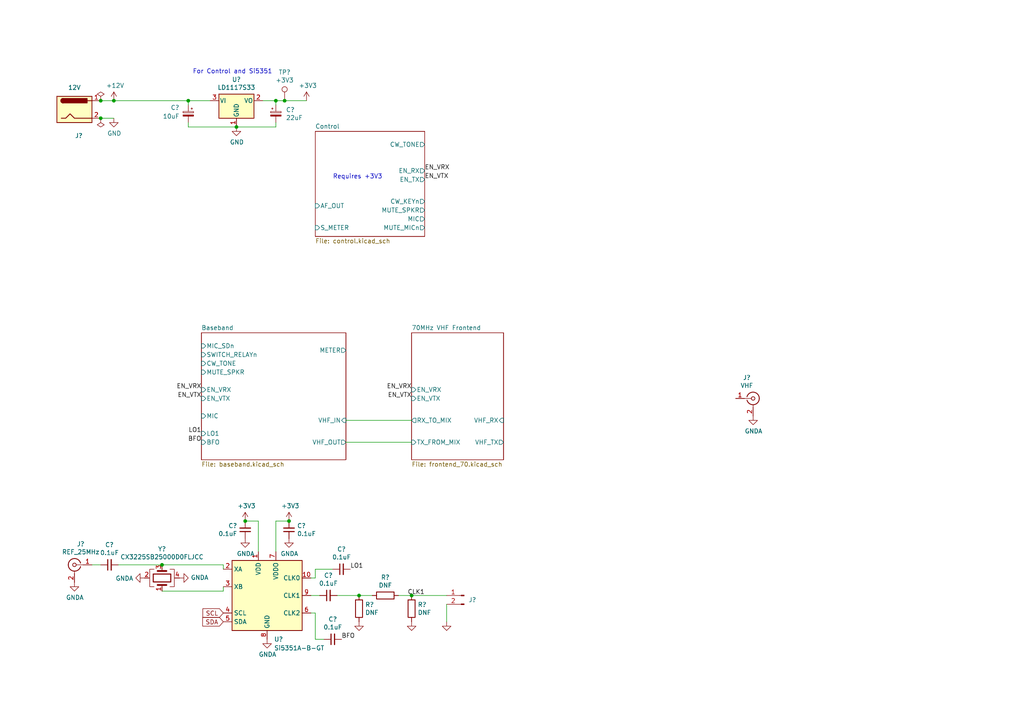
<source format=kicad_sch>
(kicad_sch (version 20211123) (generator eeschema)

  (uuid 7c83c304-769a-4be4-890e-297aba22b5b9)

  (paper "A4")

  (title_block
    (title "DART-70 TRX")
    (date "2023-01-22")
    (rev "0")
    (company "HB9EGM")
    (comment 1 "A 4m Band SSB/CW Transceiver")
  )

  

  (junction (at 191.77 -24.13) (diameter 0) (color 0 0 0 0)
    (uuid 0152b359-efb4-4746-8f92-d55aafcbed75)
  )
  (junction (at 177.8 -29.21) (diameter 0) (color 0 0 0 0)
    (uuid 0757afa3-c7b9-46d4-ab18-34655039a8b1)
  )
  (junction (at 29.21 29.21) (diameter 0) (color 0 0 0 0)
    (uuid 0a082e3d-5a37-45bf-9936-1925b33d6b4f)
  )
  (junction (at 104.14 172.72) (diameter 0) (color 0 0 0 0)
    (uuid 11ea7b85-b26d-4a7d-aaed-956352284452)
  )
  (junction (at 80.01 29.21) (diameter 0) (color 0 0 0 0)
    (uuid 1c29ab88-8089-4a9f-b0ec-e0493fb70d1a)
  )
  (junction (at 33.02 29.21) (diameter 0) (color 0 0 0 0)
    (uuid 1fa90692-7773-42d6-8ba8-8ed55432226b)
  )
  (junction (at 191.77 -13.97) (diameter 0) (color 0 0 0 0)
    (uuid 24cf2881-22c9-4bae-ba47-4bf6b6501332)
  )
  (junction (at 29.21 34.29) (diameter 0) (color 0 0 0 0)
    (uuid 2bb5e7ab-7e6e-4e4b-8997-824caea277e9)
  )
  (junction (at 71.12 151.13) (diameter 0) (color 0 0 0 0)
    (uuid 3c03082b-2981-4df2-bc33-6ce03d4158b2)
  )
  (junction (at 83.82 151.13) (diameter 0) (color 0 0 0 0)
    (uuid 4049e650-6035-45af-a547-48a992b127be)
  )
  (junction (at 54.61 29.21) (diameter 0) (color 0 0 0 0)
    (uuid 547281cc-eb15-43de-9560-1b10e39a19ed)
  )
  (junction (at 162.56 -115.57) (diameter 0) (color 0 0 0 0)
    (uuid 9a3fa19c-537d-4296-bb63-989030ca8dd5)
  )
  (junction (at 82.55 29.21) (diameter 0) (color 0 0 0 0)
    (uuid a99cd17b-9938-46df-92bb-88378a42ecd6)
  )
  (junction (at 119.38 172.72) (diameter 0) (color 0 0 0 0)
    (uuid a9fed849-c0d2-45ff-802c-7da3e4c52c0a)
  )
  (junction (at 173.99 -45.72) (diameter 0) (color 0 0 0 0)
    (uuid ae1a40c3-8b72-46ce-b51f-f66ab23f0401)
  )
  (junction (at 152.4 -107.95) (diameter 0) (color 0 0 0 0)
    (uuid aeb1da01-4a44-4c30-b05f-9cec7ebba856)
  )
  (junction (at 68.58 36.83) (diameter 0) (color 0 0 0 0)
    (uuid b0c265f7-c716-45d5-8397-630db4d2cf65)
  )
  (junction (at 162.56 -102.87) (diameter 0) (color 0 0 0 0)
    (uuid b80a4902-9741-47e8-9dca-09d8045e2d8b)
  )
  (junction (at 158.75 -36.83) (diameter 0) (color 0 0 0 0)
    (uuid cf54eac6-4e22-42ca-9fa6-d7f7535b6530)
  )
  (junction (at 177.8 -64.77) (diameter 0) (color 0 0 0 0)
    (uuid dc520be7-881a-4735-9002-cdc0b833e252)
  )
  (junction (at 177.8 -19.05) (diameter 0) (color 0 0 0 0)
    (uuid e4c71d8a-072b-43af-bb3d-19949410773e)
  )
  (junction (at 167.64 -57.15) (diameter 0) (color 0 0 0 0)
    (uuid eab8e06d-9f8a-4cc4-98b1-c84befd02f61)
  )
  (junction (at 46.99 163.83) (diameter 0) (color 0 0 0 0)
    (uuid f8c9e2c3-818f-482b-ad48-f9fb56a455b0)
  )
  (junction (at 158.75 -87.63) (diameter 0) (color 0 0 0 0)
    (uuid fce80799-beee-488e-8575-c5bbc1daac9f)
  )

  (wire (pts (xy 29.21 34.29) (xy 33.02 34.29))
    (stroke (width 0) (type default) (color 0 0 0 0))
    (uuid 002154dd-fd21-426e-8f51-d82382197384)
  )
  (wire (pts (xy 91.44 167.64) (xy 90.17 167.64))
    (stroke (width 0) (type default) (color 0 0 0 0))
    (uuid 05f6334e-7131-4999-b788-1681af60d6df)
  )
  (wire (pts (xy 100.33 128.27) (xy 119.38 128.27))
    (stroke (width 0) (type default) (color 0 0 0 0))
    (uuid 093571d4-0ca5-4839-b6c5-46bae251e367)
  )
  (wire (pts (xy 100.33 121.92) (xy 119.38 121.92))
    (stroke (width 0) (type default) (color 0 0 0 0))
    (uuid 0c548c29-4675-455c-b4eb-39554b0e0db8)
  )
  (wire (pts (xy 194.31 -13.97) (xy 191.77 -13.97))
    (stroke (width 0) (type default) (color 0 0 0 0))
    (uuid 0ddf1d64-9780-4d45-bbe9-e1ef7d2537e3)
  )
  (wire (pts (xy 173.99 -45.72) (xy 170.18 -45.72))
    (stroke (width 0) (type default) (color 0 0 0 0))
    (uuid 1027526d-9981-4041-9e9b-7c2a66061466)
  )
  (wire (pts (xy 54.61 29.21) (xy 54.61 30.48))
    (stroke (width 0) (type default) (color 0 0 0 0))
    (uuid 11b5652b-07d3-428f-98d5-c354cf3693b1)
  )
  (wire (pts (xy 162.56 -45.72) (xy 158.75 -45.72))
    (stroke (width 0) (type default) (color 0 0 0 0))
    (uuid 141df3ac-0b03-40e1-a2cc-eb98174af7ef)
  )
  (wire (pts (xy 243.84 -16.51) (xy 255.27 -16.51))
    (stroke (width 0) (type default) (color 0 0 0 0))
    (uuid 16d650b6-9ff4-4a97-bbf7-5da504a0440c)
  )
  (wire (pts (xy 158.75 -45.72) (xy 158.75 -36.83))
    (stroke (width 0) (type default) (color 0 0 0 0))
    (uuid 17173695-2043-4565-af3d-54fde6f23867)
  )
  (wire (pts (xy 80.01 29.21) (xy 82.55 29.21))
    (stroke (width 0) (type default) (color 0 0 0 0))
    (uuid 17ba5b19-2b5b-474e-9c14-1c7d35991587)
  )
  (wire (pts (xy 173.99 -36.83) (xy 173.99 -45.72))
    (stroke (width 0) (type default) (color 0 0 0 0))
    (uuid 20eb0878-92ed-4715-9bf2-99507d350dbd)
  )
  (wire (pts (xy 54.61 29.21) (xy 60.96 29.21))
    (stroke (width 0) (type default) (color 0 0 0 0))
    (uuid 28eca374-9b5c-4480-a1a6-52ddcbb57db2)
  )
  (wire (pts (xy 191.77 -24.13) (xy 173.99 -24.13))
    (stroke (width 0) (type default) (color 0 0 0 0))
    (uuid 2a561ed9-b296-4e6a-a0dd-6002fa7fffdc)
  )
  (wire (pts (xy 90.17 172.72) (xy 92.71 172.72))
    (stroke (width 0) (type default) (color 0 0 0 0))
    (uuid 2a86319a-5a94-4745-ad80-6b5c02f72e82)
  )
  (wire (pts (xy 156.21 -36.83) (xy 158.75 -36.83))
    (stroke (width 0) (type default) (color 0 0 0 0))
    (uuid 2fb14d37-de49-4570-be15-220be096d7ff)
  )
  (wire (pts (xy 173.99 -29.21) (xy 177.8 -29.21))
    (stroke (width 0) (type default) (color 0 0 0 0))
    (uuid 3fa4ef37-d629-4ed6-8678-6d22f0acc54c)
  )
  (wire (pts (xy 129.54 175.26) (xy 129.54 180.34))
    (stroke (width 0) (type default) (color 0 0 0 0))
    (uuid 4c04a716-fc93-4970-8ba6-c46984d0cf6f)
  )
  (wire (pts (xy 173.99 -102.87) (xy 173.99 -113.03))
    (stroke (width 0) (type default) (color 0 0 0 0))
    (uuid 51a3f919-4f6b-4c1a-9e4b-219d7ae9f12e)
  )
  (wire (pts (xy 33.02 29.21) (xy 54.61 29.21))
    (stroke (width 0) (type default) (color 0 0 0 0))
    (uuid 6465c817-6f2e-4e62-ac9d-f9a1d93df9e1)
  )
  (wire (pts (xy 96.52 165.1) (xy 91.44 165.1))
    (stroke (width 0) (type default) (color 0 0 0 0))
    (uuid 64e90390-0f4c-4cc1-bafa-363ce23516e9)
  )
  (wire (pts (xy 184.15 -109.22) (xy 184.15 -102.87))
    (stroke (width 0) (type default) (color 0 0 0 0))
    (uuid 65756912-fb86-4307-8753-f20d3967afa2)
  )
  (wire (pts (xy 91.44 185.42) (xy 91.44 177.8))
    (stroke (width 0) (type default) (color 0 0 0 0))
    (uuid 65dd0601-a23d-4c5d-b924-966fc498cbfc)
  )
  (wire (pts (xy 165.1 -57.15) (xy 167.64 -57.15))
    (stroke (width 0) (type default) (color 0 0 0 0))
    (uuid 679e7359-1f41-4157-820d-71e9fa92b9e8)
  )
  (wire (pts (xy 91.44 177.8) (xy 90.17 177.8))
    (stroke (width 0) (type default) (color 0 0 0 0))
    (uuid 699bee8c-8bc3-4aa6-b4ed-0aa4d255078a)
  )
  (wire (pts (xy 80.01 151.13) (xy 80.01 160.02))
    (stroke (width 0) (type default) (color 0 0 0 0))
    (uuid 6b09c60c-c53b-47dd-b8b8-94f682cd2086)
  )
  (wire (pts (xy 177.8 -29.21) (xy 180.34 -29.21))
    (stroke (width 0) (type default) (color 0 0 0 0))
    (uuid 6ff35c52-f80d-4be2-993f-5faaf533a8b1)
  )
  (wire (pts (xy 194.31 -24.13) (xy 191.77 -24.13))
    (stroke (width 0) (type default) (color 0 0 0 0))
    (uuid 77b9c30c-9aa4-44bc-be4c-6cd8ec0bcef5)
  )
  (wire (pts (xy 177.8 -45.72) (xy 173.99 -45.72))
    (stroke (width 0) (type default) (color 0 0 0 0))
    (uuid 78222957-541d-4b7c-b031-c5c616b778fa)
  )
  (wire (pts (xy 97.79 172.72) (xy 104.14 172.72))
    (stroke (width 0) (type default) (color 0 0 0 0))
    (uuid 7d4200e5-e280-4699-af56-048ba84247d3)
  )
  (wire (pts (xy 173.99 -19.05) (xy 177.8 -19.05))
    (stroke (width 0) (type default) (color 0 0 0 0))
    (uuid 8396b690-3bab-4fa7-9e71-06ce2998ca0e)
  )
  (wire (pts (xy 93.98 185.42) (xy 91.44 185.42))
    (stroke (width 0) (type default) (color 0 0 0 0))
    (uuid 8e0abe23-8e7e-48a9-af11-f26197bd8fbf)
  )
  (wire (pts (xy 54.61 35.56) (xy 54.61 36.83))
    (stroke (width 0) (type default) (color 0 0 0 0))
    (uuid 99f8394d-1325-4f0e-9ed0-19dceab6e1f9)
  )
  (wire (pts (xy 162.56 -102.87) (xy 158.75 -102.87))
    (stroke (width 0) (type default) (color 0 0 0 0))
    (uuid 9c52eb74-b8c8-4100-b844-c9be7c6d511d)
  )
  (wire (pts (xy 158.75 -87.63) (xy 158.75 -91.44))
    (stroke (width 0) (type default) (color 0 0 0 0))
    (uuid 9c9d09c2-fbb3-42fd-8022-a7107b60bdef)
  )
  (wire (pts (xy 83.82 151.13) (xy 80.01 151.13))
    (stroke (width 0) (type default) (color 0 0 0 0))
    (uuid 9d3a7a2b-8bae-4d82-8634-16a99f57e389)
  )
  (wire (pts (xy 177.8 -62.23) (xy 177.8 -64.77))
    (stroke (width 0) (type default) (color 0 0 0 0))
    (uuid 9f18b194-8748-47f0-aebf-8655660f6ba3)
  )
  (wire (pts (xy 162.56 -113.03) (xy 162.56 -115.57))
    (stroke (width 0) (type default) (color 0 0 0 0))
    (uuid a15bb254-7167-427e-9ec3-c4abcf53e5b1)
  )
  (wire (pts (xy 158.75 -99.06) (xy 158.75 -102.87))
    (stroke (width 0) (type default) (color 0 0 0 0))
    (uuid a5d8fc97-d7c1-4797-9d4b-768d4ee7add9)
  )
  (wire (pts (xy 177.8 -64.77) (xy 167.64 -64.77))
    (stroke (width 0) (type default) (color 0 0 0 0))
    (uuid a64d0ff6-4671-4b63-946a-c6b60f6772e2)
  )
  (wire (pts (xy 54.61 36.83) (xy 68.58 36.83))
    (stroke (width 0) (type default) (color 0 0 0 0))
    (uuid a69bb6f5-978b-49bb-9446-4ec9cfe4501e)
  )
  (wire (pts (xy 166.37 -87.63) (xy 158.75 -87.63))
    (stroke (width 0) (type default) (color 0 0 0 0))
    (uuid a731f80a-972f-45de-8f8a-42b0b7414eea)
  )
  (wire (pts (xy 88.9 29.21) (xy 82.55 29.21))
    (stroke (width 0) (type default) (color 0 0 0 0))
    (uuid a93dd5f3-ded3-42da-9f3d-78740a5a5bff)
  )
  (wire (pts (xy 177.8 -19.05) (xy 180.34 -19.05))
    (stroke (width 0) (type default) (color 0 0 0 0))
    (uuid bbc32856-07eb-4eaa-a774-dd368aed1682)
  )
  (wire (pts (xy 91.44 165.1) (xy 91.44 167.64))
    (stroke (width 0) (type default) (color 0 0 0 0))
    (uuid bcb20d96-4c0e-4c98-a263-0cdd41ab15e5)
  )
  (wire (pts (xy 154.94 -107.95) (xy 152.4 -107.95))
    (stroke (width 0) (type default) (color 0 0 0 0))
    (uuid c0a01a64-7d1b-472d-8880-567c93d125ef)
  )
  (wire (pts (xy 74.93 151.13) (xy 74.93 160.02))
    (stroke (width 0) (type default) (color 0 0 0 0))
    (uuid c24d03f2-5bff-4d74-88e5-481cd2f1e035)
  )
  (wire (pts (xy 189.23 -105.41) (xy 189.23 -102.87))
    (stroke (width 0) (type default) (color 0 0 0 0))
    (uuid c353b884-bf6e-4195-82d9-6e347a13f8f2)
  )
  (wire (pts (xy 119.38 172.72) (xy 129.54 172.72))
    (stroke (width 0) (type default) (color 0 0 0 0))
    (uuid c48e879f-0b64-4f86-a8cf-003dbff29c4e)
  )
  (wire (pts (xy 107.95 172.72) (xy 104.14 172.72))
    (stroke (width 0) (type default) (color 0 0 0 0))
    (uuid cbbfb5e5-7e85-4367-b6a7-9b21fc6d9e17)
  )
  (wire (pts (xy 46.99 171.45) (xy 64.77 171.45))
    (stroke (width 0) (type default) (color 0 0 0 0))
    (uuid cc89f37d-2221-4ee8-a763-21432c733f93)
  )
  (wire (pts (xy 76.2 29.21) (xy 80.01 29.21))
    (stroke (width 0) (type default) (color 0 0 0 0))
    (uuid cdc3b2bb-9f60-476c-ac94-bf550b6e7b5e)
  )
  (wire (pts (xy 71.12 151.13) (xy 74.93 151.13))
    (stroke (width 0) (type default) (color 0 0 0 0))
    (uuid ceb52c7a-a12c-449a-be98-109b3a3bd409)
  )
  (wire (pts (xy 29.21 29.21) (xy 33.02 29.21))
    (stroke (width 0) (type default) (color 0 0 0 0))
    (uuid d18620ef-44b4-47e8-b939-bb0398e91c85)
  )
  (wire (pts (xy 64.77 163.83) (xy 64.77 165.1))
    (stroke (width 0) (type default) (color 0 0 0 0))
    (uuid d51dda35-7a1a-4d41-817a-7bb1f7f6ffd4)
  )
  (wire (pts (xy 149.86 -107.95) (xy 152.4 -107.95))
    (stroke (width 0) (type default) (color 0 0 0 0))
    (uuid d77b5383-1057-41f7-a864-97b50dcdeb67)
  )
  (wire (pts (xy 191.77 -13.97) (xy 173.99 -13.97))
    (stroke (width 0) (type default) (color 0 0 0 0))
    (uuid d9024b8b-b5ea-4176-a1e8-f745f68e348b)
  )
  (wire (pts (xy 166.37 -102.87) (xy 162.56 -102.87))
    (stroke (width 0) (type default) (color 0 0 0 0))
    (uuid db017b0a-0353-497a-a563-8390daa5d431)
  )
  (wire (pts (xy 68.58 36.83) (xy 80.01 36.83))
    (stroke (width 0) (type default) (color 0 0 0 0))
    (uuid e264f0d9-6386-4838-a810-81df8032f681)
  )
  (wire (pts (xy 177.8 -52.07) (xy 177.8 -45.72))
    (stroke (width 0) (type default) (color 0 0 0 0))
    (uuid e95411a5-cb15-4bfe-9998-b0239dde6f5e)
  )
  (wire (pts (xy 119.38 172.72) (xy 115.57 172.72))
    (stroke (width 0) (type default) (color 0 0 0 0))
    (uuid ea6f4611-7eac-4b21-b232-fff65a738b95)
  )
  (wire (pts (xy 34.29 163.83) (xy 46.99 163.83))
    (stroke (width 0) (type default) (color 0 0 0 0))
    (uuid ea97e745-2bac-4983-a78b-499e0f8d7b6d)
  )
  (wire (pts (xy 162.56 -115.57) (xy 152.4 -115.57))
    (stroke (width 0) (type default) (color 0 0 0 0))
    (uuid eb3550c5-55d7-4b5a-8fbc-509d8db76263)
  )
  (wire (pts (xy 29.21 163.83) (xy 26.67 163.83))
    (stroke (width 0) (type default) (color 0 0 0 0))
    (uuid f38fd353-54b3-403a-9387-7ff36888e6a9)
  )
  (wire (pts (xy 46.99 163.83) (xy 64.77 163.83))
    (stroke (width 0) (type default) (color 0 0 0 0))
    (uuid f7008c47-327e-4961-9c20-bbaf09b0d636)
  )
  (wire (pts (xy 64.77 171.45) (xy 64.77 170.18))
    (stroke (width 0) (type default) (color 0 0 0 0))
    (uuid f841e691-04bf-4057-bcb4-476ba3910c05)
  )
  (wire (pts (xy 80.01 35.56) (xy 80.01 36.83))
    (stroke (width 0) (type default) (color 0 0 0 0))
    (uuid fc244ca3-4412-44ac-b1f3-44d00d15b5ac)
  )
  (wire (pts (xy 170.18 -57.15) (xy 167.64 -57.15))
    (stroke (width 0) (type default) (color 0 0 0 0))
    (uuid ff109602-9cbf-44b4-9f41-7af8b1629863)
  )
  (wire (pts (xy 80.01 29.21) (xy 80.01 30.48))
    (stroke (width 0) (type default) (color 0 0 0 0))
    (uuid ffb99ea8-48c3-486c-94d4-7034e45d57f7)
  )

  (text "Requires +3V3" (at 96.52 52.07 0)
    (effects (font (size 1.27 1.27)) (justify left bottom))
    (uuid 116a8b96-c84a-4d0e-9efd-2c374598e9fc)
  )
  (text "TODO\nClarify GNDA vs GND\nMove LDOs to consumers\nAdd 4m PA / LNA with filter and antenna switching\n\nDONE\nAdd 4m frontend\nReplace Anglian, remove one mixer stage\nPFET switch instead of relay\n"
    (at 0 -2.54 0)
    (effects (font (size 4 4)) (justify left bottom))
    (uuid bb2e7fd8-c90d-4499-afb3-dd966ff449a9)
  )
  (text "This project is inspired by F6FEO's Picardy, G4DDK's Anglian transverters, the uBitx, and\nEI9GQ's \"Building a Transceiver\". It derives from my previous Picardy 2020 2m design."
    (at 210.82 281.94 0)
    (effects (font (size 1.27 1.27)) (justify left bottom))
    (uuid cc99dfff-7e1c-41c9-90b0-50846ceea0a1)
  )
  (text "For Control and Si5351" (at 55.88 21.59 0)
    (effects (font (size 1.27 1.27)) (justify left bottom))
    (uuid f4edd5b2-72b4-45e8-b62f-fa9fad300bad)
  )

  (label "EN_VTX" (at 119.38 115.57 180)
    (effects (font (size 1.27 1.27)) (justify right bottom))
    (uuid 2a1445c0-3ee8-4e0d-b2b5-fefc03020288)
  )
  (label "CLK1" (at 123.19 172.72 180)
    (effects (font (size 1.27 1.27)) (justify right bottom))
    (uuid 37559495-9dfc-4a54-80ee-fad84f20dc2a)
  )
  (label "EN_VRX" (at 123.19 49.53 0)
    (effects (font (size 1.27 1.27)) (justify left bottom))
    (uuid 618621f8-a3f4-49c8-9ea3-607c2df3756e)
  )
  (label "EN_VTX" (at 58.42 115.57 180)
    (effects (font (size 1.27 1.27)) (justify right bottom))
    (uuid 707270bd-0eb2-4e1d-8637-f82b10fa67aa)
  )
  (label "+8V" (at 158.75 -26.67 180)
    (effects (font (size 1.27 1.27)) (justify right bottom))
    (uuid 71b17479-6c39-4753-b20d-a825c2451b12)
  )
  (label "EN_VTX" (at 123.19 52.07 0)
    (effects (font (size 1.27 1.27)) (justify left bottom))
    (uuid 79771a5b-bbc0-45e2-b3e2-33121a4ba792)
  )
  (label "EN_VRX" (at 119.38 113.03 180)
    (effects (font (size 1.27 1.27)) (justify right bottom))
    (uuid 7d379f5c-8657-4fef-9f9e-0c96e27cc75e)
  )
  (label "VHF_LO" (at 246.38 -16.51 0)
    (effects (font (size 1.27 1.27)) (justify left bottom))
    (uuid 8c29f5ca-49c7-4f16-ac34-557eb034e274)
  )
  (label "EN_VRX" (at 58.42 113.03 180)
    (effects (font (size 1.27 1.27)) (justify right bottom))
    (uuid aa00f259-e907-4fdf-a2ba-c826172145af)
  )
  (label "LO1" (at 101.6 165.1 0)
    (effects (font (size 1.27 1.27)) (justify left bottom))
    (uuid b1685444-7ed2-49f0-840b-5ade5d456940)
  )
  (label "LO1" (at 58.42 125.73 180)
    (effects (font (size 1.27 1.27)) (justify right bottom))
    (uuid cdac41f7-a7f2-4a3f-ba4b-bfc7d7f66152)
  )
  (label "+5V" (at 158.75 -16.51 180)
    (effects (font (size 1.27 1.27)) (justify right bottom))
    (uuid db1512d6-86ff-4ba1-93b7-50fbe567100d)
  )
  (label "BFO" (at 99.06 185.42 0)
    (effects (font (size 1.27 1.27)) (justify left bottom))
    (uuid e316d376-2303-43ce-9137-3f0af976260d)
  )
  (label "BFO" (at 58.42 128.27 180)
    (effects (font (size 1.27 1.27)) (justify right bottom))
    (uuid f9d8824d-4312-4052-b7a4-29b601206a19)
  )

  (global_label "+8VRX" (shape output) (at 180.34 -29.21 0) (fields_autoplaced)
    (effects (font (size 1.27 1.27)) (justify left))
    (uuid 3417c179-abc1-4445-8bc4-05a59807c76e)
    (property "Intersheet References" "${INTERSHEET_REFS}" (id 0) (at -48.26 -134.62 0)
      (effects (font (size 1.27 1.27)) hide)
    )
  )
  (global_label "+5VRX" (shape output) (at 180.34 -19.05 0) (fields_autoplaced)
    (effects (font (size 1.27 1.27)) (justify left))
    (uuid 4b9d4d77-0d85-4888-ab24-4d18c007dda5)
    (property "Intersheet References" "${INTERSHEET_REFS}" (id 0) (at -48.26 -134.62 0)
      (effects (font (size 1.27 1.27)) hide)
    )
  )
  (global_label "SDA" (shape input) (at 64.77 180.34 180) (fields_autoplaced)
    (effects (font (size 1.27 1.27)) (justify right))
    (uuid 7b27748e-95b6-4e72-a559-44948dc7382e)
    (property "Intersheet References" "${INTERSHEET_REFS}" (id 0) (at -140.97 128.27 0)
      (effects (font (size 1.27 1.27)) hide)
    )
  )
  (global_label "+8VTX" (shape output) (at 194.31 -24.13 0) (fields_autoplaced)
    (effects (font (size 1.27 1.27)) (justify left))
    (uuid 844ba300-8900-4c41-ad3f-38f6b29543c7)
    (property "Intersheet References" "${INTERSHEET_REFS}" (id 0) (at -48.26 -134.62 0)
      (effects (font (size 1.27 1.27)) hide)
    )
  )
  (global_label "SCL" (shape input) (at 64.77 177.8 180) (fields_autoplaced)
    (effects (font (size 1.27 1.27)) (justify right))
    (uuid c9ecb380-e98f-45c6-b8cb-94efe9240021)
    (property "Intersheet References" "${INTERSHEET_REFS}" (id 0) (at -140.97 128.27 0)
      (effects (font (size 1.27 1.27)) hide)
    )
  )
  (global_label "+5VTX" (shape output) (at 194.31 -13.97 0) (fields_autoplaced)
    (effects (font (size 1.27 1.27)) (justify left))
    (uuid e3ebd44c-7a2f-46b8-928c-cac56d9f0924)
    (property "Intersheet References" "${INTERSHEET_REFS}" (id 0) (at -48.26 -134.62 0)
      (effects (font (size 1.27 1.27)) hide)
    )
  )

  (hierarchical_label "SWITCH_RELAYn" (shape input) (at 134.62 -107.95 180)
    (effects (font (size 1.27 1.27)) (justify right))
    (uuid a1830f45-f348-45e4-b2fb-0eb73dd068b0)
  )
  (hierarchical_label "SWITCH_5V_8V_TXn" (shape input) (at 149.86 -57.15 180)
    (effects (font (size 1.27 1.27)) (justify right))
    (uuid f9d59956-b4fc-4978-be04-3901b5e6face)
  )

  (symbol (lib_id "Diode:1N4148W") (at 166.37 -45.72 180) (unit 1)
    (in_bom yes) (on_board yes)
    (uuid 023c7d59-e0da-44fc-98f8-8b5141ecf6ca)
    (property "Reference" "D?" (id 0) (at 166.37 -51.2318 0))
    (property "Value" "1N4148W" (id 1) (at 166.37 -48.9204 0))
    (property "Footprint" "Diode_SMD:D_SOD-123F" (id 2) (at 166.37 -50.165 0)
      (effects (font (size 1.27 1.27)) hide)
    )
    (property "Datasheet" "https://www.vishay.com/docs/85748/1n4148w.pdf" (id 3) (at 166.37 -45.72 0)
      (effects (font (size 1.27 1.27)) hide)
    )
    (property "MPN" "1N4148W" (id 4) (at 166.37 -45.72 0)
      (effects (font (size 1.27 1.27)) hide)
    )
    (property "Need_order" "" (id 5) (at 166.37 -45.72 0)
      (effects (font (size 1.27 1.27)) hide)
    )
    (pin "1" (uuid 79f54e10-404a-4de1-bd69-17d4636a35a2))
    (pin "2" (uuid 3905c18b-1d10-4d37-9e0c-05d99347c5da))
  )

  (symbol (lib_id "power:+3.3V") (at 83.82 151.13 0) (unit 1)
    (in_bom yes) (on_board yes)
    (uuid 0a66f684-42c8-4454-8b00-30b8c4ea5d56)
    (property "Reference" "#PWR?" (id 0) (at 83.82 154.94 0)
      (effects (font (size 1.27 1.27)) hide)
    )
    (property "Value" "+3.3V" (id 1) (at 84.201 146.7358 0))
    (property "Footprint" "" (id 2) (at 83.82 151.13 0)
      (effects (font (size 1.27 1.27)) hide)
    )
    (property "Datasheet" "" (id 3) (at 83.82 151.13 0)
      (effects (font (size 1.27 1.27)) hide)
    )
    (pin "1" (uuid 2b1c22a2-3bee-4d20-b723-68da98a1fc64))
  )

  (symbol (lib_id "Diode:1N4148W") (at 158.75 -95.25 270) (unit 1)
    (in_bom yes) (on_board yes)
    (uuid 0df0aab9-ac02-434a-ad22-72c07912fcd6)
    (property "Reference" "D?" (id 0) (at 156.718 -96.4184 90)
      (effects (font (size 1.27 1.27)) (justify right))
    )
    (property "Value" "1N4148W" (id 1) (at 156.718 -94.107 90)
      (effects (font (size 1.27 1.27)) (justify right))
    )
    (property "Footprint" "Diode_SMD:D_SOD-123F" (id 2) (at 154.305 -95.25 0)
      (effects (font (size 1.27 1.27)) hide)
    )
    (property "Datasheet" "https://www.vishay.com/docs/85748/1n4148w.pdf" (id 3) (at 158.75 -95.25 0)
      (effects (font (size 1.27 1.27)) hide)
    )
    (property "MPN" "1N4148W" (id 4) (at 158.75 -95.25 0)
      (effects (font (size 1.27 1.27)) hide)
    )
    (property "Need_order" "" (id 5) (at 158.75 -95.25 0)
      (effects (font (size 1.27 1.27)) hide)
    )
    (pin "1" (uuid 5c5c790b-1c44-4cb1-8226-1bfb0bd2a8cb))
    (pin "2" (uuid f94adeab-23ff-4f9e-a9a3-6819d19ee090))
  )

  (symbol (lib_id "Device:R") (at 167.64 -60.96 0) (unit 1)
    (in_bom yes) (on_board yes)
    (uuid 134dd1ad-afc9-4161-b3c6-831b9caf39cb)
    (property "Reference" "R?" (id 0) (at 169.418 -62.1284 0)
      (effects (font (size 1.27 1.27)) (justify left))
    )
    (property "Value" "4k7" (id 1) (at 169.418 -59.817 0)
      (effects (font (size 1.27 1.27)) (justify left))
    )
    (property "Footprint" "Resistor_SMD:R_0603_1608Metric_Pad1.05x0.95mm_HandSolder" (id 2) (at 165.862 -60.96 90)
      (effects (font (size 1.27 1.27)) hide)
    )
    (property "Datasheet" "~" (id 3) (at 167.64 -60.96 0)
      (effects (font (size 1.27 1.27)) hide)
    )
    (property "Need_order" "" (id 4) (at 167.64 -60.96 0)
      (effects (font (size 1.27 1.27)) hide)
    )
    (pin "1" (uuid 11d8872f-1b38-4916-a5b3-713e58624bf6))
    (pin "2" (uuid bc5a49fd-eaea-4523-b32f-2afe4b8ecbd5))
  )

  (symbol (lib_id "power:GNDA") (at 77.47 185.42 0) (unit 1)
    (in_bom yes) (on_board yes)
    (uuid 15141d00-2169-455b-946f-57f60b1f9d23)
    (property "Reference" "#PWR?" (id 0) (at 77.47 191.77 0)
      (effects (font (size 1.27 1.27)) hide)
    )
    (property "Value" "GNDA" (id 1) (at 77.597 189.8142 0))
    (property "Footprint" "" (id 2) (at 77.47 185.42 0)
      (effects (font (size 1.27 1.27)) hide)
    )
    (property "Datasheet" "" (id 3) (at 77.47 185.42 0)
      (effects (font (size 1.27 1.27)) hide)
    )
    (pin "1" (uuid 05bccfcd-5ecd-4a29-baec-9be101d2d22a))
  )

  (symbol (lib_id "power:PWR_FLAG") (at 29.21 29.21 0) (unit 1)
    (in_bom yes) (on_board yes)
    (uuid 17f19d51-1d48-4b41-9e1f-1ae8f8799dc5)
    (property "Reference" "#FLG?" (id 0) (at 29.21 27.305 0)
      (effects (font (size 1.27 1.27)) hide)
    )
    (property "Value" "PWR_FLAG" (id 1) (at 29.21 25.9842 90)
      (effects (font (size 1.27 1.27)) (justify left) hide)
    )
    (property "Footprint" "" (id 2) (at 29.21 29.21 0)
      (effects (font (size 1.27 1.27)) hide)
    )
    (property "Datasheet" "~" (id 3) (at 29.21 29.21 0)
      (effects (font (size 1.27 1.27)) hide)
    )
    (pin "1" (uuid b075df74-cc2c-4cf8-b10c-4a6f9df277a3))
  )

  (symbol (lib_id "Transistor_BJT:BC856W") (at 175.26 -57.15 0) (mirror x) (unit 1)
    (in_bom yes) (on_board yes)
    (uuid 1c1b5978-c667-4e8a-8a4f-0d7426b01ab8)
    (property "Reference" "Q?" (id 0) (at 180.086 -58.3184 0)
      (effects (font (size 1.27 1.27)) (justify left))
    )
    (property "Value" "BC856W" (id 1) (at 180.086 -56.007 0)
      (effects (font (size 1.27 1.27)) (justify left))
    )
    (property "Footprint" "Package_TO_SOT_SMD:SOT-323_SC-70" (id 2) (at 180.34 -59.055 0)
      (effects (font (size 1.27 1.27) italic) (justify left) hide)
    )
    (property "Datasheet" "http://www.fairchildsemi.com/ds/BC/BC856.pdf" (id 3) (at 175.26 -57.15 0)
      (effects (font (size 1.27 1.27)) (justify left) hide)
    )
    (property "MPN" "BC856W" (id 4) (at 175.26 -57.15 0)
      (effects (font (size 1.27 1.27)) hide)
    )
    (property "Need_order" "" (id 5) (at 175.26 -57.15 0)
      (effects (font (size 1.27 1.27)) hide)
    )
    (pin "1" (uuid 97145c99-6fe4-4054-8c53-38dc520dfd85))
    (pin "2" (uuid 2022a07e-1db3-442a-a2c2-f8f2af28a504))
    (pin "3" (uuid 1bf023ab-8e17-4c21-a059-723a0ffb063b))
  )

  (symbol (lib_id "Device:C_Small") (at 99.06 165.1 90) (unit 1)
    (in_bom yes) (on_board yes)
    (uuid 1f22f568-466b-4986-a14d-fd6fd88e1a92)
    (property "Reference" "C?" (id 0) (at 99.06 159.2834 90))
    (property "Value" "0.1uF" (id 1) (at 99.06 161.5948 90))
    (property "Footprint" "Capacitor_SMD:C_0603_1608Metric_Pad1.05x0.95mm_HandSolder" (id 2) (at 99.06 165.1 0)
      (effects (font (size 1.27 1.27)) hide)
    )
    (property "Datasheet" "~" (id 3) (at 99.06 165.1 0)
      (effects (font (size 1.27 1.27)) hide)
    )
    (property "MPN" "GRM188R71H104KA93D" (id 4) (at 99.06 165.1 0)
      (effects (font (size 1.27 1.27)) hide)
    )
    (property "Need_order" "" (id 5) (at 99.06 165.1 0)
      (effects (font (size 1.27 1.27)) hide)
    )
    (pin "1" (uuid 8fabf0b6-bf9e-4449-bba3-d9b551e56598))
    (pin "2" (uuid 3784a66d-521d-4a8e-af7c-0c11a9705603))
  )

  (symbol (lib_id "Connector:TestPoint") (at 191.77 -24.13 0) (unit 1)
    (in_bom yes) (on_board yes)
    (uuid 1f5a6f82-9529-48d1-a331-c369b700b519)
    (property "Reference" "TP?" (id 0) (at 191.77 -30.0482 0))
    (property "Value" "8VTX" (id 1) (at 191.77 -32.3596 0))
    (property "Footprint" "TestPoint:TestPoint_Pad_D1.5mm" (id 2) (at 196.85 -24.13 0)
      (effects (font (size 1.27 1.27)) hide)
    )
    (property "Datasheet" "~" (id 3) (at 196.85 -24.13 0)
      (effects (font (size 1.27 1.27)) hide)
    )
    (property "Need_order" "" (id 4) (at 191.77 -24.13 0)
      (effects (font (size 1.27 1.27)) hide)
    )
    (pin "1" (uuid 483de644-ec56-4547-ab7f-53d0be4ade3a))
  )

  (symbol (lib_id "power:GNDA") (at 71.12 156.21 0) (unit 1)
    (in_bom yes) (on_board yes)
    (uuid 1ff30586-c262-43a9-8e43-b3210a14f902)
    (property "Reference" "#PWR?" (id 0) (at 71.12 162.56 0)
      (effects (font (size 1.27 1.27)) hide)
    )
    (property "Value" "GNDA" (id 1) (at 71.247 160.6042 0))
    (property "Footprint" "" (id 2) (at 71.12 156.21 0)
      (effects (font (size 1.27 1.27)) hide)
    )
    (property "Datasheet" "" (id 3) (at 71.12 156.21 0)
      (effects (font (size 1.27 1.27)) hide)
    )
    (pin "1" (uuid 232e4c6f-ba1f-4c81-a477-65be299f183e))
  )

  (symbol (lib_id "Oscillator:Si5351A-B-GT") (at 77.47 172.72 0) (unit 1)
    (in_bom yes) (on_board yes) (fields_autoplaced)
    (uuid 21b72678-ff29-4b0c-910b-e8cac72cc05c)
    (property "Reference" "U?" (id 0) (at 79.4894 185.42 0)
      (effects (font (size 1.27 1.27)) (justify left))
    )
    (property "Value" "Si5351A-B-GT" (id 1) (at 79.4894 187.96 0)
      (effects (font (size 1.27 1.27)) (justify left))
    )
    (property "Footprint" "Package_SO:MSOP-10_3x3mm_P0.5mm" (id 2) (at 77.47 193.04 0)
      (effects (font (size 1.27 1.27)) hide)
    )
    (property "Datasheet" "https://www.silabs.com/documents/public/data-sheets/Si5351-B.pdf" (id 3) (at 68.58 175.26 0)
      (effects (font (size 1.27 1.27)) hide)
    )
    (property "MPN" "Si5351A-B-GT" (id 4) (at 77.47 172.72 0)
      (effects (font (size 1.27 1.27)) hide)
    )
    (property "Need_order" "" (id 5) (at 77.47 172.72 0)
      (effects (font (size 1.27 1.27)) hide)
    )
    (pin "1" (uuid 37ddf7ae-2fb0-4bba-9e77-0f14b9f3abc8))
    (pin "10" (uuid 0e4345a9-f908-4029-a0c6-352a6d6f74e2))
    (pin "2" (uuid 81683aef-4d22-4b74-87d6-4e0aae7316df))
    (pin "3" (uuid 3716f086-72e4-4820-9f4d-a2aa6817b89d))
    (pin "4" (uuid 3686fff4-6db1-4790-aa68-cd0dfe74238a))
    (pin "5" (uuid f4a3824a-1048-4060-936e-4ec3370c7965))
    (pin "6" (uuid 791b11cd-ebde-4cca-920c-34abbba025e3))
    (pin "7" (uuid 2709b76d-48d1-4a55-89e5-8584738a440f))
    (pin "8" (uuid eb634f5b-d996-405b-b6d0-39f6de663c26))
    (pin "9" (uuid 084ff32c-1d20-4730-a669-d359f0144400))
  )

  (symbol (lib_id "Device:R") (at 104.14 176.53 0) (unit 1)
    (in_bom yes) (on_board yes)
    (uuid 2359bb52-c517-40a0-91cc-c52df5063959)
    (property "Reference" "R?" (id 0) (at 105.918 175.3616 0)
      (effects (font (size 1.27 1.27)) (justify left))
    )
    (property "Value" "DNF" (id 1) (at 105.918 177.673 0)
      (effects (font (size 1.27 1.27)) (justify left))
    )
    (property "Footprint" "Resistor_SMD:R_0603_1608Metric_Pad1.05x0.95mm_HandSolder" (id 2) (at 102.362 176.53 90)
      (effects (font (size 1.27 1.27)) hide)
    )
    (property "Datasheet" "~" (id 3) (at 104.14 176.53 0)
      (effects (font (size 1.27 1.27)) hide)
    )
    (property "Need_order" "" (id 4) (at 104.14 176.53 0)
      (effects (font (size 1.27 1.27)) hide)
    )
    (pin "1" (uuid ba9ee4ad-a586-469b-9b71-16552315d426))
    (pin "2" (uuid dc6404f1-f3e6-4f85-999e-64b57f65807f))
  )

  (symbol (lib_id "power:+3.3V") (at 88.9 29.21 0) (unit 1)
    (in_bom yes) (on_board yes)
    (uuid 297fb073-feb7-4cde-a10e-a6cf257a47de)
    (property "Reference" "#PWR?" (id 0) (at 88.9 33.02 0)
      (effects (font (size 1.27 1.27)) hide)
    )
    (property "Value" "+3.3V" (id 1) (at 89.281 24.8158 0))
    (property "Footprint" "" (id 2) (at 88.9 29.21 0)
      (effects (font (size 1.27 1.27)) hide)
    )
    (property "Datasheet" "" (id 3) (at 88.9 29.21 0)
      (effects (font (size 1.27 1.27)) hide)
    )
    (pin "1" (uuid 5430bfbb-ddd1-4286-a6e6-a514e47d8b0b))
  )

  (symbol (lib_id "power:GNDA") (at 129.54 180.34 0) (unit 1)
    (in_bom yes) (on_board yes)
    (uuid 2b6d241c-6493-4ae0-b7a7-086d3ce103f1)
    (property "Reference" "#PWR?" (id 0) (at 129.54 186.69 0)
      (effects (font (size 1.27 1.27)) hide)
    )
    (property "Value" "GNDA" (id 1) (at 129.667 184.7342 0)
      (effects (font (size 1.27 1.27)) hide)
    )
    (property "Footprint" "" (id 2) (at 129.54 180.34 0)
      (effects (font (size 1.27 1.27)) hide)
    )
    (property "Datasheet" "" (id 3) (at 129.54 180.34 0)
      (effects (font (size 1.27 1.27)) hide)
    )
    (pin "1" (uuid b3f823b9-c583-44ad-b85b-452cb8f99c19))
  )

  (symbol (lib_id "Device:C_Small") (at 71.12 153.67 180) (unit 1)
    (in_bom yes) (on_board yes)
    (uuid 35f82547-5ee1-4384-9d87-cf5e2a8d5d62)
    (property "Reference" "C?" (id 0) (at 68.8086 152.5016 0)
      (effects (font (size 1.27 1.27)) (justify left))
    )
    (property "Value" "0.1uF" (id 1) (at 68.8086 154.813 0)
      (effects (font (size 1.27 1.27)) (justify left))
    )
    (property "Footprint" "Capacitor_SMD:C_0603_1608Metric_Pad1.05x0.95mm_HandSolder" (id 2) (at 71.12 153.67 0)
      (effects (font (size 1.27 1.27)) hide)
    )
    (property "Datasheet" "~" (id 3) (at 71.12 153.67 0)
      (effects (font (size 1.27 1.27)) hide)
    )
    (property "MPN" "GRM188R71H104KA93D" (id 4) (at 71.12 153.67 0)
      (effects (font (size 1.27 1.27)) hide)
    )
    (property "Need_order" "" (id 5) (at 71.12 153.67 0)
      (effects (font (size 1.27 1.27)) hide)
    )
    (pin "1" (uuid 280086f9-0e32-41be-b3cd-bf2126b26695))
    (pin "2" (uuid 552da922-8eb6-4213-9f89-0553ddbd9cbf))
  )

  (symbol (lib_id "Relay:G6K-2") (at 166.37 -26.67 270) (unit 1)
    (in_bom yes) (on_board yes)
    (uuid 3c35e8c1-44a3-4695-8d74-5e45cb8dd1ff)
    (property "Reference" "K?" (id 0) (at 166.37 -9.525 90))
    (property "Value" "G6K-2F-RF-3V" (id 1) (at 166.37 -7.2136 90))
    (property "Footprint" "Relay_SMD:Relay_DPDT_Omron_G6K-2F" (id 2) (at 166.37 -26.67 0)
      (effects (font (size 1.27 1.27)) (justify left) hide)
    )
    (property "Datasheet" "http://omronfs.omron.com/en_US/ecb/products/pdf/en-g6k.pdf" (id 3) (at 166.37 -26.67 0)
      (effects (font (size 1.27 1.27)) hide)
    )
    (property "Need_order" "" (id 4) (at 166.37 -26.67 0)
      (effects (font (size 1.27 1.27)) hide)
    )
    (pin "1" (uuid e885c2b8-c9d4-4248-9d3c-b625c673f9eb))
    (pin "2" (uuid 0c4f72e5-24a5-4e5c-ba49-9d3d5e7b9524))
    (pin "3" (uuid 1613b207-2cb1-45ed-b2d1-ef4398eb519d))
    (pin "4" (uuid 64f2e3b1-a99a-42ff-94cc-30ca80471c0e))
    (pin "5" (uuid b9dce9ae-685e-4a3f-bc16-f250603a3acf))
    (pin "6" (uuid 2a6c5322-ecc7-417d-8ebb-fcd6fbf83ae3))
    (pin "7" (uuid 6da52200-5e0b-4c58-b6a1-3ffa80c9699d))
    (pin "8" (uuid c0745940-3b6a-4043-8b0f-32612edd27ee))
  )

  (symbol (lib_id "power:GNDA") (at 156.21 -36.83 270) (unit 1)
    (in_bom yes) (on_board yes)
    (uuid 40ac236b-301e-4f09-a631-52a0ac071b48)
    (property "Reference" "#PWR?" (id 0) (at 149.86 -36.83 0)
      (effects (font (size 1.27 1.27)) hide)
    )
    (property "Value" "GNDA" (id 1) (at 152.9842 -36.703 90)
      (effects (font (size 1.27 1.27)) (justify right))
    )
    (property "Footprint" "" (id 2) (at 156.21 -36.83 0)
      (effects (font (size 1.27 1.27)) hide)
    )
    (property "Datasheet" "" (id 3) (at 156.21 -36.83 0)
      (effects (font (size 1.27 1.27)) hide)
    )
    (pin "1" (uuid fbdc9964-d972-48ca-840a-59e3a8ed64bc))
  )

  (symbol (lib_id "Device:C_Small") (at 96.52 185.42 90) (unit 1)
    (in_bom yes) (on_board yes)
    (uuid 4bd65841-7f6a-4f26-bc87-266b63332476)
    (property "Reference" "C?" (id 0) (at 96.52 179.6034 90))
    (property "Value" "0.1uF" (id 1) (at 96.52 181.9148 90))
    (property "Footprint" "Capacitor_SMD:C_0603_1608Metric_Pad1.05x0.95mm_HandSolder" (id 2) (at 96.52 185.42 0)
      (effects (font (size 1.27 1.27)) hide)
    )
    (property "Datasheet" "~" (id 3) (at 96.52 185.42 0)
      (effects (font (size 1.27 1.27)) hide)
    )
    (property "MPN" "GRM188R71H104KA93D" (id 4) (at 96.52 185.42 0)
      (effects (font (size 1.27 1.27)) hide)
    )
    (property "Need_order" "" (id 5) (at 96.52 185.42 0)
      (effects (font (size 1.27 1.27)) hide)
    )
    (pin "1" (uuid d4c7a479-372b-4302-844a-01fce246f805))
    (pin "2" (uuid f480cd12-f699-4529-ad30-1b027180f0be))
  )

  (symbol (lib_id "Device:C_Polarized_Small") (at 80.01 33.02 0) (unit 1)
    (in_bom yes) (on_board yes)
    (uuid 4f85864b-dffa-48c5-a3ea-03c083def1f8)
    (property "Reference" "C?" (id 0) (at 82.931 31.8516 0)
      (effects (font (size 1.27 1.27)) (justify left))
    )
    (property "Value" "22uF" (id 1) (at 82.931 34.163 0)
      (effects (font (size 1.27 1.27)) (justify left))
    )
    (property "Footprint" "Capacitor_SMD:C_1210_3225Metric_Pad1.42x2.65mm_HandSolder" (id 2) (at 80.01 33.02 0)
      (effects (font (size 1.27 1.27)) hide)
    )
    (property "Datasheet" "~" (id 3) (at 80.01 33.02 0)
      (effects (font (size 1.27 1.27)) hide)
    )
    (property "MPN" "stash tantalum" (id 4) (at 80.01 33.02 0)
      (effects (font (size 1.27 1.27)) hide)
    )
    (property "Need_order" "" (id 5) (at 80.01 33.02 0)
      (effects (font (size 1.27 1.27)) hide)
    )
    (property "OriginalValue" "" (id 6) (at 80.01 33.02 0)
      (effects (font (size 1.27 1.27)) hide)
    )
    (pin "1" (uuid 0e42e104-dcdc-406d-98c2-e11733a0f186))
    (pin "2" (uuid 1b475c61-5ed3-4f7a-a844-4a29a578ad64))
  )

  (symbol (lib_id "Device:R") (at 161.29 -57.15 270) (unit 1)
    (in_bom yes) (on_board yes)
    (uuid 57d4f4ed-6e5f-4e11-adb3-12348adf79c1)
    (property "Reference" "R?" (id 0) (at 161.29 -62.4078 90))
    (property "Value" "100" (id 1) (at 161.29 -60.0964 90))
    (property "Footprint" "Resistor_SMD:R_0603_1608Metric_Pad1.05x0.95mm_HandSolder" (id 2) (at 161.29 -58.928 90)
      (effects (font (size 1.27 1.27)) hide)
    )
    (property "Datasheet" "~" (id 3) (at 161.29 -57.15 0)
      (effects (font (size 1.27 1.27)) hide)
    )
    (property "Need_order" "" (id 4) (at 161.29 -57.15 0)
      (effects (font (size 1.27 1.27)) hide)
    )
    (pin "1" (uuid 35c1c64b-c0ec-41a9-8f83-d42984067618))
    (pin "2" (uuid 84234236-5ead-4d66-87e8-a03697d6266e))
  )

  (symbol (lib_id "Connector:Conn_01x02_Male") (at 134.62 172.72 0) (mirror y) (unit 1)
    (in_bom yes) (on_board yes) (fields_autoplaced)
    (uuid 64b6209e-2229-43c8-b00d-410d48e9a7bf)
    (property "Reference" "J?" (id 0) (at 135.89 173.9899 0)
      (effects (font (size 1.27 1.27)) (justify right))
    )
    (property "Value" "CLK1" (id 1) (at 135.89 172.7201 0)
      (effects (font (size 1.27 1.27)) (justify right) hide)
    )
    (property "Footprint" "Connector_PinHeader_2.54mm:PinHeader_1x02_P2.54mm_Vertical" (id 2) (at 134.62 172.72 0)
      (effects (font (size 1.27 1.27)) hide)
    )
    (property "Datasheet" "~" (id 3) (at 134.62 172.72 0)
      (effects (font (size 1.27 1.27)) hide)
    )
    (pin "1" (uuid d0fa9682-95a5-4e0f-af25-5ac4da24142d))
    (pin "2" (uuid ccccb807-19c8-4109-95dd-bc71d35ae043))
  )

  (symbol (lib_id "Connector:Barrel_Jack") (at 21.59 31.75 0) (unit 1)
    (in_bom yes) (on_board yes)
    (uuid 677314cf-085c-44b6-bb48-31621b837e1c)
    (property "Reference" "J?" (id 0) (at 22.86 39.37 0))
    (property "Value" "12V" (id 1) (at 21.59 25.4 0))
    (property "Footprint" "" (id 2) (at 22.86 32.766 0)
      (effects (font (size 1.27 1.27)) hide)
    )
    (property "Datasheet" "~" (id 3) (at 22.86 32.766 0)
      (effects (font (size 1.27 1.27)) hide)
    )
    (pin "1" (uuid f3707b79-f7b4-45b5-a513-66b1847ef7e4))
    (pin "2" (uuid 9d7dc0d3-56fd-4842-b1b9-5573881f4809))
  )

  (symbol (lib_id "Connector:TestPoint") (at 191.77 -13.97 0) (unit 1)
    (in_bom yes) (on_board yes)
    (uuid 6bd04b50-ca72-476f-8ad8-3219ec3ce85d)
    (property "Reference" "TP?" (id 0) (at 191.77 -19.8882 0))
    (property "Value" "5VTX" (id 1) (at 191.77 -22.1996 0))
    (property "Footprint" "TestPoint:TestPoint_Pad_D1.5mm" (id 2) (at 196.85 -13.97 0)
      (effects (font (size 1.27 1.27)) hide)
    )
    (property "Datasheet" "~" (id 3) (at 196.85 -13.97 0)
      (effects (font (size 1.27 1.27)) hide)
    )
    (property "Need_order" "" (id 4) (at 191.77 -13.97 0)
      (effects (font (size 1.27 1.27)) hide)
    )
    (pin "1" (uuid 16754761-fb67-4470-aab4-25ad0532a747))
  )

  (symbol (lib_id "power:GNDA") (at 52.07 167.64 90) (unit 1)
    (in_bom yes) (on_board yes)
    (uuid 6ef8fbae-05f0-4ec7-a9ee-c1fe7c416fd3)
    (property "Reference" "#PWR?" (id 0) (at 58.42 167.64 0)
      (effects (font (size 1.27 1.27)) hide)
    )
    (property "Value" "GNDA" (id 1) (at 55.3212 167.513 90)
      (effects (font (size 1.27 1.27)) (justify right))
    )
    (property "Footprint" "" (id 2) (at 52.07 167.64 0)
      (effects (font (size 1.27 1.27)) hide)
    )
    (property "Datasheet" "" (id 3) (at 52.07 167.64 0)
      (effects (font (size 1.27 1.27)) hide)
    )
    (pin "1" (uuid 41425c71-42b7-46e7-898b-e88f30d17655))
  )

  (symbol (lib_id "power:+3.3V") (at 162.56 -115.57 0) (unit 1)
    (in_bom yes) (on_board yes)
    (uuid 786a7f6b-4092-4d41-bcb3-b0ea80aa2fa0)
    (property "Reference" "#PWR?" (id 0) (at 162.56 -111.76 0)
      (effects (font (size 1.27 1.27)) hide)
    )
    (property "Value" "+3.3V" (id 1) (at 160.02 -119.38 0)
      (effects (font (size 1.27 1.27)) (justify left))
    )
    (property "Footprint" "" (id 2) (at 162.56 -115.57 0)
      (effects (font (size 1.27 1.27)) hide)
    )
    (property "Datasheet" "" (id 3) (at 162.56 -115.57 0)
      (effects (font (size 1.27 1.27)) hide)
    )
    (pin "1" (uuid c16d49c5-4fa3-42fe-b1a0-d4b7753047db))
  )

  (symbol (lib_id "power:GND") (at 158.75 -87.63 270) (unit 1)
    (in_bom yes) (on_board yes)
    (uuid 78d43e48-179f-40f7-99c3-b3e1a640a530)
    (property "Reference" "#PWR?" (id 0) (at 152.4 -87.63 0)
      (effects (font (size 1.27 1.27)) hide)
    )
    (property "Value" "GND" (id 1) (at 155.4988 -87.503 90)
      (effects (font (size 1.27 1.27)) (justify right))
    )
    (property "Footprint" "" (id 2) (at 158.75 -87.63 0)
      (effects (font (size 1.27 1.27)) hide)
    )
    (property "Datasheet" "" (id 3) (at 158.75 -87.63 0)
      (effects (font (size 1.27 1.27)) hide)
    )
    (pin "1" (uuid 7f00a05d-f5bb-4c9a-83d9-a1746f55d51a))
  )

  (symbol (lib_id "power:PWR_FLAG") (at 29.21 34.29 180) (unit 1)
    (in_bom yes) (on_board yes)
    (uuid 7996b138-b0a0-4ce0-8856-e85ae68e1558)
    (property "Reference" "#FLG?" (id 0) (at 29.21 36.195 0)
      (effects (font (size 1.27 1.27)) hide)
    )
    (property "Value" "PWR_FLAG" (id 1) (at 29.21 37.5158 90)
      (effects (font (size 1.27 1.27)) (justify left) hide)
    )
    (property "Footprint" "" (id 2) (at 29.21 34.29 0)
      (effects (font (size 1.27 1.27)) hide)
    )
    (property "Datasheet" "~" (id 3) (at 29.21 34.29 0)
      (effects (font (size 1.27 1.27)) hide)
    )
    (pin "1" (uuid fbbf55b8-9cec-4b64-a0f3-ccff9b73bc0a))
  )

  (symbol (lib_id "Regulator_Linear:LD1117S33TR_SOT223") (at 68.58 29.21 0) (unit 1)
    (in_bom yes) (on_board yes)
    (uuid 7a8d8b49-894e-4df2-a14e-077959df16ce)
    (property "Reference" "U?" (id 0) (at 68.58 23.0632 0))
    (property "Value" "LD1117S33" (id 1) (at 68.58 25.3746 0))
    (property "Footprint" "Package_TO_SOT_SMD:SOT-223-3_TabPin2" (id 2) (at 68.58 24.13 0)
      (effects (font (size 1.27 1.27)) hide)
    )
    (property "Datasheet" "http://www.st.com/st-web-ui/static/active/en/resource/technical/document/datasheet/CD00000544.pdf" (id 3) (at 71.12 35.56 0)
      (effects (font (size 1.27 1.27)) hide)
    )
    (property "Need_order" "" (id 4) (at 68.58 29.21 0)
      (effects (font (size 1.27 1.27)) hide)
    )
    (property "MPN" "LD1117S33CTR" (id 5) (at 68.58 29.21 0)
      (effects (font (size 1.27 1.27)) hide)
    )
    (pin "1" (uuid 12b58730-fcab-4370-ae5a-aaf7b0fb6ffd))
    (pin "2" (uuid c50d35de-5a80-45d6-ae48-15d8564bdf02))
    (pin "3" (uuid 4e64102f-9bcf-4059-8642-0c100be737f2))
  )

  (symbol (lib_id "power:GND") (at 220.98 -11.43 0) (unit 1)
    (in_bom yes) (on_board yes)
    (uuid 7b80522d-1b73-4562-8423-74091f204fce)
    (property "Reference" "#PWR?" (id 0) (at 220.98 -5.08 0)
      (effects (font (size 1.27 1.27)) hide)
    )
    (property "Value" "GND" (id 1) (at 221.107 -7.0358 0))
    (property "Footprint" "" (id 2) (at 220.98 -11.43 0)
      (effects (font (size 1.27 1.27)) hide)
    )
    (property "Datasheet" "" (id 3) (at 220.98 -11.43 0)
      (effects (font (size 1.27 1.27)) hide)
    )
    (pin "1" (uuid e6c9a4e9-ace1-47c9-8a0f-5ac58304b25d))
  )

  (symbol (lib_id "Connector:TestPoint") (at 177.8 -29.21 0) (unit 1)
    (in_bom yes) (on_board yes)
    (uuid 7ee18096-d6fb-467f-ad36-ebe46dffa4b8)
    (property "Reference" "TP?" (id 0) (at 177.8 -37.465 0))
    (property "Value" "8VRX" (id 1) (at 177.8 -35.1536 0))
    (property "Footprint" "TestPoint:TestPoint_Pad_D1.5mm" (id 2) (at 182.88 -29.21 0)
      (effects (font (size 1.27 1.27)) hide)
    )
    (property "Datasheet" "~" (id 3) (at 182.88 -29.21 0)
      (effects (font (size 1.27 1.27)) hide)
    )
    (property "Need_order" "" (id 4) (at 177.8 -29.21 0)
      (effects (font (size 1.27 1.27)) hide)
    )
    (pin "1" (uuid 394866e0-27f8-4336-895c-22b0b8b72f13))
  )

  (symbol (lib_id "Relay:G6K-2") (at 176.53 -95.25 0) (unit 1)
    (in_bom yes) (on_board yes)
    (uuid 877206fc-fbd9-4c0a-9c4a-a0fb40faa371)
    (property "Reference" "K?" (id 0) (at 192.532 -96.4184 0)
      (effects (font (size 1.27 1.27)) (justify left))
    )
    (property "Value" "G6K-2F-RF-3V" (id 1) (at 192.532 -94.107 0)
      (effects (font (size 1.27 1.27)) (justify left))
    )
    (property "Footprint" "Relay_SMD:Relay_DPDT_Omron_G6K-2F" (id 2) (at 176.53 -95.25 0)
      (effects (font (size 1.27 1.27)) (justify left) hide)
    )
    (property "Datasheet" "http://omronfs.omron.com/en_US/ecb/products/pdf/en-g6k.pdf" (id 3) (at 176.53 -95.25 0)
      (effects (font (size 1.27 1.27)) hide)
    )
    (property "Need_order" "" (id 4) (at 176.53 -95.25 0)
      (effects (font (size 1.27 1.27)) hide)
    )
    (pin "1" (uuid f93ed523-d8d8-48fc-b173-d568773c3188))
    (pin "2" (uuid 9a220c92-2750-47bc-9888-6804a9f7c981))
    (pin "3" (uuid 5609a3c1-de0b-425b-b008-4bae1d071e30))
    (pin "4" (uuid 3d269d25-6073-4b72-8864-97f949f112e1))
    (pin "5" (uuid fbe84589-7803-4923-8c85-4f1f3813648a))
    (pin "6" (uuid d14a660c-c9e9-4519-a796-31a4b189a9d1))
    (pin "7" (uuid 50b4e8b1-4d92-4c05-8447-04748cea4873))
    (pin "8" (uuid f071a8cd-2f17-4e61-b575-39969ecdc273))
  )

  (symbol (lib_id "power:GNDA") (at 83.82 156.21 0) (unit 1)
    (in_bom yes) (on_board yes)
    (uuid 8cf426fc-0aa7-40c5-9fd5-7bd7a4a3d101)
    (property "Reference" "#PWR?" (id 0) (at 83.82 162.56 0)
      (effects (font (size 1.27 1.27)) hide)
    )
    (property "Value" "GNDA" (id 1) (at 83.947 160.6042 0))
    (property "Footprint" "" (id 2) (at 83.82 156.21 0)
      (effects (font (size 1.27 1.27)) hide)
    )
    (property "Datasheet" "" (id 3) (at 83.82 156.21 0)
      (effects (font (size 1.27 1.27)) hide)
    )
    (pin "1" (uuid 0c709887-9d82-478a-9788-7b4a8c8618d8))
  )

  (symbol (lib_id "power:+12V") (at 33.02 29.21 0) (unit 1)
    (in_bom yes) (on_board yes)
    (uuid 8e0c01ec-d64c-429b-93e5-878cb33c117d)
    (property "Reference" "#PWR?" (id 0) (at 33.02 33.02 0)
      (effects (font (size 1.27 1.27)) hide)
    )
    (property "Value" "+12V" (id 1) (at 33.401 24.8158 0))
    (property "Footprint" "" (id 2) (at 33.02 29.21 0)
      (effects (font (size 1.27 1.27)) hide)
    )
    (property "Datasheet" "" (id 3) (at 33.02 29.21 0)
      (effects (font (size 1.27 1.27)) hide)
    )
    (pin "1" (uuid 11439d1e-008f-481c-a5ce-742b2fdbd01c))
  )

  (symbol (lib_id "Device:C_Polarized_Small") (at 54.61 33.02 0) (mirror y) (unit 1)
    (in_bom yes) (on_board yes) (fields_autoplaced)
    (uuid 9aafdc7e-7c4c-4dd3-a761-35d7224b5c29)
    (property "Reference" "C?" (id 0) (at 52.07 31.2038 0)
      (effects (font (size 1.27 1.27)) (justify left))
    )
    (property "Value" "10uF" (id 1) (at 52.07 33.7438 0)
      (effects (font (size 1.27 1.27)) (justify left))
    )
    (property "Footprint" "Capacitor_SMD:C_1210_3225Metric_Pad1.42x2.65mm_HandSolder" (id 2) (at 54.61 33.02 0)
      (effects (font (size 1.27 1.27)) hide)
    )
    (property "Datasheet" "~" (id 3) (at 54.61 33.02 0)
      (effects (font (size 1.27 1.27)) hide)
    )
    (property "MPN" "TAJA106K016RNJ" (id 4) (at 54.61 33.02 0)
      (effects (font (size 1.27 1.27)) hide)
    )
    (property "Need_order" "" (id 5) (at 54.61 33.02 0)
      (effects (font (size 1.27 1.27)) hide)
    )
    (property "OriginalValue" "" (id 6) (at 54.61 33.02 0)
      (effects (font (size 1.27 1.27)) hide)
    )
    (pin "1" (uuid c1880c67-928c-4c29-84b2-8365b725c870))
    (pin "2" (uuid 087adf8a-e662-4b1e-a380-588e9789b1e7))
  )

  (symbol (lib_id "power:GNDA") (at 104.14 180.34 0) (unit 1)
    (in_bom yes) (on_board yes)
    (uuid a0a40fb6-2753-4db2-aadf-651411ac2ae9)
    (property "Reference" "#PWR?" (id 0) (at 104.14 186.69 0)
      (effects (font (size 1.27 1.27)) hide)
    )
    (property "Value" "GNDA" (id 1) (at 104.267 184.7342 0)
      (effects (font (size 1.27 1.27)) hide)
    )
    (property "Footprint" "" (id 2) (at 104.14 180.34 0)
      (effects (font (size 1.27 1.27)) hide)
    )
    (property "Datasheet" "" (id 3) (at 104.14 180.34 0)
      (effects (font (size 1.27 1.27)) hide)
    )
    (pin "1" (uuid a2cc5352-c3c9-4f00-9512-1be05579f7cb))
  )

  (symbol (lib_id "Device:R") (at 111.76 172.72 90) (unit 1)
    (in_bom yes) (on_board yes)
    (uuid aca994f4-e3bd-43a5-884e-1bc3b2f1dda1)
    (property "Reference" "R?" (id 0) (at 111.76 167.4622 90))
    (property "Value" "DNF" (id 1) (at 111.76 169.7736 90))
    (property "Footprint" "Resistor_SMD:R_0603_1608Metric_Pad1.05x0.95mm_HandSolder" (id 2) (at 111.76 174.498 90)
      (effects (font (size 1.27 1.27)) hide)
    )
    (property "Datasheet" "~" (id 3) (at 111.76 172.72 0)
      (effects (font (size 1.27 1.27)) hide)
    )
    (property "Need_order" "" (id 4) (at 111.76 172.72 0)
      (effects (font (size 1.27 1.27)) hide)
    )
    (pin "1" (uuid 5598de87-7f67-4b0a-9551-48d89ef07c57))
    (pin "2" (uuid 224d24fd-bb17-4766-91ea-201f396ab68a))
  )

  (symbol (lib_id "power:GNDA") (at 41.91 167.64 270) (unit 1)
    (in_bom yes) (on_board yes)
    (uuid af1607fc-8959-4871-9a9e-2cee53e7dfec)
    (property "Reference" "#PWR?" (id 0) (at 35.56 167.64 0)
      (effects (font (size 1.27 1.27)) hide)
    )
    (property "Value" "GNDA" (id 1) (at 38.6842 167.767 90)
      (effects (font (size 1.27 1.27)) (justify right))
    )
    (property "Footprint" "" (id 2) (at 41.91 167.64 0)
      (effects (font (size 1.27 1.27)) hide)
    )
    (property "Datasheet" "" (id 3) (at 41.91 167.64 0)
      (effects (font (size 1.27 1.27)) hide)
    )
    (pin "1" (uuid 2a594e31-b0c7-4429-be4b-8f75cdf4c3ec))
  )

  (symbol (lib_id "Connector:Conn_Coaxial") (at 21.59 163.83 0) (mirror y) (unit 1)
    (in_bom yes) (on_board yes)
    (uuid af6e23d6-31e9-4342-9795-79187b09976a)
    (property "Reference" "J?" (id 0) (at 23.4188 157.7848 0))
    (property "Value" "REF_25MHz" (id 1) (at 23.4188 160.0962 0))
    (property "Footprint" "Connector_Coaxial:SMA_Amphenol_132289_EdgeMount" (id 2) (at 21.59 163.83 0)
      (effects (font (size 1.27 1.27)) hide)
    )
    (property "Datasheet" " ~" (id 3) (at 21.59 163.83 0)
      (effects (font (size 1.27 1.27)) hide)
    )
    (property "Need_order" "" (id 4) (at 21.59 163.83 0)
      (effects (font (size 1.27 1.27)) hide)
    )
    (pin "1" (uuid 0b89861a-a711-4895-93b0-044b1008f5d5))
    (pin "2" (uuid 1fe99fa1-42e2-472b-97cc-6a7bcec1e299))
  )

  (symbol (lib_id "power:GNDA") (at 218.44 120.65 0) (unit 1)
    (in_bom yes) (on_board yes)
    (uuid af7db6dd-9682-462a-a9f4-37f23fe99bed)
    (property "Reference" "#PWR?" (id 0) (at 218.44 127 0)
      (effects (font (size 1.27 1.27)) hide)
    )
    (property "Value" "GNDA" (id 1) (at 218.567 125.0442 0))
    (property "Footprint" "" (id 2) (at 218.44 120.65 0)
      (effects (font (size 1.27 1.27)) hide)
    )
    (property "Datasheet" "" (id 3) (at 218.44 120.65 0)
      (effects (font (size 1.27 1.27)) hide)
    )
    (pin "1" (uuid 48430462-d094-499a-ba7a-f4d1612472b0))
  )

  (symbol (lib_id "Device:R") (at 146.05 -107.95 270) (unit 1)
    (in_bom yes) (on_board yes)
    (uuid b904a850-2ecb-4c3e-853f-c1b82c1ccc51)
    (property "Reference" "R?" (id 0) (at 146.05 -113.2078 90))
    (property "Value" "100" (id 1) (at 146.05 -110.8964 90))
    (property "Footprint" "Resistor_SMD:R_0603_1608Metric_Pad1.05x0.95mm_HandSolder" (id 2) (at 146.05 -109.728 90)
      (effects (font (size 1.27 1.27)) hide)
    )
    (property "Datasheet" "~" (id 3) (at 146.05 -107.95 0)
      (effects (font (size 1.27 1.27)) hide)
    )
    (property "Need_order" "" (id 4) (at 146.05 -107.95 0)
      (effects (font (size 1.27 1.27)) hide)
    )
    (pin "1" (uuid 97ab9b0c-356f-491a-8ff1-895524c46061))
    (pin "2" (uuid 4f61fbde-0898-427f-9991-cb34c41c5070))
  )

  (symbol (lib_id "Transistor_BJT:BC856W") (at 160.02 -107.95 0) (mirror x) (unit 1)
    (in_bom yes) (on_board yes)
    (uuid bba5446a-b4b6-412e-8cec-7f8a63743e74)
    (property "Reference" "Q?" (id 0) (at 164.846 -109.1184 0)
      (effects (font (size 1.27 1.27)) (justify left))
    )
    (property "Value" "BC856W" (id 1) (at 164.846 -106.807 0)
      (effects (font (size 1.27 1.27)) (justify left))
    )
    (property "Footprint" "Package_TO_SOT_SMD:SOT-323_SC-70" (id 2) (at 165.1 -109.855 0)
      (effects (font (size 1.27 1.27) italic) (justify left) hide)
    )
    (property "Datasheet" "http://www.fairchildsemi.com/ds/BC/BC856.pdf" (id 3) (at 160.02 -107.95 0)
      (effects (font (size 1.27 1.27)) (justify left) hide)
    )
    (property "MPN" "BC856W" (id 4) (at 160.02 -107.95 0)
      (effects (font (size 1.27 1.27)) hide)
    )
    (property "Need_order" "" (id 5) (at 160.02 -107.95 0)
      (effects (font (size 1.27 1.27)) hide)
    )
    (pin "1" (uuid 0a97b006-b2cc-48d3-bed5-cb93b857a023))
    (pin "2" (uuid b660002b-0c85-4957-ad4a-bb1b7d58577c))
    (pin "3" (uuid cd68798f-a8a8-4514-8e01-6f13cbda0ffa))
  )

  (symbol (lib_id "power:GND") (at 68.58 36.83 0) (unit 1)
    (in_bom yes) (on_board yes)
    (uuid c12281a8-14ce-49d6-bfc7-51cbd063becb)
    (property "Reference" "#PWR?" (id 0) (at 68.58 43.18 0)
      (effects (font (size 1.27 1.27)) hide)
    )
    (property "Value" "GND" (id 1) (at 68.707 41.2242 0))
    (property "Footprint" "" (id 2) (at 68.58 36.83 0)
      (effects (font (size 1.27 1.27)) hide)
    )
    (property "Datasheet" "" (id 3) (at 68.58 36.83 0)
      (effects (font (size 1.27 1.27)) hide)
    )
    (pin "1" (uuid 4ce1a304-4a4b-4870-8e34-dd6d20d9af8b))
  )

  (symbol (lib_id "Connector:Conn_Coaxial") (at 220.98 -16.51 0) (mirror y) (unit 1)
    (in_bom yes) (on_board yes)
    (uuid c2556c3e-4acc-461a-b131-ccfaaa8f1356)
    (property "Reference" "J?" (id 0) (at 222.8088 -22.5552 0))
    (property "Value" "LO_INJ" (id 1) (at 222.8088 -20.2438 0))
    (property "Footprint" "Connector_Coaxial:SMA_Amphenol_132289_EdgeMount" (id 2) (at 220.98 -16.51 0)
      (effects (font (size 1.27 1.27)) hide)
    )
    (property "Datasheet" " ~" (id 3) (at 220.98 -16.51 0)
      (effects (font (size 1.27 1.27)) hide)
    )
    (pin "1" (uuid 2de9197b-7db2-4105-95f7-f8356a747925))
    (pin "2" (uuid b922fa0b-e8bd-4fa6-8652-2c3e8037ed95))
  )

  (symbol (lib_id "power:+3.3V") (at 177.8 -64.77 0) (unit 1)
    (in_bom yes) (on_board yes)
    (uuid c4e31ce9-8700-41b8-bdf9-9bb94b0cfe14)
    (property "Reference" "#PWR?" (id 0) (at 177.8 -60.96 0)
      (effects (font (size 1.27 1.27)) hide)
    )
    (property "Value" "+3.3V" (id 1) (at 175.26 -68.58 0)
      (effects (font (size 1.27 1.27)) (justify left))
    )
    (property "Footprint" "" (id 2) (at 177.8 -64.77 0)
      (effects (font (size 1.27 1.27)) hide)
    )
    (property "Datasheet" "" (id 3) (at 177.8 -64.77 0)
      (effects (font (size 1.27 1.27)) hide)
    )
    (pin "1" (uuid d8489ee0-dc20-4245-a5cf-f6592494470b))
  )

  (symbol (lib_id "Device:C_Small") (at 95.25 172.72 90) (unit 1)
    (in_bom yes) (on_board yes)
    (uuid c5ae29d5-c938-4a14-a7c2-35ef93618195)
    (property "Reference" "C?" (id 0) (at 95.25 166.9034 90))
    (property "Value" "0.1uF" (id 1) (at 95.25 169.2148 90))
    (property "Footprint" "Capacitor_SMD:C_0603_1608Metric_Pad1.05x0.95mm_HandSolder" (id 2) (at 95.25 172.72 0)
      (effects (font (size 1.27 1.27)) hide)
    )
    (property "Datasheet" "~" (id 3) (at 95.25 172.72 0)
      (effects (font (size 1.27 1.27)) hide)
    )
    (property "MPN" "GRM188R71H104KA93D" (id 4) (at 95.25 172.72 0)
      (effects (font (size 1.27 1.27)) hide)
    )
    (property "Need_order" "" (id 5) (at 95.25 172.72 0)
      (effects (font (size 1.27 1.27)) hide)
    )
    (pin "1" (uuid c5921006-caee-4743-b786-ac11aecbe66e))
    (pin "2" (uuid fc5299d7-61c3-42b8-a5ae-2e8de242a46e))
  )

  (symbol (lib_id "power:+3.3V") (at 71.12 151.13 0) (unit 1)
    (in_bom yes) (on_board yes)
    (uuid c72b65e0-f3eb-4f33-8467-542daeffd44e)
    (property "Reference" "#PWR?" (id 0) (at 71.12 154.94 0)
      (effects (font (size 1.27 1.27)) hide)
    )
    (property "Value" "+3.3V" (id 1) (at 71.501 146.7358 0))
    (property "Footprint" "" (id 2) (at 71.12 151.13 0)
      (effects (font (size 1.27 1.27)) hide)
    )
    (property "Datasheet" "" (id 3) (at 71.12 151.13 0)
      (effects (font (size 1.27 1.27)) hide)
    )
    (pin "1" (uuid 53879a4a-4bf6-48ec-93e8-124655c03e90))
  )

  (symbol (lib_id "Connector:TestPoint") (at 177.8 -19.05 0) (unit 1)
    (in_bom yes) (on_board yes)
    (uuid cc1d2edb-6e9e-420a-bff0-a95c2a2a8305)
    (property "Reference" "TP?" (id 0) (at 177.8 -27.305 0))
    (property "Value" "5VRX" (id 1) (at 177.8 -24.9936 0))
    (property "Footprint" "TestPoint:TestPoint_Pad_D1.5mm" (id 2) (at 182.88 -19.05 0)
      (effects (font (size 1.27 1.27)) hide)
    )
    (property "Datasheet" "~" (id 3) (at 182.88 -19.05 0)
      (effects (font (size 1.27 1.27)) hide)
    )
    (property "Need_order" "" (id 4) (at 177.8 -19.05 0)
      (effects (font (size 1.27 1.27)) hide)
    )
    (pin "1" (uuid 5e455fec-07eb-474f-a8ee-28cf1b0f7300))
  )

  (symbol (lib_id "Connector:Conn_Coaxial") (at 218.44 115.57 0) (unit 1)
    (in_bom yes) (on_board yes)
    (uuid d1e4882e-5e6c-4dfa-8dd5-534c12432f27)
    (property "Reference" "J?" (id 0) (at 216.6112 109.5248 0))
    (property "Value" "VHF" (id 1) (at 216.6112 111.8362 0))
    (property "Footprint" "Connector_Coaxial:SMA_Amphenol_132289_EdgeMount" (id 2) (at 218.44 115.57 0)
      (effects (font (size 1.27 1.27)) hide)
    )
    (property "Datasheet" " ~" (id 3) (at 218.44 115.57 0)
      (effects (font (size 1.27 1.27)) hide)
    )
    (property "Need_order" "" (id 4) (at 218.44 115.57 0)
      (effects (font (size 1.27 1.27)) hide)
    )
    (pin "1" (uuid 9b789002-d5c8-4188-9c35-223ccb80a19b))
    (pin "2" (uuid 3a918fca-08ce-4b12-b5b4-cb7899bb1e7b))
  )

  (symbol (lib_id "Device:C_Small") (at 83.82 153.67 180) (unit 1)
    (in_bom yes) (on_board yes)
    (uuid d21c3cd0-163e-4816-96f8-b4587f11be10)
    (property "Reference" "C?" (id 0) (at 86.1568 152.5016 0)
      (effects (font (size 1.27 1.27)) (justify right))
    )
    (property "Value" "0.1uF" (id 1) (at 86.1568 154.813 0)
      (effects (font (size 1.27 1.27)) (justify right))
    )
    (property "Footprint" "Capacitor_SMD:C_0603_1608Metric_Pad1.05x0.95mm_HandSolder" (id 2) (at 83.82 153.67 0)
      (effects (font (size 1.27 1.27)) hide)
    )
    (property "Datasheet" "~" (id 3) (at 83.82 153.67 0)
      (effects (font (size 1.27 1.27)) hide)
    )
    (property "MPN" "GRM188R71H104KA93D" (id 4) (at 83.82 153.67 0)
      (effects (font (size 1.27 1.27)) hide)
    )
    (property "Need_order" "" (id 5) (at 83.82 153.67 0)
      (effects (font (size 1.27 1.27)) hide)
    )
    (pin "1" (uuid fad12ddc-5490-47ff-9522-559e47e41d7f))
    (pin "2" (uuid 21673f41-8a54-432c-8bd4-1ce870bdabf2))
  )

  (symbol (lib_id "power:GNDA") (at 119.38 180.34 0) (unit 1)
    (in_bom yes) (on_board yes)
    (uuid d563f9fe-7347-41ac-ae29-d6a80db66659)
    (property "Reference" "#PWR?" (id 0) (at 119.38 186.69 0)
      (effects (font (size 1.27 1.27)) hide)
    )
    (property "Value" "GNDA" (id 1) (at 119.507 184.7342 0)
      (effects (font (size 1.27 1.27)) hide)
    )
    (property "Footprint" "" (id 2) (at 119.38 180.34 0)
      (effects (font (size 1.27 1.27)) hide)
    )
    (property "Datasheet" "" (id 3) (at 119.38 180.34 0)
      (effects (font (size 1.27 1.27)) hide)
    )
    (pin "1" (uuid d8a3e89d-f051-4c24-8880-ae7c3f5043b3))
  )

  (symbol (lib_id "Diode:1N4148W") (at 153.67 -57.15 0) (unit 1)
    (in_bom yes) (on_board yes)
    (uuid df37d421-2b52-49b8-b64a-5c17bcc1ab72)
    (property "Reference" "D?" (id 0) (at 153.67 -62.6618 0))
    (property "Value" "1N4148W" (id 1) (at 153.67 -60.3504 0))
    (property "Footprint" "Diode_SMD:D_SOD-123F" (id 2) (at 153.67 -52.705 0)
      (effects (font (size 1.27 1.27)) hide)
    )
    (property "Datasheet" "https://www.vishay.com/docs/85748/1n4148w.pdf" (id 3) (at 153.67 -57.15 0)
      (effects (font (size 1.27 1.27)) hide)
    )
    (property "MPN" "1N4148W" (id 4) (at 153.67 -57.15 0)
      (effects (font (size 1.27 1.27)) hide)
    )
    (property "Need_order" "" (id 5) (at 153.67 -57.15 0)
      (effects (font (size 1.27 1.27)) hide)
    )
    (pin "1" (uuid b14e8cc2-958d-45b9-a7e4-5dfc98b78bba))
    (pin "2" (uuid f2bd5a54-b226-4b90-8ebf-eec411f94ea5))
  )

  (symbol (lib_id "Device:R") (at 119.38 176.53 0) (unit 1)
    (in_bom yes) (on_board yes)
    (uuid e0974a7f-a6ed-40ed-9a93-b05cfae0bee6)
    (property "Reference" "R?" (id 0) (at 121.158 175.3616 0)
      (effects (font (size 1.27 1.27)) (justify left))
    )
    (property "Value" "DNF" (id 1) (at 121.158 177.673 0)
      (effects (font (size 1.27 1.27)) (justify left))
    )
    (property "Footprint" "Resistor_SMD:R_0603_1608Metric_Pad1.05x0.95mm_HandSolder" (id 2) (at 117.602 176.53 90)
      (effects (font (size 1.27 1.27)) hide)
    )
    (property "Datasheet" "~" (id 3) (at 119.38 176.53 0)
      (effects (font (size 1.27 1.27)) hide)
    )
    (property "Need_order" "" (id 4) (at 119.38 176.53 0)
      (effects (font (size 1.27 1.27)) hide)
    )
    (pin "1" (uuid 5e7ffe07-3424-45a4-8396-b647791dc6fd))
    (pin "2" (uuid 8c9f62b6-0df1-4301-b408-a64c43e4a0d4))
  )

  (symbol (lib_id "Connector:TestPoint") (at 82.55 29.21 0) (unit 1)
    (in_bom yes) (on_board yes)
    (uuid e34ebb9f-d06c-41e9-bb37-b5ac2dd6aa42)
    (property "Reference" "TP?" (id 0) (at 82.55 20.955 0))
    (property "Value" "+3V3" (id 1) (at 82.55 23.2664 0))
    (property "Footprint" "TestPoint:TestPoint_Pad_D1.5mm" (id 2) (at 87.63 29.21 0)
      (effects (font (size 1.27 1.27)) hide)
    )
    (property "Datasheet" "~" (id 3) (at 87.63 29.21 0)
      (effects (font (size 1.27 1.27)) hide)
    )
    (property "Need_order" "" (id 4) (at 82.55 29.21 0)
      (effects (font (size 1.27 1.27)) hide)
    )
    (pin "1" (uuid 23a8ca08-4382-4a42-b4d1-41b691a96d0c))
  )

  (symbol (lib_id "Device:R") (at 152.4 -111.76 0) (unit 1)
    (in_bom yes) (on_board yes)
    (uuid e3d7bdb3-1046-49f1-bf69-cfc864a8b55d)
    (property "Reference" "R?" (id 0) (at 154.178 -112.9284 0)
      (effects (font (size 1.27 1.27)) (justify left))
    )
    (property "Value" "4k7" (id 1) (at 154.178 -110.617 0)
      (effects (font (size 1.27 1.27)) (justify left))
    )
    (property "Footprint" "Resistor_SMD:R_0603_1608Metric_Pad1.05x0.95mm_HandSolder" (id 2) (at 150.622 -111.76 90)
      (effects (font (size 1.27 1.27)) hide)
    )
    (property "Datasheet" "~" (id 3) (at 152.4 -111.76 0)
      (effects (font (size 1.27 1.27)) hide)
    )
    (property "Need_order" "" (id 4) (at 152.4 -111.76 0)
      (effects (font (size 1.27 1.27)) hide)
    )
    (pin "1" (uuid d795dcf1-be95-42af-8112-32c3432f18ff))
    (pin "2" (uuid e6ac126a-2e43-4562-a9b6-657fe16485ea))
  )

  (symbol (lib_id "Device:C_Small") (at 31.75 163.83 90) (unit 1)
    (in_bom yes) (on_board yes)
    (uuid e507a30f-cdb2-4cc8-a2c0-ab80d85a89bb)
    (property "Reference" "C?" (id 0) (at 31.75 158.0134 90))
    (property "Value" "0.1uF" (id 1) (at 31.75 160.3248 90))
    (property "Footprint" "Capacitor_SMD:C_0603_1608Metric_Pad1.05x0.95mm_HandSolder" (id 2) (at 31.75 163.83 0)
      (effects (font (size 1.27 1.27)) hide)
    )
    (property "Datasheet" "~" (id 3) (at 31.75 163.83 0)
      (effects (font (size 1.27 1.27)) hide)
    )
    (property "MPN" "GRM188R71H104KA93D" (id 4) (at 31.75 163.83 0)
      (effects (font (size 1.27 1.27)) hide)
    )
    (property "Need_order" "" (id 5) (at 31.75 163.83 0)
      (effects (font (size 1.27 1.27)) hide)
    )
    (pin "1" (uuid 9223b6a8-b8ef-4b8b-97d3-8ef2a61ce0a0))
    (pin "2" (uuid 46a3da64-1aa2-4b5f-b298-01eb639c4125))
  )

  (symbol (lib_id "Device:Crystal_GND24") (at 46.99 167.64 90) (unit 1)
    (in_bom yes) (on_board yes)
    (uuid f0504e2a-4a3f-4fb6-89b3-8abe7feae68f)
    (property "Reference" "Y?" (id 0) (at 46.99 159.2326 90))
    (property "Value" "CX3225SB25000D0FLJCC" (id 1) (at 46.99 161.544 90))
    (property "Footprint" "picardy:CX3225SB" (id 2) (at 46.99 167.64 0)
      (effects (font (size 1.27 1.27)) hide)
    )
    (property "Datasheet" "~" (id 3) (at 46.99 167.64 0)
      (effects (font (size 1.27 1.27)) hide)
    )
    (property "MPN" "CX3225SB25000DFPLCC" (id 4) (at 46.99 167.64 0)
      (effects (font (size 1.27 1.27)) hide)
    )
    (property "Need_order" "" (id 5) (at 46.99 167.64 0)
      (effects (font (size 1.27 1.27)) hide)
    )
    (pin "1" (uuid 76af956d-2a34-46c5-8cf2-ff5760483e12))
    (pin "2" (uuid 3be6be93-e168-4422-a42b-8a3092d6f10c))
    (pin "3" (uuid 0c0b5df7-ef07-4bdc-ab39-1aa62a73bbee))
    (pin "4" (uuid 4456197c-2f5b-47c4-9f1c-04225cd8c3da))
  )

  (symbol (lib_id "power:GNDA") (at 21.59 168.91 0) (unit 1)
    (in_bom yes) (on_board yes)
    (uuid f343b8b7-a399-411f-aab7-be140049181b)
    (property "Reference" "#PWR?" (id 0) (at 21.59 175.26 0)
      (effects (font (size 1.27 1.27)) hide)
    )
    (property "Value" "GNDA" (id 1) (at 21.717 173.3042 0))
    (property "Footprint" "" (id 2) (at 21.59 168.91 0)
      (effects (font (size 1.27 1.27)) hide)
    )
    (property "Datasheet" "" (id 3) (at 21.59 168.91 0)
      (effects (font (size 1.27 1.27)) hide)
    )
    (pin "1" (uuid 3b3b3d7c-eb5e-423b-8e5a-bce93c214583))
  )

  (symbol (lib_id "power:GND") (at 33.02 34.29 0) (unit 1)
    (in_bom yes) (on_board yes)
    (uuid f8e05519-32a3-45ad-8dbb-3065d43fa200)
    (property "Reference" "#PWR?" (id 0) (at 33.02 40.64 0)
      (effects (font (size 1.27 1.27)) hide)
    )
    (property "Value" "GND" (id 1) (at 33.147 38.6842 0))
    (property "Footprint" "" (id 2) (at 33.02 34.29 0)
      (effects (font (size 1.27 1.27)) hide)
    )
    (property "Datasheet" "" (id 3) (at 33.02 34.29 0)
      (effects (font (size 1.27 1.27)) hide)
    )
    (pin "1" (uuid 494d4df3-ded7-4b9c-804d-6d155afcbbc6))
  )

  (symbol (lib_id "Diode:1N4148W") (at 138.43 -107.95 0) (unit 1)
    (in_bom yes) (on_board yes)
    (uuid fc1d0e24-8e6f-4109-a864-bd2b783d23c9)
    (property "Reference" "D?" (id 0) (at 138.43 -113.4618 0))
    (property "Value" "1N4148W" (id 1) (at 138.43 -111.1504 0))
    (property "Footprint" "Diode_SMD:D_SOD-123F" (id 2) (at 138.43 -103.505 0)
      (effects (font (size 1.27 1.27)) hide)
    )
    (property "Datasheet" "https://www.vishay.com/docs/85748/1n4148w.pdf" (id 3) (at 138.43 -107.95 0)
      (effects (font (size 1.27 1.27)) hide)
    )
    (property "MPN" "1N4148W" (id 4) (at 138.43 -107.95 0)
      (effects (font (size 1.27 1.27)) hide)
    )
    (property "Need_order" "" (id 5) (at 138.43 -107.95 0)
      (effects (font (size 1.27 1.27)) hide)
    )
    (pin "1" (uuid 568f3b52-434b-4ad8-be7f-5c4a09679609))
    (pin "2" (uuid bafb382f-b3b4-44ee-843a-468452541f37))
  )

  (sheet (at 91.44 38.1) (size 31.75 30.48) (fields_autoplaced)
    (stroke (width 0) (type solid) (color 0 0 0 0))
    (fill (color 0 0 0 0.0000))
    (uuid 2868e76c-709b-493b-aaa8-b58a2fce5e93)
    (property "Sheet name" "Control" (id 0) (at 91.44 37.3884 0)
      (effects (font (size 1.27 1.27)) (justify left bottom))
    )
    (property "Sheet file" "control.kicad_sch" (id 1) (at 91.44 69.1646 0)
      (effects (font (size 1.27 1.27)) (justify left top))
    )
    (pin "CW_TONE" output (at 123.19 41.91 0)
      (effects (font (size 1.27 1.27)) (justify right))
      (uuid d91a22d9-a007-48b9-9cfe-f96405509776)
    )
    (pin "MIC" output (at 123.19 63.5 0)
      (effects (font (size 1.27 1.27)) (justify right))
      (uuid 8de66c40-df94-480d-ab6b-11dd06eb6164)
    )
    (pin "MUTE_SPKR" output (at 123.19 60.96 0)
      (effects (font (size 1.27 1.27)) (justify right))
      (uuid bb275543-5074-4c00-99cc-cb396c0b350d)
    )
    (pin "S_METER" input (at 91.44 66.04 180)
      (effects (font (size 1.27 1.27)) (justify left))
      (uuid f3e3ecc6-0299-4e1d-8c01-07f933abd0ef)
    )
    (pin "CW_KEYn" output (at 123.19 58.42 0)
      (effects (font (size 1.27 1.27)) (justify right))
      (uuid adb8a035-c244-468d-8ec1-34eda71a7d02)
    )
    (pin "AF_OUT" input (at 91.44 59.69 180)
      (effects (font (size 1.27 1.27)) (justify left))
      (uuid 337d9fa7-1b04-4fe2-a5ec-94e7f101b6a2)
    )
    (pin "MUTE_MICn" output (at 123.19 66.04 0)
      (effects (font (size 1.27 1.27)) (justify right))
      (uuid f35a5651-0562-452a-874c-0906bdcd048f)
    )
    (pin "EN_RX" output (at 123.19 49.53 0)
      (effects (font (size 1.27 1.27)) (justify right))
      (uuid c3a4bf6b-7cb4-41d9-bed8-b385eafac976)
    )
    (pin "EN_TX" output (at 123.19 52.07 0)
      (effects (font (size 1.27 1.27)) (justify right))
      (uuid 06058f76-c33b-46f8-a1e0-ca127256a803)
    )
  )

  (sheet (at 58.42 96.52) (size 41.91 36.83) (fields_autoplaced)
    (stroke (width 0) (type solid) (color 0 0 0 0))
    (fill (color 0 0 0 0.0000))
    (uuid 691ab6db-80d5-4c97-9e5f-aae234327d27)
    (property "Sheet name" "Baseband" (id 0) (at 58.42 95.8084 0)
      (effects (font (size 1.27 1.27)) (justify left bottom))
    )
    (property "Sheet file" "baseband.kicad_sch" (id 1) (at 58.42 133.9346 0)
      (effects (font (size 1.27 1.27)) (justify left top))
    )
    (pin "LO1" input (at 58.42 125.73 180)
      (effects (font (size 1.27 1.27)) (justify left))
      (uuid 07c054eb-9e5f-450f-9b36-7ebbb549640d)
    )
    (pin "BFO" input (at 58.42 128.27 180)
      (effects (font (size 1.27 1.27)) (justify left))
      (uuid 72c0590e-c903-4761-b0d5-84e54b520c06)
    )
    (pin "MIC" input (at 58.42 120.65 180)
      (effects (font (size 1.27 1.27)) (justify left))
      (uuid e8743c20-dba5-413c-aff4-8af26558822b)
    )
    (pin "MIC_SDn" input (at 58.42 100.33 180)
      (effects (font (size 1.27 1.27)) (justify left))
      (uuid b867314a-af44-435e-a173-dfba2cf4da5d)
    )
    (pin "SWITCH_RELAYn" input (at 58.42 102.87 180)
      (effects (font (size 1.27 1.27)) (justify left))
      (uuid 553f5d96-8dd1-4a90-91b0-cb2a0eb2c44f)
    )
    (pin "CW_TONE" input (at 58.42 105.41 180)
      (effects (font (size 1.27 1.27)) (justify left))
      (uuid d0677c4c-4a86-4a49-b7f7-bfdc0a96041a)
    )
    (pin "METER" output (at 100.33 101.6 0)
      (effects (font (size 1.27 1.27)) (justify right))
      (uuid c36fae29-5112-4400-aa5a-69cd236391c0)
    )
    (pin "MUTE_SPKR" input (at 58.42 107.95 180)
      (effects (font (size 1.27 1.27)) (justify left))
      (uuid e5da08d7-949e-4e30-9eb3-a55a5553c4f4)
    )
    (pin "EN_VTX" input (at 58.42 115.57 180)
      (effects (font (size 1.27 1.27)) (justify left))
      (uuid 98202658-c32d-42c8-bac8-31778fbd36d8)
    )
    (pin "EN_VRX" input (at 58.42 113.03 180)
      (effects (font (size 1.27 1.27)) (justify left))
      (uuid da8a7301-6539-4ba7-a4da-9a1a24977b4b)
    )
    (pin "VHF_IN" input (at 100.33 121.92 0)
      (effects (font (size 1.27 1.27)) (justify right))
      (uuid e0d892e2-5259-454e-9ee3-b3a5ad7777cf)
    )
    (pin "VHF_OUT" output (at 100.33 128.27 0)
      (effects (font (size 1.27 1.27)) (justify right))
      (uuid 5223e601-df84-44ba-9564-0c31bf08345a)
    )
  )

  (sheet (at 119.38 96.52) (size 26.67 36.83) (fields_autoplaced)
    (stroke (width 0.1524) (type solid) (color 0 0 0 0))
    (fill (color 0 0 0 0.0000))
    (uuid 8cbb5345-c7a6-41b7-8a2a-794c3d5f0f34)
    (property "Sheet name" "70MHz VHF Frontend" (id 0) (at 119.38 95.8084 0)
      (effects (font (size 1.27 1.27)) (justify left bottom))
    )
    (property "Sheet file" "frontend_70.kicad_sch" (id 1) (at 119.38 133.9346 0)
      (effects (font (size 1.27 1.27)) (justify left top))
    )
    (pin "VHF_RX" input (at 146.05 121.92 0)
      (effects (font (size 1.27 1.27)) (justify right))
      (uuid 311e9669-1834-49fe-b906-3ea8a14d42e4)
    )
    (pin "RX_TO_MIX" output (at 119.38 121.92 180)
      (effects (font (size 1.27 1.27)) (justify left))
      (uuid 0b4e8aa6-e9a1-47a7-add5-f731dae6db88)
    )
    (pin "TX_FROM_MIX" input (at 119.38 128.27 180)
      (effects (font (size 1.27 1.27)) (justify left))
      (uuid cfc474a8-89fe-4f37-8285-972271e430b9)
    )
    (pin "VHF_TX" output (at 146.05 128.27 0)
      (effects (font (size 1.27 1.27)) (justify right))
      (uuid 089173d4-8c1f-44fd-bc10-388cc553749b)
    )
    (pin "EN_VRX" input (at 119.38 113.03 180)
      (effects (font (size 1.27 1.27)) (justify left))
      (uuid bd22a4ba-f9b0-4d5e-9387-ab40ecef1df7)
    )
    (pin "EN_VTX" input (at 119.38 115.57 180)
      (effects (font (size 1.27 1.27)) (justify left))
      (uuid 855758d3-b732-4eaf-8878-7a3b34b548e2)
    )
  )

  (sheet (at 255.27 -31.75) (size 27.94 22.86) (fields_autoplaced)
    (stroke (width 0) (type solid) (color 0 0 0 0))
    (fill (color 0 0 0 0.0000))
    (uuid 9b046cc4-7c70-4d6d-9bdd-a37aea612ec4)
    (property "Sheet name" "Anglian" (id 0) (at 255.27 -32.4616 0)
      (effects (font (size 1.27 1.27)) (justify left bottom))
    )
    (property "Sheet file" "anglian.kicad_sch" (id 1) (at 255.27 -8.3054 0)
      (effects (font (size 1.27 1.27)) (justify left top))
    )
    (pin "VHF_LO" input (at 255.27 -16.51 180)
      (effects (font (size 1.27 1.27)) (justify left))
      (uuid e6e4a34b-c08b-49a9-b6a8-b30f694bc45b)
    )
    (pin "IFTX" input (at 255.27 -13.97 180)
      (effects (font (size 1.27 1.27)) (justify left))
      (uuid 678bdc2f-0748-4e0b-a2c7-4c97b44c6ac0)
    )
    (pin "VHFRX" input (at 255.27 -20.32 180)
      (effects (font (size 1.27 1.27)) (justify left))
      (uuid 7c5e1615-4b91-4566-bb1c-8f7f688d1588)
    )
    (pin "IFRX" output (at 283.21 -20.32 0)
      (effects (font (size 1.27 1.27)) (justify right))
      (uuid 2c869acd-fd16-4e89-89a7-a800b3b466d4)
    )
    (pin "VHFTX" output (at 283.21 -13.97 0)
      (effects (font (size 1.27 1.27)) (justify right))
      (uuid 423e440c-0b73-45d4-a48a-72391d3dc598)
    )
  )

  (sheet (at 226.06 -19.05) (size 17.78 5.08) (fields_autoplaced)
    (stroke (width 0.1524) (type solid) (color 0 0 0 0))
    (fill (color 0 0 0 0.0000))
    (uuid b27332de-5841-4080-a117-6f6d9cd04da8)
    (property "Sheet name" "LO_Board" (id 0) (at 226.06 -19.7616 0)
      (effects (font (size 1.27 1.27)) (justify left bottom))
    )
    (property "Sheet file" "lo_board.kicad_sch" (id 1) (at 226.06 -13.3854 0)
      (effects (font (size 1.27 1.27)) (justify left top))
    )
    (pin "VHF_LO" output (at 243.84 -16.51 0)
      (effects (font (size 1.27 1.27)) (justify right))
      (uuid 45a82e8f-5b85-4b3a-9ee1-04cf14c8ab5d)
    )
    (pin "LO_INJ" input (at 226.06 -16.51 180)
      (effects (font (size 1.27 1.27)) (justify left))
      (uuid 1933fd92-b804-43f2-a088-c97d3f8442ab)
    )
  )

  (sheet_instances
    (path "/" (page "1"))
    (path "/8cbb5345-c7a6-41b7-8a2a-794c3d5f0f34" (page "2"))
    (path "/2868e76c-709b-493b-aaa8-b58a2fce5e93" (page "3"))
    (path "/691ab6db-80d5-4c97-9e5f-aae234327d27" (page "4"))
    (path "/9b046cc4-7c70-4d6d-9bdd-a37aea612ec4" (page "5"))
    (path "/b27332de-5841-4080-a117-6f6d9cd04da8" (page "6"))
  )

  (symbol_instances
    (path "/9b046cc4-7c70-4d6d-9bdd-a37aea612ec4/10b3f163-9310-4dd5-b955-6432692ecee7"
      (reference "#FLG?") (unit 1) (value "PWR_FLAG") (footprint "")
    )
    (path "/17f19d51-1d48-4b41-9e1f-1ae8f8799dc5"
      (reference "#FLG?") (unit 1) (value "PWR_FLAG") (footprint "")
    )
    (path "/7996b138-b0a0-4ce0-8856-e85ae68e1558"
      (reference "#FLG?") (unit 1) (value "PWR_FLAG") (footprint "")
    )
    (path "/691ab6db-80d5-4c97-9e5f-aae234327d27/00000000-0000-0000-0000-00005e320c31"
      (reference "#PWR?") (unit 1) (value "GNDA") (footprint "")
    )
    (path "/691ab6db-80d5-4c97-9e5f-aae234327d27/00000000-0000-0000-0000-00005e322b6e"
      (reference "#PWR?") (unit 1) (value "GNDA") (footprint "")
    )
    (path "/691ab6db-80d5-4c97-9e5f-aae234327d27/00000000-0000-0000-0000-00005e3a94e5"
      (reference "#PWR?") (unit 1) (value "GNDA") (footprint "")
    )
    (path "/691ab6db-80d5-4c97-9e5f-aae234327d27/00000000-0000-0000-0000-00005e40676e"
      (reference "#PWR?") (unit 1) (value "GNDA") (footprint "")
    )
    (path "/691ab6db-80d5-4c97-9e5f-aae234327d27/00000000-0000-0000-0000-00005e40678f"
      (reference "#PWR?") (unit 1) (value "GNDA") (footprint "")
    )
    (path "/691ab6db-80d5-4c97-9e5f-aae234327d27/00000000-0000-0000-0000-00005e417a69"
      (reference "#PWR?") (unit 1) (value "GNDA") (footprint "")
    )
    (path "/9b046cc4-7c70-4d6d-9bdd-a37aea612ec4/00000000-0000-0000-0000-00005e4c2bcc"
      (reference "#PWR?") (unit 1) (value "GNDA") (footprint "")
    )
    (path "/9b046cc4-7c70-4d6d-9bdd-a37aea612ec4/00000000-0000-0000-0000-00005e4c79dc"
      (reference "#PWR?") (unit 1) (value "GNDA") (footprint "")
    )
    (path "/9b046cc4-7c70-4d6d-9bdd-a37aea612ec4/00000000-0000-0000-0000-00005e4c7ae8"
      (reference "#PWR?") (unit 1) (value "GNDA") (footprint "")
    )
    (path "/9b046cc4-7c70-4d6d-9bdd-a37aea612ec4/00000000-0000-0000-0000-00005e4c8917"
      (reference "#PWR?") (unit 1) (value "+5VA") (footprint "")
    )
    (path "/9b046cc4-7c70-4d6d-9bdd-a37aea612ec4/00000000-0000-0000-0000-00005e4d08f5"
      (reference "#PWR?") (unit 1) (value "GNDA") (footprint "")
    )
    (path "/9b046cc4-7c70-4d6d-9bdd-a37aea612ec4/00000000-0000-0000-0000-00005e4d3f6b"
      (reference "#PWR?") (unit 1) (value "GNDA") (footprint "")
    )
    (path "/9b046cc4-7c70-4d6d-9bdd-a37aea612ec4/00000000-0000-0000-0000-00005e4dd1ca"
      (reference "#PWR?") (unit 1) (value "GNDA") (footprint "")
    )
    (path "/691ab6db-80d5-4c97-9e5f-aae234327d27/00000000-0000-0000-0000-00005e4e1e23"
      (reference "#PWR?") (unit 1) (value "GNDA") (footprint "")
    )
    (path "/9b046cc4-7c70-4d6d-9bdd-a37aea612ec4/00000000-0000-0000-0000-00005e4e7721"
      (reference "#PWR?") (unit 1) (value "GNDA") (footprint "")
    )
    (path "/9b046cc4-7c70-4d6d-9bdd-a37aea612ec4/00000000-0000-0000-0000-00005e4e7a1a"
      (reference "#PWR?") (unit 1) (value "GNDA") (footprint "")
    )
    (path "/691ab6db-80d5-4c97-9e5f-aae234327d27/00000000-0000-0000-0000-00005e4ea51d"
      (reference "#PWR?") (unit 1) (value "GNDA") (footprint "")
    )
    (path "/9b046cc4-7c70-4d6d-9bdd-a37aea612ec4/00000000-0000-0000-0000-00005e4ff885"
      (reference "#PWR?") (unit 1) (value "GNDA") (footprint "")
    )
    (path "/9b046cc4-7c70-4d6d-9bdd-a37aea612ec4/00000000-0000-0000-0000-00005e52ca6b"
      (reference "#PWR?") (unit 1) (value "GNDA") (footprint "")
    )
    (path "/691ab6db-80d5-4c97-9e5f-aae234327d27/00000000-0000-0000-0000-00005e53c532"
      (reference "#PWR?") (unit 1) (value "GNDA") (footprint "")
    )
    (path "/9b046cc4-7c70-4d6d-9bdd-a37aea612ec4/00000000-0000-0000-0000-00005e5ccb3b"
      (reference "#PWR?") (unit 1) (value "GNDA") (footprint "")
    )
    (path "/2868e76c-709b-493b-aaa8-b58a2fce5e93/00000000-0000-0000-0000-00005e5cebae"
      (reference "#PWR?") (unit 1) (value "GND") (footprint "")
    )
    (path "/9b046cc4-7c70-4d6d-9bdd-a37aea612ec4/00000000-0000-0000-0000-00005e5d9528"
      (reference "#PWR?") (unit 1) (value "GNDA") (footprint "")
    )
    (path "/9b046cc4-7c70-4d6d-9bdd-a37aea612ec4/00000000-0000-0000-0000-00005e5d9a5b"
      (reference "#PWR?") (unit 1) (value "GNDA") (footprint "")
    )
    (path "/9b046cc4-7c70-4d6d-9bdd-a37aea612ec4/00000000-0000-0000-0000-00005e5d9c0a"
      (reference "#PWR?") (unit 1) (value "GNDA") (footprint "")
    )
    (path "/691ab6db-80d5-4c97-9e5f-aae234327d27/00000000-0000-0000-0000-00005e604089"
      (reference "#PWR?") (unit 1) (value "GNDA") (footprint "")
    )
    (path "/2868e76c-709b-493b-aaa8-b58a2fce5e93/00000000-0000-0000-0000-00005e612c53"
      (reference "#PWR?") (unit 1) (value "+3.3V") (footprint "")
    )
    (path "/691ab6db-80d5-4c97-9e5f-aae234327d27/00000000-0000-0000-0000-00005e618850"
      (reference "#PWR?") (unit 1) (value "GNDA") (footprint "")
    )
    (path "/9b046cc4-7c70-4d6d-9bdd-a37aea612ec4/00000000-0000-0000-0000-00005e623f0a"
      (reference "#PWR?") (unit 1) (value "GNDA") (footprint "")
    )
    (path "/691ab6db-80d5-4c97-9e5f-aae234327d27/00000000-0000-0000-0000-00005e66a7bb"
      (reference "#PWR?") (unit 1) (value "GNDA") (footprint "")
    )
    (path "/9b046cc4-7c70-4d6d-9bdd-a37aea612ec4/00000000-0000-0000-0000-00005e69cef0"
      (reference "#PWR?") (unit 1) (value "GNDA") (footprint "")
    )
    (path "/9b046cc4-7c70-4d6d-9bdd-a37aea612ec4/00000000-0000-0000-0000-00005e6bcb95"
      (reference "#PWR?") (unit 1) (value "GNDA") (footprint "")
    )
    (path "/9b046cc4-7c70-4d6d-9bdd-a37aea612ec4/00000000-0000-0000-0000-00005e6be13a"
      (reference "#PWR?") (unit 1) (value "GNDA") (footprint "")
    )
    (path "/691ab6db-80d5-4c97-9e5f-aae234327d27/00000000-0000-0000-0000-00005e6c7437"
      (reference "#PWR?") (unit 1) (value "GNDA") (footprint "")
    )
    (path "/691ab6db-80d5-4c97-9e5f-aae234327d27/00000000-0000-0000-0000-00005e6f0f11"
      (reference "#PWR?") (unit 1) (value "GNDA") (footprint "")
    )
    (path "/691ab6db-80d5-4c97-9e5f-aae234327d27/00000000-0000-0000-0000-00005e6f1a2c"
      (reference "#PWR?") (unit 1) (value "GNDA") (footprint "")
    )
    (path "/691ab6db-80d5-4c97-9e5f-aae234327d27/00000000-0000-0000-0000-00005e706593"
      (reference "#PWR?") (unit 1) (value "GNDA") (footprint "")
    )
    (path "/9b046cc4-7c70-4d6d-9bdd-a37aea612ec4/00000000-0000-0000-0000-00005e722b66"
      (reference "#PWR?") (unit 1) (value "GNDA") (footprint "")
    )
    (path "/691ab6db-80d5-4c97-9e5f-aae234327d27/00000000-0000-0000-0000-00005e723526"
      (reference "#PWR?") (unit 1) (value "GNDA") (footprint "")
    )
    (path "/9b046cc4-7c70-4d6d-9bdd-a37aea612ec4/00000000-0000-0000-0000-00005e7339ec"
      (reference "#PWR?") (unit 1) (value "GNDA") (footprint "")
    )
    (path "/9b046cc4-7c70-4d6d-9bdd-a37aea612ec4/00000000-0000-0000-0000-00005e73bc37"
      (reference "#PWR?") (unit 1) (value "GNDA") (footprint "")
    )
    (path "/2868e76c-709b-493b-aaa8-b58a2fce5e93/00000000-0000-0000-0000-00005e75d0e3"
      (reference "#PWR?") (unit 1) (value "+3.3V") (footprint "")
    )
    (path "/9b046cc4-7c70-4d6d-9bdd-a37aea612ec4/00000000-0000-0000-0000-00005e764013"
      (reference "#PWR?") (unit 1) (value "GNDA") (footprint "")
    )
    (path "/9b046cc4-7c70-4d6d-9bdd-a37aea612ec4/00000000-0000-0000-0000-00005e7657f7"
      (reference "#PWR?") (unit 1) (value "GNDA") (footprint "")
    )
    (path "/691ab6db-80d5-4c97-9e5f-aae234327d27/00000000-0000-0000-0000-00005e7ee5b3"
      (reference "#PWR?") (unit 1) (value "GNDA") (footprint "")
    )
    (path "/691ab6db-80d5-4c97-9e5f-aae234327d27/00000000-0000-0000-0000-00005e8a5cfd"
      (reference "#PWR?") (unit 1) (value "GNDA") (footprint "")
    )
    (path "/691ab6db-80d5-4c97-9e5f-aae234327d27/00000000-0000-0000-0000-00005e910621"
      (reference "#PWR?") (unit 1) (value "GNDA") (footprint "")
    )
    (path "/2868e76c-709b-493b-aaa8-b58a2fce5e93/00000000-0000-0000-0000-00005e937d0c"
      (reference "#PWR?") (unit 1) (value "+3.3V") (footprint "")
    )
    (path "/2868e76c-709b-493b-aaa8-b58a2fce5e93/00000000-0000-0000-0000-00005e953edc"
      (reference "#PWR?") (unit 1) (value "GND") (footprint "")
    )
    (path "/2868e76c-709b-493b-aaa8-b58a2fce5e93/00000000-0000-0000-0000-00005e9543a6"
      (reference "#PWR?") (unit 1) (value "GND") (footprint "")
    )
    (path "/2868e76c-709b-493b-aaa8-b58a2fce5e93/00000000-0000-0000-0000-00005e954536"
      (reference "#PWR?") (unit 1) (value "GND") (footprint "")
    )
    (path "/2868e76c-709b-493b-aaa8-b58a2fce5e93/00000000-0000-0000-0000-00005e992540"
      (reference "#PWR?") (unit 1) (value "+3.3V") (footprint "")
    )
    (path "/2868e76c-709b-493b-aaa8-b58a2fce5e93/00000000-0000-0000-0000-00005e9a117e"
      (reference "#PWR?") (unit 1) (value "GND") (footprint "")
    )
    (path "/2868e76c-709b-493b-aaa8-b58a2fce5e93/00000000-0000-0000-0000-00005e9be581"
      (reference "#PWR?") (unit 1) (value "GND") (footprint "")
    )
    (path "/2868e76c-709b-493b-aaa8-b58a2fce5e93/00000000-0000-0000-0000-00005e9beee7"
      (reference "#PWR?") (unit 1) (value "GND") (footprint "")
    )
    (path "/2868e76c-709b-493b-aaa8-b58a2fce5e93/00000000-0000-0000-0000-00005e9c36f2"
      (reference "#PWR?") (unit 1) (value "+3.3V") (footprint "")
    )
    (path "/2868e76c-709b-493b-aaa8-b58a2fce5e93/00000000-0000-0000-0000-00005e9ce8cd"
      (reference "#PWR?") (unit 1) (value "GND") (footprint "")
    )
    (path "/2868e76c-709b-493b-aaa8-b58a2fce5e93/00000000-0000-0000-0000-00005e9cff09"
      (reference "#PWR?") (unit 1) (value "GND") (footprint "")
    )
    (path "/2868e76c-709b-493b-aaa8-b58a2fce5e93/00000000-0000-0000-0000-00005e9e1af6"
      (reference "#PWR?") (unit 1) (value "GND") (footprint "")
    )
    (path "/2868e76c-709b-493b-aaa8-b58a2fce5e93/00000000-0000-0000-0000-00005e9f84a2"
      (reference "#PWR?") (unit 1) (value "GND") (footprint "")
    )
    (path "/2868e76c-709b-493b-aaa8-b58a2fce5e93/00000000-0000-0000-0000-00005e9f87ce"
      (reference "#PWR?") (unit 1) (value "+3.3V") (footprint "")
    )
    (path "/2868e76c-709b-493b-aaa8-b58a2fce5e93/00000000-0000-0000-0000-00005ea3264a"
      (reference "#PWR?") (unit 1) (value "GND") (footprint "")
    )
    (path "/2868e76c-709b-493b-aaa8-b58a2fce5e93/00000000-0000-0000-0000-00005ea3d79e"
      (reference "#PWR?") (unit 1) (value "+3.3V") (footprint "")
    )
    (path "/691ab6db-80d5-4c97-9e5f-aae234327d27/00000000-0000-0000-0000-00005eac2fea"
      (reference "#PWR?") (unit 1) (value "GNDA") (footprint "")
    )
    (path "/2868e76c-709b-493b-aaa8-b58a2fce5e93/00000000-0000-0000-0000-00005eb4f0ad"
      (reference "#PWR?") (unit 1) (value "+3.3V") (footprint "")
    )
    (path "/2868e76c-709b-493b-aaa8-b58a2fce5e93/00000000-0000-0000-0000-00005ec9af8f"
      (reference "#PWR?") (unit 1) (value "+3.3V") (footprint "")
    )
    (path "/2868e76c-709b-493b-aaa8-b58a2fce5e93/00000000-0000-0000-0000-00005ec9b63b"
      (reference "#PWR?") (unit 1) (value "GND") (footprint "")
    )
    (path "/9b046cc4-7c70-4d6d-9bdd-a37aea612ec4/00000000-0000-0000-0000-00005ee55c4b"
      (reference "#PWR?") (unit 1) (value "GNDA") (footprint "")
    )
    (path "/9b046cc4-7c70-4d6d-9bdd-a37aea612ec4/00000000-0000-0000-0000-00005ee5f56e"
      (reference "#PWR?") (unit 1) (value "GNDA") (footprint "")
    )
    (path "/2868e76c-709b-493b-aaa8-b58a2fce5e93/00000000-0000-0000-0000-00005ef1fe09"
      (reference "#PWR?") (unit 1) (value "GND") (footprint "")
    )
    (path "/2868e76c-709b-493b-aaa8-b58a2fce5e93/00000000-0000-0000-0000-00005ef2bf90"
      (reference "#PWR?") (unit 1) (value "+3.3V") (footprint "")
    )
    (path "/2868e76c-709b-493b-aaa8-b58a2fce5e93/00000000-0000-0000-0000-00005ef3d0e7"
      (reference "#PWR?") (unit 1) (value "GND") (footprint "")
    )
    (path "/2868e76c-709b-493b-aaa8-b58a2fce5e93/00000000-0000-0000-0000-00005ef3fc0a"
      (reference "#PWR?") (unit 1) (value "+3.3V") (footprint "")
    )
    (path "/2868e76c-709b-493b-aaa8-b58a2fce5e93/00000000-0000-0000-0000-00005ef52dde"
      (reference "#PWR?") (unit 1) (value "GND") (footprint "")
    )
    (path "/2868e76c-709b-493b-aaa8-b58a2fce5e93/00000000-0000-0000-0000-00005ef9cdf8"
      (reference "#PWR?") (unit 1) (value "+3.3V") (footprint "")
    )
    (path "/b27332de-5841-4080-a117-6f6d9cd04da8/00000000-0000-0000-0000-00005fb7b9dc"
      (reference "#PWR?") (unit 1) (value "+12V") (footprint "")
    )
    (path "/b27332de-5841-4080-a117-6f6d9cd04da8/00000000-0000-0000-0000-00005fb7e90c"
      (reference "#PWR?") (unit 1) (value "GND") (footprint "")
    )
    (path "/b27332de-5841-4080-a117-6f6d9cd04da8/00000000-0000-0000-0000-00005fb7fde9"
      (reference "#PWR?") (unit 1) (value "GND") (footprint "")
    )
    (path "/b27332de-5841-4080-a117-6f6d9cd04da8/00000000-0000-0000-0000-00005fb80506"
      (reference "#PWR?") (unit 1) (value "GND") (footprint "")
    )
    (path "/b27332de-5841-4080-a117-6f6d9cd04da8/00000000-0000-0000-0000-00005fb8b924"
      (reference "#PWR?") (unit 1) (value "GND") (footprint "")
    )
    (path "/b27332de-5841-4080-a117-6f6d9cd04da8/00000000-0000-0000-0000-00005fb8c8c2"
      (reference "#PWR?") (unit 1) (value "GND") (footprint "")
    )
    (path "/b27332de-5841-4080-a117-6f6d9cd04da8/00000000-0000-0000-0000-00005fb8dfc6"
      (reference "#PWR?") (unit 1) (value "GND") (footprint "")
    )
    (path "/b27332de-5841-4080-a117-6f6d9cd04da8/00000000-0000-0000-0000-00005fb9081a"
      (reference "#PWR?") (unit 1) (value "GND") (footprint "")
    )
    (path "/b27332de-5841-4080-a117-6f6d9cd04da8/00000000-0000-0000-0000-00005fba1fbb"
      (reference "#PWR?") (unit 1) (value "GND") (footprint "")
    )
    (path "/b27332de-5841-4080-a117-6f6d9cd04da8/00000000-0000-0000-0000-00005fba4c1f"
      (reference "#PWR?") (unit 1) (value "GND") (footprint "")
    )
    (path "/b27332de-5841-4080-a117-6f6d9cd04da8/00000000-0000-0000-0000-00005fba7762"
      (reference "#PWR?") (unit 1) (value "GND") (footprint "")
    )
    (path "/b27332de-5841-4080-a117-6f6d9cd04da8/00000000-0000-0000-0000-00005fbb8532"
      (reference "#PWR?") (unit 1) (value "GND") (footprint "")
    )
    (path "/b27332de-5841-4080-a117-6f6d9cd04da8/00000000-0000-0000-0000-00005fbb8858"
      (reference "#PWR?") (unit 1) (value "GND") (footprint "")
    )
    (path "/b27332de-5841-4080-a117-6f6d9cd04da8/00000000-0000-0000-0000-00005fbce253"
      (reference "#PWR?") (unit 1) (value "GND") (footprint "")
    )
    (path "/b27332de-5841-4080-a117-6f6d9cd04da8/00000000-0000-0000-0000-00005fbd43d6"
      (reference "#PWR?") (unit 1) (value "GND") (footprint "")
    )
    (path "/b27332de-5841-4080-a117-6f6d9cd04da8/00000000-0000-0000-0000-00005fbd9eed"
      (reference "#PWR?") (unit 1) (value "GND") (footprint "")
    )
    (path "/b27332de-5841-4080-a117-6f6d9cd04da8/00000000-0000-0000-0000-00005fbda5ce"
      (reference "#PWR?") (unit 1) (value "GND") (footprint "")
    )
    (path "/b27332de-5841-4080-a117-6f6d9cd04da8/00000000-0000-0000-0000-00005fbdc3dc"
      (reference "#PWR?") (unit 1) (value "GND") (footprint "")
    )
    (path "/b27332de-5841-4080-a117-6f6d9cd04da8/00000000-0000-0000-0000-00005fbe1962"
      (reference "#PWR?") (unit 1) (value "GND") (footprint "")
    )
    (path "/691ab6db-80d5-4c97-9e5f-aae234327d27/03272278-e3db-4be6-8479-99758255fb4d"
      (reference "#PWR?") (unit 1) (value "+12V") (footprint "")
    )
    (path "/691ab6db-80d5-4c97-9e5f-aae234327d27/05290e23-4b5d-4968-ab99-eef25ec0f2e2"
      (reference "#PWR?") (unit 1) (value "GNDA") (footprint "")
    )
    (path "/9b046cc4-7c70-4d6d-9bdd-a37aea612ec4/066e1810-565c-4174-b22a-39831103d332"
      (reference "#PWR?") (unit 1) (value "+5VA") (footprint "")
    )
    (path "/691ab6db-80d5-4c97-9e5f-aae234327d27/07c2e9bf-59dc-4b5e-8bb9-12cc7ab70cd3"
      (reference "#PWR?") (unit 1) (value "GNDA") (footprint "")
    )
    (path "/2868e76c-709b-493b-aaa8-b58a2fce5e93/089dcddd-a013-499d-91ab-3fd26b703eb2"
      (reference "#PWR?") (unit 1) (value "GND") (footprint "")
    )
    (path "/0a66f684-42c8-4454-8b00-30b8c4ea5d56"
      (reference "#PWR?") (unit 1) (value "+3.3V") (footprint "")
    )
    (path "/2868e76c-709b-493b-aaa8-b58a2fce5e93/1211f94d-cbad-484a-97ed-4e3906e1c82c"
      (reference "#PWR?") (unit 1) (value "GND") (footprint "")
    )
    (path "/691ab6db-80d5-4c97-9e5f-aae234327d27/1238ab76-fd11-4e75-aea5-77b4232a557e"
      (reference "#PWR?") (unit 1) (value "GNDA") (footprint "")
    )
    (path "/9b046cc4-7c70-4d6d-9bdd-a37aea612ec4/12dd6f1e-8210-4dfc-adb0-4ba6bc669821"
      (reference "#PWR?") (unit 1) (value "GNDA") (footprint "")
    )
    (path "/691ab6db-80d5-4c97-9e5f-aae234327d27/13f9cf6a-28ed-4a40-a578-742db0146f85"
      (reference "#PWR?") (unit 1) (value "+12V") (footprint "")
    )
    (path "/691ab6db-80d5-4c97-9e5f-aae234327d27/14521668-992a-410d-89b1-74da55e2f6d9"
      (reference "#PWR?") (unit 1) (value "GNDA") (footprint "")
    )
    (path "/15141d00-2169-455b-946f-57f60b1f9d23"
      (reference "#PWR?") (unit 1) (value "GNDA") (footprint "")
    )
    (path "/8cbb5345-c7a6-41b7-8a2a-794c3d5f0f34/15a5fd4a-f2a7-4696-bced-1df7ef30dfe3"
      (reference "#PWR?") (unit 1) (value "GND") (footprint "")
    )
    (path "/2868e76c-709b-493b-aaa8-b58a2fce5e93/1663617a-c8c9-4e4f-8eef-c91cf75ebc62"
      (reference "#PWR?") (unit 1) (value "GND") (footprint "")
    )
    (path "/8cbb5345-c7a6-41b7-8a2a-794c3d5f0f34/171cb6d3-28ff-4579-a5ec-ba50a2d20330"
      (reference "#PWR?") (unit 1) (value "GNDA") (footprint "")
    )
    (path "/691ab6db-80d5-4c97-9e5f-aae234327d27/185efd6b-f96f-4eeb-a457-2c5727f22e1b"
      (reference "#PWR?") (unit 1) (value "GNDA") (footprint "")
    )
    (path "/9b046cc4-7c70-4d6d-9bdd-a37aea612ec4/1be627e8-4dfb-4f4d-85ce-adb105e5da2e"
      (reference "#PWR?") (unit 1) (value "GNDA") (footprint "")
    )
    (path "/8cbb5345-c7a6-41b7-8a2a-794c3d5f0f34/1d0c19ea-8f79-4bff-bfc4-a017201af734"
      (reference "#PWR?") (unit 1) (value "GND") (footprint "")
    )
    (path "/691ab6db-80d5-4c97-9e5f-aae234327d27/1fa46473-cb98-4cfe-9353-296672412abe"
      (reference "#PWR?") (unit 1) (value "GNDA") (footprint "")
    )
    (path "/1ff30586-c262-43a9-8e43-b3210a14f902"
      (reference "#PWR?") (unit 1) (value "GNDA") (footprint "")
    )
    (path "/8cbb5345-c7a6-41b7-8a2a-794c3d5f0f34/208d8adc-69de-4964-8edb-76bbbcefc10d"
      (reference "#PWR?") (unit 1) (value "GND") (footprint "")
    )
    (path "/2868e76c-709b-493b-aaa8-b58a2fce5e93/2095829c-4a54-4f66-a46b-f695ceb3dca7"
      (reference "#PWR?") (unit 1) (value "GND") (footprint "")
    )
    (path "/691ab6db-80d5-4c97-9e5f-aae234327d27/222bfed4-7966-4626-a61d-8e537be76e7a"
      (reference "#PWR?") (unit 1) (value "GNDA") (footprint "")
    )
    (path "/691ab6db-80d5-4c97-9e5f-aae234327d27/233c93e6-df2b-480c-a3fe-1a65a419c3f6"
      (reference "#PWR?") (unit 1) (value "GNDA") (footprint "")
    )
    (path "/691ab6db-80d5-4c97-9e5f-aae234327d27/24628b06-bcd7-4b16-a566-041852aee771"
      (reference "#PWR?") (unit 1) (value "GNDA") (footprint "")
    )
    (path "/297fb073-feb7-4cde-a10e-a6cf257a47de"
      (reference "#PWR?") (unit 1) (value "+3.3V") (footprint "")
    )
    (path "/691ab6db-80d5-4c97-9e5f-aae234327d27/2a48f53c-3809-4098-9337-9f6dd17da892"
      (reference "#PWR?") (unit 1) (value "GNDA") (footprint "")
    )
    (path "/2868e76c-709b-493b-aaa8-b58a2fce5e93/2b057edf-a332-48c7-b51f-7163d9a1e192"
      (reference "#PWR?") (unit 1) (value "GND") (footprint "")
    )
    (path "/2b6d241c-6493-4ae0-b7a7-086d3ce103f1"
      (reference "#PWR?") (unit 1) (value "GNDA") (footprint "")
    )
    (path "/691ab6db-80d5-4c97-9e5f-aae234327d27/2d64fde1-91e4-4312-bfa7-32529b11feaa"
      (reference "#PWR?") (unit 1) (value "GNDA") (footprint "")
    )
    (path "/691ab6db-80d5-4c97-9e5f-aae234327d27/2e4a28c3-3a7b-4f10-af99-7afc7a04f658"
      (reference "#PWR?") (unit 1) (value "GNDA") (footprint "")
    )
    (path "/691ab6db-80d5-4c97-9e5f-aae234327d27/349c2b68-17ab-4a67-9461-deea864b1789"
      (reference "#PWR?") (unit 1) (value "GNDA") (footprint "")
    )
    (path "/691ab6db-80d5-4c97-9e5f-aae234327d27/354bbddf-758c-4d9b-b3bb-3a9075b4a421"
      (reference "#PWR?") (unit 1) (value "GNDA") (footprint "")
    )
    (path "/691ab6db-80d5-4c97-9e5f-aae234327d27/380e4a08-535f-4ff1-80aa-03c1c1ab6868"
      (reference "#PWR?") (unit 1) (value "GNDA") (footprint "")
    )
    (path "/2868e76c-709b-493b-aaa8-b58a2fce5e93/39e34b2f-3466-4e25-a0f6-f6e19b2fb2bd"
      (reference "#PWR?") (unit 1) (value "+3.3V") (footprint "")
    )
    (path "/691ab6db-80d5-4c97-9e5f-aae234327d27/3e0f02ae-18a4-4d00-86b1-04933f57d0f1"
      (reference "#PWR?") (unit 1) (value "GNDA") (footprint "")
    )
    (path "/691ab6db-80d5-4c97-9e5f-aae234327d27/40698329-4ae2-4b3f-9061-26c66a919635"
      (reference "#PWR?") (unit 1) (value "GNDA") (footprint "")
    )
    (path "/9b046cc4-7c70-4d6d-9bdd-a37aea612ec4/40a7250f-1ecd-49c9-b71e-4a59ce1f3922"
      (reference "#PWR?") (unit 1) (value "GNDA") (footprint "")
    )
    (path "/40ac236b-301e-4f09-a631-52a0ac071b48"
      (reference "#PWR?") (unit 1) (value "GNDA") (footprint "")
    )
    (path "/691ab6db-80d5-4c97-9e5f-aae234327d27/42becd4a-6cb8-41b3-bc1b-120557f6fa10"
      (reference "#PWR?") (unit 1) (value "GNDA") (footprint "")
    )
    (path "/8cbb5345-c7a6-41b7-8a2a-794c3d5f0f34/4405758b-5745-4912-a240-7de6e62e96b8"
      (reference "#PWR?") (unit 1) (value "GND") (footprint "")
    )
    (path "/2868e76c-709b-493b-aaa8-b58a2fce5e93/46b3c9a2-d3d6-42c0-b381-52f03f14891d"
      (reference "#PWR?") (unit 1) (value "GND") (footprint "")
    )
    (path "/691ab6db-80d5-4c97-9e5f-aae234327d27/498d3abc-3b9c-4105-8b0a-be1494bba7c7"
      (reference "#PWR?") (unit 1) (value "GNDA") (footprint "")
    )
    (path "/8cbb5345-c7a6-41b7-8a2a-794c3d5f0f34/4b28c104-7184-410e-a688-e2c32ca57d92"
      (reference "#PWR?") (unit 1) (value "GND") (footprint "")
    )
    (path "/691ab6db-80d5-4c97-9e5f-aae234327d27/4ec0caf8-94e5-469c-acaa-e715d0af8fdc"
      (reference "#PWR?") (unit 1) (value "GNDA") (footprint "")
    )
    (path "/8cbb5345-c7a6-41b7-8a2a-794c3d5f0f34/51dbc081-636f-47f2-ad82-e8418ca84c46"
      (reference "#PWR?") (unit 1) (value "GNDA") (footprint "")
    )
    (path "/8cbb5345-c7a6-41b7-8a2a-794c3d5f0f34/53ed96e2-fc98-413f-a64e-74cab9536e7e"
      (reference "#PWR?") (unit 1) (value "GND") (footprint "")
    )
    (path "/691ab6db-80d5-4c97-9e5f-aae234327d27/5428513b-9d99-4885-98b6-82fde890fffa"
      (reference "#PWR?") (unit 1) (value "GNDA") (footprint "")
    )
    (path "/691ab6db-80d5-4c97-9e5f-aae234327d27/5461d9bb-9179-420e-bf46-2682a2c1b304"
      (reference "#PWR?") (unit 1) (value "GNDA") (footprint "")
    )
    (path "/691ab6db-80d5-4c97-9e5f-aae234327d27/57527c92-9704-4f70-b6ab-4ba22bb44b90"
      (reference "#PWR?") (unit 1) (value "GNDA") (footprint "")
    )
    (path "/691ab6db-80d5-4c97-9e5f-aae234327d27/58ba88e3-2644-409b-bf93-a97d876b43f5"
      (reference "#PWR?") (unit 1) (value "+12V") (footprint "")
    )
    (path "/691ab6db-80d5-4c97-9e5f-aae234327d27/5a4791ba-491f-4432-961f-1b249da54e4f"
      (reference "#PWR?") (unit 1) (value "GNDA") (footprint "")
    )
    (path "/9b046cc4-7c70-4d6d-9bdd-a37aea612ec4/5c13c7ad-52d6-4ccf-84d7-87a45f6f0a07"
      (reference "#PWR?") (unit 1) (value "GNDA") (footprint "")
    )
    (path "/8cbb5345-c7a6-41b7-8a2a-794c3d5f0f34/5e113dab-14bb-4d4e-ad5a-cfa85788e760"
      (reference "#PWR?") (unit 1) (value "GND") (footprint "")
    )
    (path "/8cbb5345-c7a6-41b7-8a2a-794c3d5f0f34/60e0287f-b5c1-4fa6-b1b6-06834000c821"
      (reference "#PWR?") (unit 1) (value "GNDA") (footprint "")
    )
    (path "/691ab6db-80d5-4c97-9e5f-aae234327d27/6121dce0-45e9-40ef-b4f4-46f49ecc97ac"
      (reference "#PWR?") (unit 1) (value "GNDA") (footprint "")
    )
    (path "/691ab6db-80d5-4c97-9e5f-aae234327d27/63c3ceb2-524d-4509-b556-94ef8d45f3da"
      (reference "#PWR?") (unit 1) (value "GNDA") (footprint "")
    )
    (path "/9b046cc4-7c70-4d6d-9bdd-a37aea612ec4/642fae2f-eb85-47f9-ac59-f4947015ec80"
      (reference "#PWR?") (unit 1) (value "GNDA") (footprint "")
    )
    (path "/691ab6db-80d5-4c97-9e5f-aae234327d27/646d3e54-9093-4252-b307-92e0d00f0257"
      (reference "#PWR?") (unit 1) (value "GNDA") (footprint "")
    )
    (path "/691ab6db-80d5-4c97-9e5f-aae234327d27/6b2a496b-d2ff-49ce-919f-7e6ca12d0d30"
      (reference "#PWR?") (unit 1) (value "GNDA") (footprint "")
    )
    (path "/691ab6db-80d5-4c97-9e5f-aae234327d27/6b81fc3f-ba04-417b-89d5-6314276c95ce"
      (reference "#PWR?") (unit 1) (value "GNDA") (footprint "")
    )
    (path "/8cbb5345-c7a6-41b7-8a2a-794c3d5f0f34/6e35b598-92f4-4e3a-92a1-11c60ec74d10"
      (reference "#PWR?") (unit 1) (value "GND") (footprint "")
    )
    (path "/6ef8fbae-05f0-4ec7-a9ee-c1fe7c416fd3"
      (reference "#PWR?") (unit 1) (value "GNDA") (footprint "")
    )
    (path "/8cbb5345-c7a6-41b7-8a2a-794c3d5f0f34/70e5f05f-3f88-47fe-b9a1-bb94ab9fe1e2"
      (reference "#PWR?") (unit 1) (value "GND") (footprint "")
    )
    (path "/691ab6db-80d5-4c97-9e5f-aae234327d27/7111664d-6975-4da1-b58e-26f88df34c02"
      (reference "#PWR?") (unit 1) (value "GNDA") (footprint "")
    )
    (path "/8cbb5345-c7a6-41b7-8a2a-794c3d5f0f34/77397aee-a7fa-4344-aff3-56cfba8981b8"
      (reference "#PWR?") (unit 1) (value "GND") (footprint "")
    )
    (path "/691ab6db-80d5-4c97-9e5f-aae234327d27/77f720e6-afb1-4708-88c7-bbfe0d74e853"
      (reference "#PWR?") (unit 1) (value "GNDA") (footprint "")
    )
    (path "/786a7f6b-4092-4d41-bcb3-b0ea80aa2fa0"
      (reference "#PWR?") (unit 1) (value "+3.3V") (footprint "")
    )
    (path "/9b046cc4-7c70-4d6d-9bdd-a37aea612ec4/78a212e1-1cba-40e0-9d88-51232acfc3cd"
      (reference "#PWR?") (unit 1) (value "+12V") (footprint "")
    )
    (path "/78d43e48-179f-40f7-99c3-b3e1a640a530"
      (reference "#PWR?") (unit 1) (value "GND") (footprint "")
    )
    (path "/8cbb5345-c7a6-41b7-8a2a-794c3d5f0f34/7ad39a39-666b-4d52-a3d7-aa0b5c4c141f"
      (reference "#PWR?") (unit 1) (value "GND") (footprint "")
    )
    (path "/7b80522d-1b73-4562-8423-74091f204fce"
      (reference "#PWR?") (unit 1) (value "GND") (footprint "")
    )
    (path "/691ab6db-80d5-4c97-9e5f-aae234327d27/7e2103d9-af7c-4f98-9141-746addee95a7"
      (reference "#PWR?") (unit 1) (value "GNDA") (footprint "")
    )
    (path "/2868e76c-709b-493b-aaa8-b58a2fce5e93/85444b88-8b95-493e-b685-624b3cab185d"
      (reference "#PWR?") (unit 1) (value "GND") (footprint "")
    )
    (path "/691ab6db-80d5-4c97-9e5f-aae234327d27/85bb27d5-4889-40d9-977f-794a0760e599"
      (reference "#PWR?") (unit 1) (value "GNDA") (footprint "")
    )
    (path "/691ab6db-80d5-4c97-9e5f-aae234327d27/85fbed5d-e22f-4764-afd1-4f4e01f3b69b"
      (reference "#PWR?") (unit 1) (value "GNDA") (footprint "")
    )
    (path "/691ab6db-80d5-4c97-9e5f-aae234327d27/86505c6e-7b4d-40aa-b35a-733e60478123"
      (reference "#PWR?") (unit 1) (value "GNDA") (footprint "")
    )
    (path "/691ab6db-80d5-4c97-9e5f-aae234327d27/86546906-367d-43bf-af47-1e28716e3d93"
      (reference "#PWR?") (unit 1) (value "GNDA") (footprint "")
    )
    (path "/691ab6db-80d5-4c97-9e5f-aae234327d27/875ff648-5857-4668-acf4-896c854e9216"
      (reference "#PWR?") (unit 1) (value "GNDA") (footprint "")
    )
    (path "/2868e76c-709b-493b-aaa8-b58a2fce5e93/8760b43f-eb45-4ac6-a7b1-63d847f10a11"
      (reference "#PWR?") (unit 1) (value "GND") (footprint "")
    )
    (path "/691ab6db-80d5-4c97-9e5f-aae234327d27/876b2743-4d0f-4dbc-9633-63f78538646b"
      (reference "#PWR?") (unit 1) (value "GNDA") (footprint "")
    )
    (path "/691ab6db-80d5-4c97-9e5f-aae234327d27/8ac4eb98-d055-4c3f-8f7a-7411f92ecc23"
      (reference "#PWR?") (unit 1) (value "GNDA") (footprint "")
    )
    (path "/8cf426fc-0aa7-40c5-9fd5-7bd7a4a3d101"
      (reference "#PWR?") (unit 1) (value "GNDA") (footprint "")
    )
    (path "/8e0c01ec-d64c-429b-93e5-878cb33c117d"
      (reference "#PWR?") (unit 1) (value "+12V") (footprint "")
    )
    (path "/8cbb5345-c7a6-41b7-8a2a-794c3d5f0f34/8eaf6c82-e20e-49a9-b450-425aeba12ce0"
      (reference "#PWR?") (unit 1) (value "GND") (footprint "")
    )
    (path "/2868e76c-709b-493b-aaa8-b58a2fce5e93/8ec857ce-314d-4788-a607-34a5d772b84f"
      (reference "#PWR?") (unit 1) (value "GND") (footprint "")
    )
    (path "/8cbb5345-c7a6-41b7-8a2a-794c3d5f0f34/902e6472-8057-45f3-9ebc-4e12880c40ea"
      (reference "#PWR?") (unit 1) (value "GND") (footprint "")
    )
    (path "/691ab6db-80d5-4c97-9e5f-aae234327d27/942acf4b-8a96-4c46-ac34-0486d093be57"
      (reference "#PWR?") (unit 1) (value "GNDA") (footprint "")
    )
    (path "/691ab6db-80d5-4c97-9e5f-aae234327d27/94a0256b-3533-4ef4-82a8-5a55804c7f98"
      (reference "#PWR?") (unit 1) (value "GNDA") (footprint "")
    )
    (path "/691ab6db-80d5-4c97-9e5f-aae234327d27/9580f0cd-8660-4337-b02a-fbff6da105a6"
      (reference "#PWR?") (unit 1) (value "GNDA") (footprint "")
    )
    (path "/8cbb5345-c7a6-41b7-8a2a-794c3d5f0f34/96a5cc44-6037-40ff-8cc8-401fc5008f93"
      (reference "#PWR?") (unit 1) (value "GND") (footprint "")
    )
    (path "/691ab6db-80d5-4c97-9e5f-aae234327d27/99d4499d-d622-4584-aed4-fe2863601cd7"
      (reference "#PWR?") (unit 1) (value "GNDA") (footprint "")
    )
    (path "/691ab6db-80d5-4c97-9e5f-aae234327d27/9a5edb5f-5b74-4dfd-ac3a-ba29bffc1fb2"
      (reference "#PWR?") (unit 1) (value "GNDA") (footprint "")
    )
    (path "/691ab6db-80d5-4c97-9e5f-aae234327d27/9a63a65c-7772-4730-947b-826752f8f968"
      (reference "#PWR?") (unit 1) (value "GNDA") (footprint "")
    )
    (path "/691ab6db-80d5-4c97-9e5f-aae234327d27/9a964887-70a4-4778-aa87-b5fb118c059d"
      (reference "#PWR?") (unit 1) (value "GNDA") (footprint "")
    )
    (path "/691ab6db-80d5-4c97-9e5f-aae234327d27/9dbaf904-1227-48e2-b2a2-2e53d55eba62"
      (reference "#PWR?") (unit 1) (value "GNDA") (footprint "")
    )
    (path "/691ab6db-80d5-4c97-9e5f-aae234327d27/9e6a432f-1e34-41e4-92ca-7e608cd70fcb"
      (reference "#PWR?") (unit 1) (value "GNDA") (footprint "")
    )
    (path "/a0a40fb6-2753-4db2-aadf-651411ac2ae9"
      (reference "#PWR?") (unit 1) (value "GNDA") (footprint "")
    )
    (path "/691ab6db-80d5-4c97-9e5f-aae234327d27/a4c72573-772d-4ebe-8ae5-811c44207318"
      (reference "#PWR?") (unit 1) (value "GNDA") (footprint "")
    )
    (path "/691ab6db-80d5-4c97-9e5f-aae234327d27/a5d19681-4997-4c43-958d-5df6f386710d"
      (reference "#PWR?") (unit 1) (value "GNDA") (footprint "")
    )
    (path "/691ab6db-80d5-4c97-9e5f-aae234327d27/a7f4aa41-642c-45a2-b040-50c879175c44"
      (reference "#PWR?") (unit 1) (value "GNDA") (footprint "")
    )
    (path "/691ab6db-80d5-4c97-9e5f-aae234327d27/a8c9eac3-af1d-4c0f-9b95-28ebab57f749"
      (reference "#PWR?") (unit 1) (value "GNDA") (footprint "")
    )
    (path "/691ab6db-80d5-4c97-9e5f-aae234327d27/ae4ef461-23fa-4b6d-87fe-5f69249b5ab4"
      (reference "#PWR?") (unit 1) (value "GNDA") (footprint "")
    )
    (path "/af1607fc-8959-4871-9a9e-2cee53e7dfec"
      (reference "#PWR?") (unit 1) (value "GNDA") (footprint "")
    )
    (path "/af7db6dd-9682-462a-a9f4-37f23fe99bed"
      (reference "#PWR?") (unit 1) (value "GNDA") (footprint "")
    )
    (path "/8cbb5345-c7a6-41b7-8a2a-794c3d5f0f34/afa699e7-8255-489e-869d-c5b9c06bdf7c"
      (reference "#PWR?") (unit 1) (value "GND") (footprint "")
    )
    (path "/691ab6db-80d5-4c97-9e5f-aae234327d27/b164379f-35f6-48ea-9194-e3cf234cc0cd"
      (reference "#PWR?") (unit 1) (value "GNDA") (footprint "")
    )
    (path "/691ab6db-80d5-4c97-9e5f-aae234327d27/b20e797e-4980-45b8-b602-6a1303278292"
      (reference "#PWR?") (unit 1) (value "GNDA") (footprint "")
    )
    (path "/691ab6db-80d5-4c97-9e5f-aae234327d27/b310be5d-a0ab-43ef-a9f9-e6a0b4a74a23"
      (reference "#PWR?") (unit 1) (value "GNDA") (footprint "")
    )
    (path "/8cbb5345-c7a6-41b7-8a2a-794c3d5f0f34/b45c96e4-2544-4294-8fed-0b5ef9fcbaa2"
      (reference "#PWR?") (unit 1) (value "GND") (footprint "")
    )
    (path "/691ab6db-80d5-4c97-9e5f-aae234327d27/b8fc00c4-100d-45c1-b763-62a19d16b93e"
      (reference "#PWR?") (unit 1) (value "GNDA") (footprint "")
    )
    (path "/2868e76c-709b-493b-aaa8-b58a2fce5e93/b92393ae-b788-4b8c-9976-058aa9d5f498"
      (reference "#PWR?") (unit 1) (value "GND") (footprint "")
    )
    (path "/691ab6db-80d5-4c97-9e5f-aae234327d27/b9de5f7c-067b-48fa-8477-cf727fd25bf1"
      (reference "#PWR?") (unit 1) (value "GNDA") (footprint "")
    )
    (path "/8cbb5345-c7a6-41b7-8a2a-794c3d5f0f34/b9f48012-a828-471c-bbb9-b170f985d993"
      (reference "#PWR?") (unit 1) (value "GND") (footprint "")
    )
    (path "/691ab6db-80d5-4c97-9e5f-aae234327d27/ba0f8620-397b-40ec-b03e-fef8bf57026b"
      (reference "#PWR?") (unit 1) (value "GNDA") (footprint "")
    )
    (path "/691ab6db-80d5-4c97-9e5f-aae234327d27/befa6780-5c05-4352-b06a-3531a39e8bf5"
      (reference "#PWR?") (unit 1) (value "GNDA") (footprint "")
    )
    (path "/691ab6db-80d5-4c97-9e5f-aae234327d27/c07e3702-e791-42db-8acb-62c3755d57d5"
      (reference "#PWR?") (unit 1) (value "GNDA") (footprint "")
    )
    (path "/c12281a8-14ce-49d6-bfc7-51cbd063becb"
      (reference "#PWR?") (unit 1) (value "GND") (footprint "")
    )
    (path "/691ab6db-80d5-4c97-9e5f-aae234327d27/c2df5cf9-b8d5-4372-a132-9c4be7ddf003"
      (reference "#PWR?") (unit 1) (value "GNDA") (footprint "")
    )
    (path "/c4e31ce9-8700-41b8-bdf9-9bb94b0cfe14"
      (reference "#PWR?") (unit 1) (value "+3.3V") (footprint "")
    )
    (path "/691ab6db-80d5-4c97-9e5f-aae234327d27/c54d0c5c-6c1a-4d18-8400-b713bbf4d4ba"
      (reference "#PWR?") (unit 1) (value "GNDA") (footprint "")
    )
    (path "/691ab6db-80d5-4c97-9e5f-aae234327d27/c5fd0ec6-12b4-457a-8f88-41424319676b"
      (reference "#PWR?") (unit 1) (value "GNDA") (footprint "")
    )
    (path "/691ab6db-80d5-4c97-9e5f-aae234327d27/c70dcf05-3dd3-4df4-a5d6-ed53452b1f65"
      (reference "#PWR?") (unit 1) (value "GNDA") (footprint "")
    )
    (path "/c72b65e0-f3eb-4f33-8467-542daeffd44e"
      (reference "#PWR?") (unit 1) (value "+3.3V") (footprint "")
    )
    (path "/8cbb5345-c7a6-41b7-8a2a-794c3d5f0f34/cd66c8e6-61e7-4273-a9da-7d3dc2e9e70e"
      (reference "#PWR?") (unit 1) (value "+12V") (footprint "")
    )
    (path "/2868e76c-709b-493b-aaa8-b58a2fce5e93/cd9e8219-cb54-4219-ab40-d9ffee2ebe26"
      (reference "#PWR?") (unit 1) (value "GND") (footprint "")
    )
    (path "/691ab6db-80d5-4c97-9e5f-aae234327d27/cdae1967-cfbb-43d1-860b-9d58cdcfd99f"
      (reference "#PWR?") (unit 1) (value "GNDA") (footprint "")
    )
    (path "/8cbb5345-c7a6-41b7-8a2a-794c3d5f0f34/cdfd89a5-f1b9-4b79-8f63-5e47b6e830fa"
      (reference "#PWR?") (unit 1) (value "GND") (footprint "")
    )
    (path "/2868e76c-709b-493b-aaa8-b58a2fce5e93/d26ca59e-2a5b-46c3-8720-581fe33c0968"
      (reference "#PWR?") (unit 1) (value "GND") (footprint "")
    )
    (path "/691ab6db-80d5-4c97-9e5f-aae234327d27/d4945a82-a7fe-4d4d-9d20-acb8b3935d7d"
      (reference "#PWR?") (unit 1) (value "GNDA") (footprint "")
    )
    (path "/d563f9fe-7347-41ac-ae29-d6a80db66659"
      (reference "#PWR?") (unit 1) (value "GNDA") (footprint "")
    )
    (path "/2868e76c-709b-493b-aaa8-b58a2fce5e93/d644dea4-af03-470e-a4f7-febe6a12f232"
      (reference "#PWR?") (unit 1) (value "+3.3V") (footprint "")
    )
    (path "/8cbb5345-c7a6-41b7-8a2a-794c3d5f0f34/de1d4bdb-7331-4d25-94d6-b3bf70ed1cbf"
      (reference "#PWR?") (unit 1) (value "GND") (footprint "")
    )
    (path "/2868e76c-709b-493b-aaa8-b58a2fce5e93/dfa1a545-7068-432f-945a-840b274ad1fc"
      (reference "#PWR?") (unit 1) (value "GND") (footprint "")
    )
    (path "/691ab6db-80d5-4c97-9e5f-aae234327d27/e177923c-1a78-4164-8218-ff922d8a2624"
      (reference "#PWR?") (unit 1) (value "GNDA") (footprint "")
    )
    (path "/691ab6db-80d5-4c97-9e5f-aae234327d27/e2d3d5dc-662b-4d71-9168-05a04e554e5e"
      (reference "#PWR?") (unit 1) (value "GNDA") (footprint "")
    )
    (path "/691ab6db-80d5-4c97-9e5f-aae234327d27/e4c68cc0-9991-4dc2-9a89-f5d29d8eaaa0"
      (reference "#PWR?") (unit 1) (value "GNDA") (footprint "")
    )
    (path "/691ab6db-80d5-4c97-9e5f-aae234327d27/e60cd8fe-587d-4e93-a5e2-17a162328161"
      (reference "#PWR?") (unit 1) (value "GNDA") (footprint "")
    )
    (path "/691ab6db-80d5-4c97-9e5f-aae234327d27/e7e85a39-ca3d-4d59-8948-cca2a1fb52ff"
      (reference "#PWR?") (unit 1) (value "GNDA") (footprint "")
    )
    (path "/9b046cc4-7c70-4d6d-9bdd-a37aea612ec4/e95bd894-167c-40e5-a7d3-8a074539ab69"
      (reference "#PWR?") (unit 1) (value "+5VA") (footprint "")
    )
    (path "/8cbb5345-c7a6-41b7-8a2a-794c3d5f0f34/ebbe6c26-7bb9-4d1b-9beb-ecb205388618"
      (reference "#PWR?") (unit 1) (value "GND") (footprint "")
    )
    (path "/8cbb5345-c7a6-41b7-8a2a-794c3d5f0f34/f04e8973-2487-488a-83bf-d0fdc4a4da48"
      (reference "#PWR?") (unit 1) (value "GND") (footprint "")
    )
    (path "/f343b8b7-a399-411f-aab7-be140049181b"
      (reference "#PWR?") (unit 1) (value "GNDA") (footprint "")
    )
    (path "/691ab6db-80d5-4c97-9e5f-aae234327d27/f35243ea-70a8-4861-b1e5-87022345fc08"
      (reference "#PWR?") (unit 1) (value "GNDA") (footprint "")
    )
    (path "/691ab6db-80d5-4c97-9e5f-aae234327d27/f6692ed4-1d95-4b5f-866c-8d857dcbfa32"
      (reference "#PWR?") (unit 1) (value "GNDA") (footprint "")
    )
    (path "/f8e05519-32a3-45ad-8dbb-3065d43fa200"
      (reference "#PWR?") (unit 1) (value "GND") (footprint "")
    )
    (path "/8cbb5345-c7a6-41b7-8a2a-794c3d5f0f34/fab10444-5d8f-437d-baaf-33ef4aa44231"
      (reference "#PWR?") (unit 1) (value "GND") (footprint "")
    )
    (path "/691ab6db-80d5-4c97-9e5f-aae234327d27/fb43d9a5-77ef-4e0c-93ca-74cab7be4888"
      (reference "#PWR?") (unit 1) (value "GNDA") (footprint "")
    )
    (path "/9b046cc4-7c70-4d6d-9bdd-a37aea612ec4/feb3ba42-7cf8-4d9f-8d5c-5ecda4d3a9ba"
      (reference "#PWR?") (unit 1) (value "+5VA") (footprint "")
    )
    (path "/691ab6db-80d5-4c97-9e5f-aae234327d27/00000000-0000-0000-0000-00005e3202cc"
      (reference "C?") (unit 1) (value "0.1uF") (footprint "Capacitor_SMD:C_0603_1608Metric_Pad1.05x0.95mm_HandSolder")
    )
    (path "/691ab6db-80d5-4c97-9e5f-aae234327d27/00000000-0000-0000-0000-00005e3222cf"
      (reference "C?") (unit 1) (value "0.1uF") (footprint "Capacitor_SMD:C_0603_1608Metric_Pad1.05x0.95mm_HandSolder")
    )
    (path "/691ab6db-80d5-4c97-9e5f-aae234327d27/00000000-0000-0000-0000-00005e348fc2"
      (reference "C?") (unit 1) (value "DNF") (footprint "Capacitor_SMD:C_0603_1608Metric_Pad1.05x0.95mm_HandSolder")
    )
    (path "/691ab6db-80d5-4c97-9e5f-aae234327d27/00000000-0000-0000-0000-00005e3499c6"
      (reference "C?") (unit 1) (value "DNF") (footprint "Capacitor_SMD:C_0603_1608Metric_Pad1.05x0.95mm_HandSolder")
    )
    (path "/691ab6db-80d5-4c97-9e5f-aae234327d27/00000000-0000-0000-0000-00005e349d5b"
      (reference "C?") (unit 1) (value "68pF") (footprint "Capacitor_SMD:C_0603_1608Metric_Pad1.05x0.95mm_HandSolder")
    )
    (path "/691ab6db-80d5-4c97-9e5f-aae234327d27/00000000-0000-0000-0000-00005e3c1d83"
      (reference "C?") (unit 1) (value "60pF") (footprint "picardy:C_trimmer_60pF")
    )
    (path "/691ab6db-80d5-4c97-9e5f-aae234327d27/00000000-0000-0000-0000-00005e406764"
      (reference "C?") (unit 1) (value "0.1uF") (footprint "Capacitor_SMD:C_0603_1608Metric_Pad1.05x0.95mm_HandSolder")
    )
    (path "/691ab6db-80d5-4c97-9e5f-aae234327d27/00000000-0000-0000-0000-00005e406785"
      (reference "C?") (unit 1) (value "0.1uF") (footprint "Capacitor_SMD:C_0603_1608Metric_Pad1.05x0.95mm_HandSolder")
    )
    (path "/691ab6db-80d5-4c97-9e5f-aae234327d27/00000000-0000-0000-0000-00005e426dbd"
      (reference "C?") (unit 1) (value "510pF") (footprint "Capacitor_SMD:C_0805_2012Metric")
    )
    (path "/691ab6db-80d5-4c97-9e5f-aae234327d27/00000000-0000-0000-0000-00005e430997"
      (reference "C?") (unit 1) (value "0.1uF") (footprint "Capacitor_SMD:C_0603_1608Metric_Pad1.05x0.95mm_HandSolder")
    )
    (path "/691ab6db-80d5-4c97-9e5f-aae234327d27/00000000-0000-0000-0000-00005e46cb69"
      (reference "C?") (unit 1) (value "10uF") (footprint "Capacitor_SMD:C_1210_3225Metric_Pad1.42x2.65mm_HandSolder")
    )
    (path "/691ab6db-80d5-4c97-9e5f-aae234327d27/00000000-0000-0000-0000-00005e483f01"
      (reference "C?") (unit 1) (value "10uF") (footprint "Capacitor_SMD:CP_Elec_4x5.3")
    )
    (path "/691ab6db-80d5-4c97-9e5f-aae234327d27/00000000-0000-0000-0000-00005e49c26e"
      (reference "C?") (unit 1) (value "1uF") (footprint "Capacitor_SMD:C_0805_2012Metric")
    )
    (path "/9b046cc4-7c70-4d6d-9bdd-a37aea612ec4/00000000-0000-0000-0000-00005e4c498f"
      (reference "C?") (unit 1) (value "1nF") (footprint "Capacitor_SMD:C_0805_2012Metric")
    )
    (path "/9b046cc4-7c70-4d6d-9bdd-a37aea612ec4/00000000-0000-0000-0000-00005e4c6fc1"
      (reference "C?") (unit 1) (value "510pF") (footprint "Capacitor_SMD:C_0805_2012Metric")
    )
    (path "/9b046cc4-7c70-4d6d-9bdd-a37aea612ec4/00000000-0000-0000-0000-00005e4c9331"
      (reference "C?") (unit 1) (value "DNF") (footprint "Capacitor_SMD:C_0805_2012Metric")
    )
    (path "/9b046cc4-7c70-4d6d-9bdd-a37aea612ec4/00000000-0000-0000-0000-00005e4c9d92"
      (reference "C?") (unit 1) (value "1nF") (footprint "Capacitor_SMD:C_0805_2012Metric")
    )
    (path "/9b046cc4-7c70-4d6d-9bdd-a37aea612ec4/00000000-0000-0000-0000-00005e4ce6c3"
      (reference "C?") (unit 1) (value "150pF") (footprint "Capacitor_SMD:C_0805_2012Metric_Pad1.18x1.45mm_HandSolder")
    )
    (path "/9b046cc4-7c70-4d6d-9bdd-a37aea612ec4/00000000-0000-0000-0000-00005e4ce8de"
      (reference "C?") (unit 1) (value "82pF") (footprint "Capacitor_SMD:C_0805_2012Metric_Pad1.18x1.45mm_HandSolder")
    )
    (path "/9b046cc4-7c70-4d6d-9bdd-a37aea612ec4/00000000-0000-0000-0000-00005e4d0bbc"
      (reference "C?") (unit 1) (value "47pF") (footprint "Capacitor_SMD:C_0603_1608Metric_Pad1.05x0.95mm_HandSolder")
    )
    (path "/691ab6db-80d5-4c97-9e5f-aae234327d27/00000000-0000-0000-0000-00005e4d2f73"
      (reference "C?") (unit 1) (value "220nF") (footprint "Capacitor_SMD:C_0603_1608Metric_Pad1.05x0.95mm_HandSolder")
    )
    (path "/691ab6db-80d5-4c97-9e5f-aae234327d27/00000000-0000-0000-0000-00005e4da4c9"
      (reference "C?") (unit 1) (value "10nF") (footprint "Capacitor_SMD:C_0805_2012Metric")
    )
    (path "/9b046cc4-7c70-4d6d-9bdd-a37aea612ec4/00000000-0000-0000-0000-00005e4db208"
      (reference "C?") (unit 1) (value "47pF") (footprint "Capacitor_SMD:C_0603_1608Metric_Pad1.05x0.95mm_HandSolder")
    )
    (path "/9b046cc4-7c70-4d6d-9bdd-a37aea612ec4/00000000-0000-0000-0000-00005e4e2d19"
      (reference "C?") (unit 1) (value "1nF") (footprint "Capacitor_SMD:C_0805_2012Metric")
    )
    (path "/9b046cc4-7c70-4d6d-9bdd-a37aea612ec4/00000000-0000-0000-0000-00005e4e60f3"
      (reference "C?") (unit 1) (value "510pF") (footprint "Capacitor_SMD:C_0805_2012Metric")
    )
    (path "/691ab6db-80d5-4c97-9e5f-aae234327d27/00000000-0000-0000-0000-00005e4ea094"
      (reference "C?") (unit 1) (value "10nF") (footprint "Capacitor_SMD:C_0805_2012Metric")
    )
    (path "/9b046cc4-7c70-4d6d-9bdd-a37aea612ec4/00000000-0000-0000-0000-00005e4ecb4d"
      (reference "C?") (unit 1) (value "82pF") (footprint "Capacitor_SMD:C_0805_2012Metric")
    )
    (path "/9b046cc4-7c70-4d6d-9bdd-a37aea612ec4/00000000-0000-0000-0000-00005e4ee6cf"
      (reference "C?") (unit 1) (value "68pF") (footprint "Capacitor_SMD:C_0805_2012Metric")
    )
    (path "/9b046cc4-7c70-4d6d-9bdd-a37aea612ec4/00000000-0000-0000-0000-00005e4f3d9a"
      (reference "C?") (unit 1) (value "82pF") (footprint "Capacitor_SMD:C_0805_2012Metric")
    )
    (path "/9b046cc4-7c70-4d6d-9bdd-a37aea612ec4/00000000-0000-0000-0000-00005e4f41ed"
      (reference "C?") (unit 1) (value "560pF") (footprint "Capacitor_SMD:C_0805_2012Metric")
    )
    (path "/9b046cc4-7c70-4d6d-9bdd-a37aea612ec4/00000000-0000-0000-0000-00005e4f76f4"
      (reference "C?") (unit 1) (value "68pF") (footprint "Capacitor_SMD:C_0805_2012Metric")
    )
    (path "/691ab6db-80d5-4c97-9e5f-aae234327d27/00000000-0000-0000-0000-00005e510b8b"
      (reference "C?") (unit 1) (value "2.2uF") (footprint "Capacitor_SMD:C_0805_2012Metric")
    )
    (path "/691ab6db-80d5-4c97-9e5f-aae234327d27/00000000-0000-0000-0000-00005e518d0f"
      (reference "C?") (unit 1) (value "1uF") (footprint "Capacitor_SMD:C_0805_2012Metric")
    )
    (path "/9b046cc4-7c70-4d6d-9bdd-a37aea612ec4/00000000-0000-0000-0000-00005e521051"
      (reference "C?") (unit 1) (value "1nF") (footprint "Capacitor_SMD:C_0805_2012Metric")
    )
    (path "/691ab6db-80d5-4c97-9e5f-aae234327d27/00000000-0000-0000-0000-00005e53327f"
      (reference "C?") (unit 1) (value "DNF") (footprint "Capacitor_SMD:C_0805_2012Metric")
    )
    (path "/9b046cc4-7c70-4d6d-9bdd-a37aea612ec4/00000000-0000-0000-0000-00005e53df94"
      (reference "C?") (unit 1) (value "100pF") (footprint "Capacitor_SMD:C_0805_2012Metric")
    )
    (path "/9b046cc4-7c70-4d6d-9bdd-a37aea612ec4/00000000-0000-0000-0000-00005e5497f9"
      (reference "C?") (unit 1) (value "150pF") (footprint "Capacitor_SMD:C_0805_2012Metric")
    )
    (path "/9b046cc4-7c70-4d6d-9bdd-a37aea612ec4/00000000-0000-0000-0000-00005e56bef0"
      (reference "C?") (unit 1) (value "150pF") (footprint "Capacitor_SMD:C_0805_2012Metric")
    )
    (path "/9b046cc4-7c70-4d6d-9bdd-a37aea612ec4/00000000-0000-0000-0000-00005e5863c1"
      (reference "C?") (unit 1) (value "100pF") (footprint "Capacitor_SMD:C_0805_2012Metric")
    )
    (path "/2868e76c-709b-493b-aaa8-b58a2fce5e93/00000000-0000-0000-0000-00005e5a72b6"
      (reference "C?") (unit 1) (value "0.1uF") (footprint "Capacitor_SMD:C_0603_1608Metric_Pad1.05x0.95mm_HandSolder")
    )
    (path "/2868e76c-709b-493b-aaa8-b58a2fce5e93/00000000-0000-0000-0000-00005e5a9b9a"
      (reference "C?") (unit 1) (value "0.1uF") (footprint "Capacitor_SMD:C_0603_1608Metric_Pad1.05x0.95mm_HandSolder")
    )
    (path "/2868e76c-709b-493b-aaa8-b58a2fce5e93/00000000-0000-0000-0000-00005e5af42d"
      (reference "C?") (unit 1) (value "0.1uF") (footprint "Capacitor_SMD:C_0603_1608Metric_Pad1.05x0.95mm_HandSolder")
    )
    (path "/2868e76c-709b-493b-aaa8-b58a2fce5e93/00000000-0000-0000-0000-00005e5b4333"
      (reference "C?") (unit 1) (value "0.1uF") (footprint "Capacitor_SMD:C_0603_1608Metric_Pad1.05x0.95mm_HandSolder")
    )
    (path "/9b046cc4-7c70-4d6d-9bdd-a37aea612ec4/00000000-0000-0000-0000-00005e5c75df"
      (reference "C?") (unit 1) (value "510pF") (footprint "Capacitor_SMD:C_0805_2012Metric")
    )
    (path "/9b046cc4-7c70-4d6d-9bdd-a37aea612ec4/00000000-0000-0000-0000-00005e5eccec"
      (reference "C?") (unit 1) (value "20pF") (footprint "picardy:C_trimmer_60pF")
    )
    (path "/9b046cc4-7c70-4d6d-9bdd-a37aea612ec4/00000000-0000-0000-0000-00005e5fdf3a"
      (reference "C?") (unit 1) (value "0.3pF") (footprint "Capacitor_SMD:C_0603_1608Metric_Pad1.05x0.95mm_HandSolder")
    )
    (path "/9b046cc4-7c70-4d6d-9bdd-a37aea612ec4/00000000-0000-0000-0000-00005e60d3ae"
      (reference "C?") (unit 1) (value "0.3pF") (footprint "Capacitor_SMD:C_0603_1608Metric_Pad1.05x0.95mm_HandSolder")
    )
    (path "/691ab6db-80d5-4c97-9e5f-aae234327d27/00000000-0000-0000-0000-00005e6752ac"
      (reference "C?") (unit 1) (value "2.2uF") (footprint "Capacitor_SMD:C_0805_2012Metric")
    )
    (path "/9b046cc4-7c70-4d6d-9bdd-a37aea612ec4/00000000-0000-0000-0000-00005e697fe6"
      (reference "C?") (unit 1) (value "240pF") (footprint "Capacitor_SMD:C_0805_2012Metric_Pad1.18x1.45mm_HandSolder")
    )
    (path "/9b046cc4-7c70-4d6d-9bdd-a37aea612ec4/00000000-0000-0000-0000-00005e6ace72"
      (reference "C?") (unit 1) (value "11pF") (footprint "Capacitor_SMD:C_0603_1608Metric_Pad1.05x0.95mm_HandSolder")
    )
    (path "/691ab6db-80d5-4c97-9e5f-aae234327d27/00000000-0000-0000-0000-00005e6bad4b"
      (reference "C?") (unit 1) (value "2.2uF") (footprint "Capacitor_SMD:C_0805_2012Metric")
    )
    (path "/9b046cc4-7c70-4d6d-9bdd-a37aea612ec4/00000000-0000-0000-0000-00005e6bce72"
      (reference "C?") (unit 1) (value "1nF") (footprint "Capacitor_SMD:C_0805_2012Metric")
    )
    (path "/9b046cc4-7c70-4d6d-9bdd-a37aea612ec4/00000000-0000-0000-0000-00005e6bdc7a"
      (reference "C?") (unit 1) (value "1.2nF") (footprint "Capacitor_SMD:C_0805_2012Metric")
    )
    (path "/691ab6db-80d5-4c97-9e5f-aae234327d27/00000000-0000-0000-0000-00005e716b0d"
      (reference "C?") (unit 1) (value "10uF") (footprint "Capacitor_SMD:C_1210_3225Metric_Pad1.42x2.65mm_HandSolder")
    )
    (path "/9b046cc4-7c70-4d6d-9bdd-a37aea612ec4/00000000-0000-0000-0000-00005e71c802"
      (reference "C?") (unit 1) (value "2.2uF") (footprint "Capacitor_SMD:C_0805_2012Metric")
    )
    (path "/9b046cc4-7c70-4d6d-9bdd-a37aea612ec4/00000000-0000-0000-0000-00005e72ab7d"
      (reference "C?") (unit 1) (value "1nF") (footprint "Capacitor_SMD:C_0805_2012Metric")
    )
    (path "/9b046cc4-7c70-4d6d-9bdd-a37aea612ec4/00000000-0000-0000-0000-00005e73bc30"
      (reference "C?") (unit 1) (value "2.2uF") (footprint "Capacitor_SMD:C_0805_2012Metric")
    )
    (path "/9b046cc4-7c70-4d6d-9bdd-a37aea612ec4/00000000-0000-0000-0000-00005e74fc06"
      (reference "C?") (unit 1) (value "82pF") (footprint "Capacitor_SMD:C_0805_2012Metric")
    )
    (path "/9b046cc4-7c70-4d6d-9bdd-a37aea612ec4/00000000-0000-0000-0000-00005e7653b7"
      (reference "C?") (unit 1) (value "510pF") (footprint "Capacitor_SMD:C_0805_2012Metric")
    )
    (path "/9b046cc4-7c70-4d6d-9bdd-a37aea612ec4/00000000-0000-0000-0000-00005e7acfe4"
      (reference "C?") (unit 1) (value "82pF") (footprint "Capacitor_SMD:C_0805_2012Metric_Pad1.18x1.45mm_HandSolder")
    )
    (path "/9b046cc4-7c70-4d6d-9bdd-a37aea612ec4/00000000-0000-0000-0000-00005e7ae978"
      (reference "C?") (unit 1) (value "120pF") (footprint "Capacitor_SMD:C_0805_2012Metric_Pad1.18x1.45mm_HandSolder")
    )
    (path "/691ab6db-80d5-4c97-9e5f-aae234327d27/00000000-0000-0000-0000-00005e7e0c6c"
      (reference "C?") (unit 1) (value "10uF") (footprint "Capacitor_SMD:C_1210_3225Metric_Pad1.42x2.65mm_HandSolder")
    )
    (path "/9b046cc4-7c70-4d6d-9bdd-a37aea612ec4/00000000-0000-0000-0000-00005e7e98ca"
      (reference "C?") (unit 1) (value "1nF") (footprint "Capacitor_SMD:C_0805_2012Metric")
    )
    (path "/691ab6db-80d5-4c97-9e5f-aae234327d27/00000000-0000-0000-0000-00005e8c11ef"
      (reference "C?") (unit 1) (value "2.2uF") (footprint "Capacitor_SMD:C_0603_1608Metric_Pad1.05x0.95mm_HandSolder")
    )
    (path "/691ab6db-80d5-4c97-9e5f-aae234327d27/00000000-0000-0000-0000-00005e8d889d"
      (reference "C?") (unit 1) (value "DNF (1uF)") (footprint "Capacitor_SMD:C_0805_2012Metric")
    )
    (path "/691ab6db-80d5-4c97-9e5f-aae234327d27/00000000-0000-0000-0000-00005e8f6ae0"
      (reference "C?") (unit 1) (value "DNF (470nF)") (footprint "Capacitor_SMD:C_0603_1608Metric_Pad1.05x0.95mm_HandSolder")
    )
    (path "/2868e76c-709b-493b-aaa8-b58a2fce5e93/00000000-0000-0000-0000-00005e9a0781"
      (reference "C?") (unit 1) (value "6.8uF") (footprint "Capacitor_SMD:C_1206_3216Metric")
    )
    (path "/2868e76c-709b-493b-aaa8-b58a2fce5e93/00000000-0000-0000-0000-00005e9b744b"
      (reference "C?") (unit 1) (value "0.1uF") (footprint "Capacitor_SMD:C_0603_1608Metric_Pad1.05x0.95mm_HandSolder")
    )
    (path "/2868e76c-709b-493b-aaa8-b58a2fce5e93/00000000-0000-0000-0000-00005e9b800a"
      (reference "C?") (unit 1) (value "0.1uF") (footprint "Capacitor_SMD:C_0603_1608Metric_Pad1.05x0.95mm_HandSolder")
    )
    (path "/2868e76c-709b-493b-aaa8-b58a2fce5e93/00000000-0000-0000-0000-00005e9b837a"
      (reference "C?") (unit 1) (value "0.1uF") (footprint "Capacitor_SMD:C_0603_1608Metric_Pad1.05x0.95mm_HandSolder")
    )
    (path "/2868e76c-709b-493b-aaa8-b58a2fce5e93/00000000-0000-0000-0000-00005e9b95e1"
      (reference "C?") (unit 1) (value "10nF") (footprint "Capacitor_SMD:C_0805_2012Metric")
    )
    (path "/2868e76c-709b-493b-aaa8-b58a2fce5e93/00000000-0000-0000-0000-00005e9edab8"
      (reference "C?") (unit 1) (value "0.1uF") (footprint "Capacitor_SMD:C_0603_1608Metric_Pad1.05x0.95mm_HandSolder")
    )
    (path "/9b046cc4-7c70-4d6d-9bdd-a37aea612ec4/00000000-0000-0000-0000-00005ee3aeab"
      (reference "C?") (unit 1) (value "DNF") (footprint "Capacitor_SMD:C_0603_1608Metric_Pad1.05x0.95mm_HandSolder")
    )
    (path "/9b046cc4-7c70-4d6d-9bdd-a37aea612ec4/00000000-0000-0000-0000-00005ee55c41"
      (reference "C?") (unit 1) (value "20pF") (footprint "picardy:C_trimmer_60pF")
    )
    (path "/9b046cc4-7c70-4d6d-9bdd-a37aea612ec4/00000000-0000-0000-0000-00005ee55c59"
      (reference "C?") (unit 1) (value "DNF") (footprint "Capacitor_SMD:C_0603_1608Metric_Pad1.05x0.95mm_HandSolder")
    )
    (path "/9b046cc4-7c70-4d6d-9bdd-a37aea612ec4/00000000-0000-0000-0000-00005ee5f564"
      (reference "C?") (unit 1) (value "20pF") (footprint "picardy:C_trimmer_60pF")
    )
    (path "/9b046cc4-7c70-4d6d-9bdd-a37aea612ec4/00000000-0000-0000-0000-00005ee5f57b"
      (reference "C?") (unit 1) (value "DNF") (footprint "Capacitor_SMD:C_0603_1608Metric_Pad1.05x0.95mm_HandSolder")
    )
    (path "/2868e76c-709b-493b-aaa8-b58a2fce5e93/00000000-0000-0000-0000-00005ef45d74"
      (reference "C?") (unit 1) (value "1uF") (footprint "Capacitor_SMD:C_0805_2012Metric")
    )
    (path "/b27332de-5841-4080-a117-6f6d9cd04da8/00000000-0000-0000-0000-00005fb7f183"
      (reference "C?") (unit 1) (value "10uF") (footprint "Capacitor_SMD:C_1210_3225Metric_Pad1.33x2.70mm_HandSolder")
    )
    (path "/b27332de-5841-4080-a117-6f6d9cd04da8/00000000-0000-0000-0000-00005fb81043"
      (reference "C?") (unit 1) (value "10uF") (footprint "Capacitor_SMD:C_1210_3225Metric_Pad1.33x2.70mm_HandSolder")
    )
    (path "/b27332de-5841-4080-a117-6f6d9cd04da8/00000000-0000-0000-0000-00005fb883b3"
      (reference "C?") (unit 1) (value "1nF") (footprint "Capacitor_SMD:C_0805_2012Metric")
    )
    (path "/b27332de-5841-4080-a117-6f6d9cd04da8/00000000-0000-0000-0000-00005fb8d8be"
      (reference "C?") (unit 1) (value "39pF") (footprint "Capacitor_SMD:C_0603_1608Metric_Pad1.08x0.95mm_HandSolder")
    )
    (path "/b27332de-5841-4080-a117-6f6d9cd04da8/00000000-0000-0000-0000-00005fba051e"
      (reference "C?") (unit 1) (value "1nF") (footprint "Capacitor_SMD:C_0805_2012Metric")
    )
    (path "/b27332de-5841-4080-a117-6f6d9cd04da8/00000000-0000-0000-0000-00005fba0acd"
      (reference "C?") (unit 1) (value "1nF") (footprint "Capacitor_SMD:C_0805_2012Metric")
    )
    (path "/b27332de-5841-4080-a117-6f6d9cd04da8/00000000-0000-0000-0000-00005fba0fdb"
      (reference "C?") (unit 1) (value "1nF") (footprint "Capacitor_SMD:C_0805_2012Metric")
    )
    (path "/b27332de-5841-4080-a117-6f6d9cd04da8/00000000-0000-0000-0000-00005fba5a7b"
      (reference "C?") (unit 1) (value "1nF") (footprint "Capacitor_SMD:C_0805_2012Metric")
    )
    (path "/b27332de-5841-4080-a117-6f6d9cd04da8/00000000-0000-0000-0000-00005fba6a62"
      (reference "C?") (unit 1) (value "20pF") (footprint "picardy:C_Trimmer_Vishay_BFC2_808")
    )
    (path "/b27332de-5841-4080-a117-6f6d9cd04da8/00000000-0000-0000-0000-00005fba80fd"
      (reference "C?") (unit 1) (value "20pF") (footprint "picardy:C_Trimmer_Vishay_BFC2_808")
    )
    (path "/b27332de-5841-4080-a117-6f6d9cd04da8/00000000-0000-0000-0000-00005fba8e69"
      (reference "C?") (unit 1) (value "8.2pF") (footprint "Capacitor_SMD:C_0603_1608Metric_Pad1.08x0.95mm_HandSolder")
    )
    (path "/b27332de-5841-4080-a117-6f6d9cd04da8/00000000-0000-0000-0000-00005fbc640c"
      (reference "C?") (unit 1) (value "1nF") (footprint "Capacitor_SMD:C_0805_2012Metric")
    )
    (path "/b27332de-5841-4080-a117-6f6d9cd04da8/00000000-0000-0000-0000-00005fbd3c7f"
      (reference "C?") (unit 1) (value "1nF") (footprint "Capacitor_SMD:C_0805_2012Metric")
    )
    (path "/b27332de-5841-4080-a117-6f6d9cd04da8/00000000-0000-0000-0000-00005fbd8545"
      (reference "C?") (unit 1) (value "1nF") (footprint "Capacitor_SMD:C_0805_2012Metric")
    )
    (path "/b27332de-5841-4080-a117-6f6d9cd04da8/00000000-0000-0000-0000-00005fbda1cf"
      (reference "C?") (unit 1) (value "1nF") (footprint "Capacitor_SMD:C_0805_2012Metric")
    )
    (path "/b27332de-5841-4080-a117-6f6d9cd04da8/00000000-0000-0000-0000-00005fbe1db0"
      (reference "C?") (unit 1) (value "1nF") (footprint "Capacitor_SMD:C_0805_2012Metric")
    )
    (path "/9b046cc4-7c70-4d6d-9bdd-a37aea612ec4/00000000-0000-0000-0000-0000602e5383"
      (reference "C?") (unit 1) (value "2.2uF") (footprint "Capacitor_SMD:C_0805_2012Metric")
    )
    (path "/691ab6db-80d5-4c97-9e5f-aae234327d27/00000000-0000-0000-0000-0000606545cc"
      (reference "C?") (unit 1) (value "2.2uF") (footprint "Capacitor_SMD:C_0805_2012Metric")
    )
    (path "/691ab6db-80d5-4c97-9e5f-aae234327d27/020ae891-eb7b-4943-9cba-c99c7abcd725"
      (reference "C?") (unit 1) (value "10nF") (footprint "Capacitor_SMD:C_0805_2012Metric")
    )
    (path "/8cbb5345-c7a6-41b7-8a2a-794c3d5f0f34/034633eb-0792-46bf-9523-208d8408265b"
      (reference "C?") (unit 1) (value "10nF") (footprint "")
    )
    (path "/691ab6db-80d5-4c97-9e5f-aae234327d27/0767cfad-d041-4c40-b142-2710b6d06e0f"
      (reference "C?") (unit 1) (value "DNF") (footprint "Capacitor_SMD:C_0805_2012Metric")
    )
    (path "/8cbb5345-c7a6-41b7-8a2a-794c3d5f0f34/08a2af30-b324-4a6a-aae4-a18fef6d9228"
      (reference "C?") (unit 1) (value "10nF") (footprint "")
    )
    (path "/8cbb5345-c7a6-41b7-8a2a-794c3d5f0f34/0944c3f4-a0da-42f8-939b-d5551dd7a072"
      (reference "C?") (unit 1) (value "39nF") (footprint "")
    )
    (path "/8cbb5345-c7a6-41b7-8a2a-794c3d5f0f34/0a81b59d-b4a6-43f6-ae3c-a1bc0151f39d"
      (reference "C?") (unit 1) (value "18pF") (footprint "Capacitor_SMD:C_0603_1608Metric_Pad1.05x0.95mm_HandSolder")
    )
    (path "/691ab6db-80d5-4c97-9e5f-aae234327d27/0dfdc0aa-3e1a-42ab-8203-fa0bcce2f05d"
      (reference "C?") (unit 1) (value "65pF") (footprint "picardy:C_trimmer_60pF")
    )
    (path "/8cbb5345-c7a6-41b7-8a2a-794c3d5f0f34/0e1aac74-64c0-406d-a8e5-f122642c9123"
      (reference "C?") (unit 1) (value "36pF") (footprint "Capacitor_SMD:C_0603_1608Metric_Pad1.05x0.95mm_HandSolder")
    )
    (path "/8cbb5345-c7a6-41b7-8a2a-794c3d5f0f34/0fb7a8dd-98db-420d-912f-defba3a0a1a8"
      (reference "C?") (unit 1) (value "22p") (footprint "Capacitor_SMD:C_0603_1608Metric_Pad1.05x0.95mm_HandSolder")
    )
    (path "/691ab6db-80d5-4c97-9e5f-aae234327d27/101deb94-0050-42b8-8bf3-488fdee33f31"
      (reference "C?") (unit 1) (value "68pF") (footprint "Capacitor_SMD:C_0603_1608Metric_Pad1.05x0.95mm_HandSolder")
    )
    (path "/691ab6db-80d5-4c97-9e5f-aae234327d27/143520c8-bae5-4a8c-98c7-9633bc8152fd"
      (reference "C?") (unit 1) (value "10nF") (footprint "Capacitor_SMD:C_0805_2012Metric")
    )
    (path "/691ab6db-80d5-4c97-9e5f-aae234327d27/147e99c7-db4c-4b6c-938f-8f1404c02bb9"
      (reference "C?") (unit 1) (value "220uF") (footprint "Capacitor_THT:CP_Radial_D6.3mm_P2.50mm")
    )
    (path "/691ab6db-80d5-4c97-9e5f-aae234327d27/17237996-c99d-4dd3-ae47-56edd68403a1"
      (reference "C?") (unit 1) (value "4.7uF") (footprint "Capacitor_SMD:C_0805_2012Metric")
    )
    (path "/8cbb5345-c7a6-41b7-8a2a-794c3d5f0f34/1cc91e6f-9a1d-4b6c-a118-334af2828f70"
      (reference "C?") (unit 1) (value "27pF") (footprint "Capacitor_SMD:C_0603_1608Metric_Pad1.05x0.95mm_HandSolder")
    )
    (path "/1f22f568-466b-4986-a14d-fd6fd88e1a92"
      (reference "C?") (unit 1) (value "0.1uF") (footprint "Capacitor_SMD:C_0603_1608Metric_Pad1.05x0.95mm_HandSolder")
    )
    (path "/691ab6db-80d5-4c97-9e5f-aae234327d27/214df597-2997-4a02-8e84-87bf7a6c826f"
      (reference "C?") (unit 1) (value "1uF") (footprint "Capacitor_SMD:C_0805_2012Metric")
    )
    (path "/8cbb5345-c7a6-41b7-8a2a-794c3d5f0f34/23690eeb-86ec-48d7-a699-81501fac9cb6"
      (reference "C?") (unit 1) (value "5.1pF") (footprint "Capacitor_SMD:C_0603_1608Metric_Pad1.05x0.95mm_HandSolder")
    )
    (path "/691ab6db-80d5-4c97-9e5f-aae234327d27/244f201a-9cbc-4c79-a7d9-0b6e9fe0299c"
      (reference "C?") (unit 1) (value "0.1uF") (footprint "Capacitor_SMD:C_0603_1608Metric_Pad1.05x0.95mm_HandSolder")
    )
    (path "/8cbb5345-c7a6-41b7-8a2a-794c3d5f0f34/24c98250-9eb0-4a71-9a33-0ccb2c0a267d"
      (reference "C?") (unit 1) (value "10nF") (footprint "")
    )
    (path "/8cbb5345-c7a6-41b7-8a2a-794c3d5f0f34/27b97eae-06d9-42c6-9426-74dd348760b0"
      (reference "C?") (unit 1) (value "5.1pF") (footprint "Capacitor_SMD:C_0603_1608Metric_Pad1.05x0.95mm_HandSolder")
    )
    (path "/2868e76c-709b-493b-aaa8-b58a2fce5e93/2b093791-02c0-46bf-a557-6593142f2ea6"
      (reference "C?") (unit 1) (value "100pF") (footprint "Capacitor_SMD:C_0805_2012Metric")
    )
    (path "/2868e76c-709b-493b-aaa8-b58a2fce5e93/2bbeeb72-f562-464f-a2d8-22926ab39a60"
      (reference "C?") (unit 1) (value "100pF") (footprint "Capacitor_SMD:C_0805_2012Metric")
    )
    (path "/691ab6db-80d5-4c97-9e5f-aae234327d27/3362462d-aa48-4506-8fdc-fed4c6bd7feb"
      (reference "C?") (unit 1) (value "68pF") (footprint "Capacitor_SMD:C_0603_1608Metric_Pad1.05x0.95mm_HandSolder")
    )
    (path "/691ab6db-80d5-4c97-9e5f-aae234327d27/3429f415-832d-4124-a5a2-16ea0b851c6b"
      (reference "C?") (unit 1) (value "0.1uF") (footprint "Capacitor_SMD:C_0603_1608Metric_Pad1.05x0.95mm_HandSolder")
    )
    (path "/691ab6db-80d5-4c97-9e5f-aae234327d27/351f1262-661f-4576-928d-3fa2a3442b5f"
      (reference "C?") (unit 1) (value "10nF") (footprint "Capacitor_SMD:C_0805_2012Metric")
    )
    (path "/8cbb5345-c7a6-41b7-8a2a-794c3d5f0f34/353205b4-2b54-446d-aeae-4dcd2b841aa9"
      (reference "C?") (unit 1) (value "12pF") (footprint "Capacitor_SMD:C_0603_1608Metric_Pad1.05x0.95mm_HandSolder")
    )
    (path "/2868e76c-709b-493b-aaa8-b58a2fce5e93/3589a633-8b93-431a-86e6-ecd7ec5d5112"
      (reference "C?") (unit 1) (value "10nF") (footprint "Capacitor_SMD:C_0805_2012Metric")
    )
    (path "/35f82547-5ee1-4384-9d87-cf5e2a8d5d62"
      (reference "C?") (unit 1) (value "0.1uF") (footprint "Capacitor_SMD:C_0603_1608Metric_Pad1.05x0.95mm_HandSolder")
    )
    (path "/691ab6db-80d5-4c97-9e5f-aae234327d27/3811ee9a-b245-4c19-b783-fac4d210373d"
      (reference "C?") (unit 1) (value "0.1uF") (footprint "Capacitor_SMD:C_0603_1608Metric_Pad1.05x0.95mm_HandSolder")
    )
    (path "/8cbb5345-c7a6-41b7-8a2a-794c3d5f0f34/3abbcce6-c425-41ab-8f3d-48b0583bdef0"
      (reference "C?") (unit 1) (value "4.3pF") (footprint "Capacitor_SMD:C_0603_1608Metric_Pad1.05x0.95mm_HandSolder")
    )
    (path "/691ab6db-80d5-4c97-9e5f-aae234327d27/40c832b2-dcee-4775-9a68-8d9a45be5e81"
      (reference "C?") (unit 1) (value "0.1uF") (footprint "Capacitor_SMD:C_0603_1608Metric_Pad1.05x0.95mm_HandSolder")
    )
    (path "/8cbb5345-c7a6-41b7-8a2a-794c3d5f0f34/41eadb78-7a77-4c7b-936d-2808b8bbc497"
      (reference "C?") (unit 1) (value "36pF") (footprint "Capacitor_SMD:C_0603_1608Metric_Pad1.05x0.95mm_HandSolder")
    )
    (path "/691ab6db-80d5-4c97-9e5f-aae234327d27/46dc688d-264a-4a36-8693-e5dfcdd8f22e"
      (reference "C?") (unit 1) (value "0.1uF") (footprint "Capacitor_SMD:C_0603_1608Metric_Pad1.05x0.95mm_HandSolder")
    )
    (path "/8cbb5345-c7a6-41b7-8a2a-794c3d5f0f34/4aba4efa-7828-4e85-bdc7-d734273d15d2"
      (reference "C?") (unit 1) (value "10nF") (footprint "")
    )
    (path "/4bd65841-7f6a-4f26-bc87-266b63332476"
      (reference "C?") (unit 1) (value "0.1uF") (footprint "Capacitor_SMD:C_0603_1608Metric_Pad1.05x0.95mm_HandSolder")
    )
    (path "/691ab6db-80d5-4c97-9e5f-aae234327d27/4e6fc76b-450c-4792-9a36-cac0f875f94a"
      (reference "C?") (unit 1) (value "10nF") (footprint "Capacitor_SMD:C_0805_2012Metric")
    )
    (path "/2868e76c-709b-493b-aaa8-b58a2fce5e93/4f565875-cda7-4964-8f58-a348359b9862"
      (reference "C?") (unit 1) (value "10nF") (footprint "Capacitor_SMD:C_0805_2012Metric")
    )
    (path "/4f85864b-dffa-48c5-a3ea-03c083def1f8"
      (reference "C?") (unit 1) (value "22uF") (footprint "Capacitor_SMD:C_1210_3225Metric_Pad1.42x2.65mm_HandSolder")
    )
    (path "/8cbb5345-c7a6-41b7-8a2a-794c3d5f0f34/5268dff0-b287-49c3-8aab-bfd643f77efa"
      (reference "C?") (unit 1) (value "18pF") (footprint "Capacitor_SMD:C_0603_1608Metric_Pad1.05x0.95mm_HandSolder")
    )
    (path "/691ab6db-80d5-4c97-9e5f-aae234327d27/56f9f753-8b29-4d01-9f77-3b40dbd06ddf"
      (reference "C?") (unit 1) (value "0.1uF") (footprint "Capacitor_SMD:C_0603_1608Metric_Pad1.05x0.95mm_HandSolder")
    )
    (path "/691ab6db-80d5-4c97-9e5f-aae234327d27/57939f92-5260-4544-931a-e15001e97903"
      (reference "C?") (unit 1) (value "0.1uF") (footprint "Capacitor_SMD:C_0603_1608Metric_Pad1.05x0.95mm_HandSolder")
    )
    (path "/9b046cc4-7c70-4d6d-9bdd-a37aea612ec4/581ef64e-068b-4be4-ade9-b9089c2cda0c"
      (reference "C?") (unit 1) (value "22uF") (footprint "Capacitor_SMD:C_1210_3225Metric_Pad1.42x2.65mm_HandSolder")
    )
    (path "/691ab6db-80d5-4c97-9e5f-aae234327d27/5a9a14a2-a94b-4a05-89b3-2d881c558bbc"
      (reference "C?") (unit 1) (value "68pF") (footprint "Capacitor_SMD:C_0603_1608Metric_Pad1.05x0.95mm_HandSolder")
    )
    (path "/8cbb5345-c7a6-41b7-8a2a-794c3d5f0f34/5cc59bc6-49d5-4e93-bc01-4d13efe6c70a"
      (reference "C?") (unit 1) (value "39nF") (footprint "")
    )
    (path "/2868e76c-709b-493b-aaa8-b58a2fce5e93/5f092c82-6a6f-4493-ae72-11bbd4c142c3"
      (reference "C?") (unit 1) (value "100pF") (footprint "Capacitor_SMD:C_0805_2012Metric")
    )
    (path "/691ab6db-80d5-4c97-9e5f-aae234327d27/619fc7f8-564c-4cfc-a622-bf3e0ffcf7a7"
      (reference "C?") (unit 1) (value "0.1uF") (footprint "Capacitor_SMD:C_0603_1608Metric_Pad1.05x0.95mm_HandSolder")
    )
    (path "/691ab6db-80d5-4c97-9e5f-aae234327d27/623947b0-76f8-478f-8077-454a3c3d3059"
      (reference "C?") (unit 1) (value "10uF") (footprint "Capacitor_SMD:C_1210_3225Metric_Pad1.42x2.65mm_HandSolder")
    )
    (path "/8cbb5345-c7a6-41b7-8a2a-794c3d5f0f34/629eb291-d9fe-43eb-91c3-e82f13269e6d"
      (reference "C?") (unit 1) (value "18pF") (footprint "Capacitor_SMD:C_0603_1608Metric_Pad1.05x0.95mm_HandSolder")
    )
    (path "/8cbb5345-c7a6-41b7-8a2a-794c3d5f0f34/63b0f106-6c46-495c-b465-68998431a2ba"
      (reference "C?") (unit 1) (value "10nF") (footprint "")
    )
    (path "/8cbb5345-c7a6-41b7-8a2a-794c3d5f0f34/6a08d3cc-18e4-41cb-b6a3-15fd94e2c73b"
      (reference "C?") (unit 1) (value "27pF") (footprint "Capacitor_SMD:C_0603_1608Metric_Pad1.05x0.95mm_HandSolder")
    )
    (path "/8cbb5345-c7a6-41b7-8a2a-794c3d5f0f34/71d70a47-0192-42f4-a3d2-e79668e0ba24"
      (reference "C?") (unit 1) (value "120pF") (footprint "Capacitor_SMD:C_0603_1608Metric_Pad1.05x0.95mm_HandSolder")
    )
    (path "/691ab6db-80d5-4c97-9e5f-aae234327d27/7256d241-c551-4211-a37c-383301b27340"
      (reference "C?") (unit 1) (value "10uF") (footprint "Capacitor_SMD:C_1210_3225Metric_Pad1.42x2.65mm_HandSolder")
    )
    (path "/691ab6db-80d5-4c97-9e5f-aae234327d27/7266f3d7-99c1-41a2-afd6-517570504a61"
      (reference "C?") (unit 1) (value "10nF") (footprint "Capacitor_SMD:C_0805_2012Metric")
    )
    (path "/8cbb5345-c7a6-41b7-8a2a-794c3d5f0f34/72e32228-962c-4ad5-b415-2a6c406b02ba"
      (reference "C?") (unit 1) (value "5-25pF") (footprint "")
    )
    (path "/8cbb5345-c7a6-41b7-8a2a-794c3d5f0f34/7fb4f7c5-fb31-4665-924a-6fc6fb87e852"
      (reference "C?") (unit 1) (value "10nF") (footprint "")
    )
    (path "/691ab6db-80d5-4c97-9e5f-aae234327d27/80da2b34-c520-4166-845a-8a14c717e869"
      (reference "C?") (unit 1) (value "10nF") (footprint "Capacitor_SMD:C_0805_2012Metric")
    )
    (path "/8cbb5345-c7a6-41b7-8a2a-794c3d5f0f34/814f6b17-a92d-4f3a-934b-63533606146d"
      (reference "C?") (unit 1) (value "5.1pF") (footprint "Capacitor_SMD:C_0603_1608Metric_Pad1.05x0.95mm_HandSolder")
    )
    (path "/9b046cc4-7c70-4d6d-9bdd-a37aea612ec4/82962ad1-55b3-4dc3-a777-b914084739e4"
      (reference "C?") (unit 1) (value "82pF") (footprint "Capacitor_SMD:C_0805_2012Metric_Pad1.18x1.45mm_HandSolder")
    )
    (path "/9b046cc4-7c70-4d6d-9bdd-a37aea612ec4/848448ba-f627-49b0-99e8-dbdbed692af9"
      (reference "C?") (unit 1) (value "240pF") (footprint "Capacitor_SMD:C_0805_2012Metric_Pad1.18x1.45mm_HandSolder")
    )
    (path "/691ab6db-80d5-4c97-9e5f-aae234327d27/878c00b4-0085-40d9-b567-64c74a3441cf"
      (reference "C?") (unit 1) (value "1nF") (footprint "Capacitor_SMD:C_0805_2012Metric_Pad1.18x1.45mm_HandSolder")
    )
    (path "/9b046cc4-7c70-4d6d-9bdd-a37aea612ec4/87a067de-fc4f-4687-bc0c-0b29075ee579"
      (reference "C?") (unit 1) (value "10uF") (footprint "Capacitor_SMD:C_1210_3225Metric_Pad1.42x2.65mm_HandSolder")
    )
    (path "/691ab6db-80d5-4c97-9e5f-aae234327d27/8917aaa3-4abf-4e01-a7f3-5bd2d7eefae9"
      (reference "C?") (unit 1) (value "10nF") (footprint "Capacitor_SMD:C_0805_2012Metric")
    )
    (path "/2868e76c-709b-493b-aaa8-b58a2fce5e93/8972c3f1-32c0-45aa-9d6b-6b61172087ca"
      (reference "C?") (unit 1) (value "1uF") (footprint "Capacitor_SMD:C_0805_2012Metric")
    )
    (path "/691ab6db-80d5-4c97-9e5f-aae234327d27/8c60766a-0061-4110-9308-decf03c894ba"
      (reference "C?") (unit 1) (value "1uF") (footprint "Capacitor_SMD:C_0805_2012Metric")
    )
    (path "/691ab6db-80d5-4c97-9e5f-aae234327d27/9578d03f-4ecf-4253-ab7c-8492982a3872"
      (reference "C?") (unit 1) (value "TBD") (footprint "Capacitor_SMD:C_0805_2012Metric_Pad1.18x1.45mm_HandSolder")
    )
    (path "/8cbb5345-c7a6-41b7-8a2a-794c3d5f0f34/9683d057-6e0e-44ba-8cc1-a487985fd09a"
      (reference "C?") (unit 1) (value "27pF") (footprint "Capacitor_SMD:C_0603_1608Metric_Pad1.05x0.95mm_HandSolder")
    )
    (path "/8cbb5345-c7a6-41b7-8a2a-794c3d5f0f34/993db2c0-eaca-475f-914a-6dcd5e59646b"
      (reference "C?") (unit 1) (value "10nF") (footprint "")
    )
    (path "/9aafdc7e-7c4c-4dd3-a761-35d7224b5c29"
      (reference "C?") (unit 1) (value "10uF") (footprint "Capacitor_SMD:C_1210_3225Metric_Pad1.42x2.65mm_HandSolder")
    )
    (path "/691ab6db-80d5-4c97-9e5f-aae234327d27/a06d53e2-145a-4741-845a-e72150a6bc6c"
      (reference "C?") (unit 1) (value "1nF") (footprint "Capacitor_SMD:C_0805_2012Metric_Pad1.18x1.45mm_HandSolder")
    )
    (path "/8cbb5345-c7a6-41b7-8a2a-794c3d5f0f34/a15db44d-b1b4-42f7-a212-48e65c2cc9e3"
      (reference "C?") (unit 1) (value "10nF") (footprint "")
    )
    (path "/2868e76c-709b-493b-aaa8-b58a2fce5e93/a164cd11-f000-430f-a28b-6641e65b3ca7"
      (reference "C?") (unit 1) (value "100pF") (footprint "Capacitor_SMD:C_0805_2012Metric")
    )
    (path "/691ab6db-80d5-4c97-9e5f-aae234327d27/a1d85b9a-d478-4ddf-b10d-3e565fcdc951"
      (reference "C?") (unit 1) (value "TBD") (footprint "Capacitor_SMD:C_0805_2012Metric_Pad1.18x1.45mm_HandSolder")
    )
    (path "/8cbb5345-c7a6-41b7-8a2a-794c3d5f0f34/a35df93a-256e-49f8-ab93-5b84d3ae8d35"
      (reference "C?") (unit 1) (value "5.1pF") (footprint "Capacitor_SMD:C_0603_1608Metric_Pad1.05x0.95mm_HandSolder")
    )
    (path "/8cbb5345-c7a6-41b7-8a2a-794c3d5f0f34/a5f496e0-c168-4d74-bef0-fe42117ede94"
      (reference "C?") (unit 1) (value "27pF") (footprint "Capacitor_SMD:C_0603_1608Metric_Pad1.05x0.95mm_HandSolder")
    )
    (path "/691ab6db-80d5-4c97-9e5f-aae234327d27/a82b8a7c-beaf-450d-a42a-7b7c57467ac4"
      (reference "C?") (unit 1) (value "1uF") (footprint "Capacitor_SMD:C_0805_2012Metric")
    )
    (path "/691ab6db-80d5-4c97-9e5f-aae234327d27/a90f065c-1ce1-4ed6-8a4b-0296949390b6"
      (reference "C?") (unit 1) (value "0.1uF") (footprint "Capacitor_SMD:C_0603_1608Metric_Pad1.05x0.95mm_HandSolder")
    )
    (path "/8cbb5345-c7a6-41b7-8a2a-794c3d5f0f34/abaea5e7-7663-42db-af99-b752f73576fa"
      (reference "C?") (unit 1) (value "18pF") (footprint "Capacitor_SMD:C_0603_1608Metric_Pad1.05x0.95mm_HandSolder")
    )
    (path "/8cbb5345-c7a6-41b7-8a2a-794c3d5f0f34/b4488292-a8ba-4ef8-a675-17fb933efba6"
      (reference "C?") (unit 1) (value "10nF") (footprint "")
    )
    (path "/691ab6db-80d5-4c97-9e5f-aae234327d27/b6005a4e-ea70-4cf0-8b85-6410af74ed94"
      (reference "C?") (unit 1) (value "0.1uF") (footprint "Capacitor_SMD:C_0603_1608Metric_Pad1.05x0.95mm_HandSolder")
    )
    (path "/691ab6db-80d5-4c97-9e5f-aae234327d27/bc69f267-5af2-4c78-8447-7475c36ef07a"
      (reference "C?") (unit 1) (value "DNF") (footprint "Capacitor_SMD:C_0603_1608Metric_Pad1.05x0.95mm_HandSolder")
    )
    (path "/8cbb5345-c7a6-41b7-8a2a-794c3d5f0f34/bfc8acee-68ea-46d2-8c08-07085f120075"
      (reference "C?") (unit 1) (value "36pF") (footprint "Capacitor_SMD:C_0603_1608Metric_Pad1.05x0.95mm_HandSolder")
    )
    (path "/8cbb5345-c7a6-41b7-8a2a-794c3d5f0f34/c1bc88af-0281-4d88-a880-5a9224f424ac"
      (reference "C?") (unit 1) (value "10uF") (footprint "Capacitor_SMD:C_1210_3225Metric_Pad1.42x2.65mm_HandSolder")
    )
    (path "/2868e76c-709b-493b-aaa8-b58a2fce5e93/c25a66f1-cf0e-4bc1-bf17-6fa9b219a472"
      (reference "C?") (unit 1) (value "100pF") (footprint "Capacitor_SMD:C_0805_2012Metric")
    )
    (path "/c5ae29d5-c938-4a14-a7c2-35ef93618195"
      (reference "C?") (unit 1) (value "0.1uF") (footprint "Capacitor_SMD:C_0603_1608Metric_Pad1.05x0.95mm_HandSolder")
    )
    (path "/691ab6db-80d5-4c97-9e5f-aae234327d27/c5b60a53-c7a4-44d4-ac9c-fd7601b2bae3"
      (reference "C?") (unit 1) (value "0.1uF") (footprint "Capacitor_SMD:C_0603_1608Metric_Pad1.05x0.95mm_HandSolder")
    )
    (path "/691ab6db-80d5-4c97-9e5f-aae234327d27/c9709791-73ce-458e-89fd-457c8672a9bf"
      (reference "C?") (unit 1) (value "0.1uF") (footprint "Capacitor_SMD:C_0603_1608Metric_Pad1.05x0.95mm_HandSolder")
    )
    (path "/2868e76c-709b-493b-aaa8-b58a2fce5e93/cc41edbb-be81-4375-a555-6cc1918bc3d5"
      (reference "C?") (unit 1) (value "100pF") (footprint "Capacitor_SMD:C_0805_2012Metric")
    )
    (path "/691ab6db-80d5-4c97-9e5f-aae234327d27/ce374951-f2f8-470b-af03-beba9fec3337"
      (reference "C?") (unit 1) (value "10nF") (footprint "Capacitor_SMD:C_0805_2012Metric")
    )
    (path "/691ab6db-80d5-4c97-9e5f-aae234327d27/ce9117ef-bf83-4c92-b4f9-7eadde4dd2bf"
      (reference "C?") (unit 1) (value "10nF") (footprint "Capacitor_SMD:C_0805_2012Metric")
    )
    (path "/691ab6db-80d5-4c97-9e5f-aae234327d27/d0ce5d3b-40dc-47ba-bceb-ad34add046b2"
      (reference "C?") (unit 1) (value "TBD") (footprint "Capacitor_SMD:C_0805_2012Metric_Pad1.18x1.45mm_HandSolder")
    )
    (path "/d21c3cd0-163e-4816-96f8-b4587f11be10"
      (reference "C?") (unit 1) (value "0.1uF") (footprint "Capacitor_SMD:C_0603_1608Metric_Pad1.05x0.95mm_HandSolder")
    )
    (path "/8cbb5345-c7a6-41b7-8a2a-794c3d5f0f34/d6b8523d-fc2f-4488-bcb0-553142124842"
      (reference "C?") (unit 1) (value "36pF") (footprint "Capacitor_SMD:C_0603_1608Metric_Pad1.05x0.95mm_HandSolder")
    )
    (path "/691ab6db-80d5-4c97-9e5f-aae234327d27/d6f97ca1-d91f-4bb3-a147-15595f32008c"
      (reference "C?") (unit 1) (value "68pF") (footprint "Capacitor_SMD:C_0603_1608Metric_Pad1.05x0.95mm_HandSolder")
    )
    (path "/8cbb5345-c7a6-41b7-8a2a-794c3d5f0f34/d75a6d54-1317-4b6a-b011-f2b55ea1d89f"
      (reference "C?") (unit 1) (value "10nF") (footprint "")
    )
    (path "/8cbb5345-c7a6-41b7-8a2a-794c3d5f0f34/db52701f-ec48-41c7-adf4-af014f6d47e1"
      (reference "C?") (unit 1) (value "1nF") (footprint "")
    )
    (path "/8cbb5345-c7a6-41b7-8a2a-794c3d5f0f34/dbba2dae-1cea-46c1-b03f-57fb8bc88b17"
      (reference "C?") (unit 1) (value "10nF") (footprint "")
    )
    (path "/e507a30f-cdb2-4cc8-a2c0-ab80d85a89bb"
      (reference "C?") (unit 1) (value "0.1uF") (footprint "Capacitor_SMD:C_0603_1608Metric_Pad1.05x0.95mm_HandSolder")
    )
    (path "/8cbb5345-c7a6-41b7-8a2a-794c3d5f0f34/e7f88d0e-a17f-4c25-9da1-8e409465dc62"
      (reference "C?") (unit 1) (value "4.3pF") (footprint "Capacitor_SMD:C_0603_1608Metric_Pad1.05x0.95mm_HandSolder")
    )
    (path "/691ab6db-80d5-4c97-9e5f-aae234327d27/e9497301-9b60-4bc7-94e0-5a0820a55a4c"
      (reference "C?") (unit 1) (value "10uF") (footprint "Capacitor_SMD:C_1210_3225Metric_Pad1.42x2.65mm_HandSolder")
    )
    (path "/9b046cc4-7c70-4d6d-9bdd-a37aea612ec4/e9b4e065-5f66-4965-848d-d8a936238953"
      (reference "C?") (unit 1) (value "82pF") (footprint "Capacitor_SMD:C_0805_2012Metric_Pad1.18x1.45mm_HandSolder")
    )
    (path "/691ab6db-80d5-4c97-9e5f-aae234327d27/eaa360cc-5535-41c1-a725-cf3f932d89aa"
      (reference "C?") (unit 1) (value "0.1uF") (footprint "Capacitor_SMD:C_0603_1608Metric_Pad1.05x0.95mm_HandSolder")
    )
    (path "/691ab6db-80d5-4c97-9e5f-aae234327d27/eacb8690-bbfe-4cd4-916f-b6bef5f2fdb7"
      (reference "C?") (unit 1) (value "10uF") (footprint "Capacitor_SMD:C_1210_3225Metric_Pad1.42x2.65mm_HandSolder")
    )
    (path "/691ab6db-80d5-4c97-9e5f-aae234327d27/f098ce67-0336-4914-9677-9b654f4c37f1"
      (reference "C?") (unit 1) (value "TBD") (footprint "Capacitor_SMD:C_0805_2012Metric_Pad1.18x1.45mm_HandSolder")
    )
    (path "/691ab6db-80d5-4c97-9e5f-aae234327d27/f192297e-69ff-4fa3-bd49-f6b30525fc4f"
      (reference "C?") (unit 1) (value "10uF") (footprint "Capacitor_SMD:C_1210_3225Metric_Pad1.42x2.65mm_HandSolder")
    )
    (path "/691ab6db-80d5-4c97-9e5f-aae234327d27/f67b33a7-5174-437c-99cf-02ccf86b5641"
      (reference "C?") (unit 1) (value "0.1uF") (footprint "Capacitor_SMD:C_0603_1608Metric_Pad1.05x0.95mm_HandSolder")
    )
    (path "/8cbb5345-c7a6-41b7-8a2a-794c3d5f0f34/f97c88b2-a9c0-4a96-9f69-8e6ae58a643b"
      (reference "C?") (unit 1) (value "10uF") (footprint "Capacitor_SMD:C_1210_3225Metric_Pad1.42x2.65mm_HandSolder")
    )
    (path "/2868e76c-709b-493b-aaa8-b58a2fce5e93/fdbc0cfe-08f2-4482-b6c2-e79bdad08031"
      (reference "C?") (unit 1) (value "100pF") (footprint "Capacitor_SMD:C_0805_2012Metric")
    )
    (path "/691ab6db-80d5-4c97-9e5f-aae234327d27/00000000-0000-0000-0000-00005e6d976f"
      (reference "D?") (unit 1) (value "EP05Q03L") (footprint "Diode_SMD:D_SOD-123F")
    )
    (path "/691ab6db-80d5-4c97-9e5f-aae234327d27/00000000-0000-0000-0000-00005e6e6457"
      (reference "D?") (unit 1) (value "EP05Q03L") (footprint "Diode_SMD:D_SOD-123F")
    )
    (path "/9b046cc4-7c70-4d6d-9bdd-a37aea612ec4/00000000-0000-0000-0000-00005e9c9ea8"
      (reference "D?") (unit 1) (value "BAT18") (footprint "Package_TO_SOT_SMD:SOT-23_Handsoldering")
    )
    (path "/9b046cc4-7c70-4d6d-9bdd-a37aea612ec4/00000000-0000-0000-0000-00005e9ca26b"
      (reference "D?") (unit 1) (value "BAT18") (footprint "Package_TO_SOT_SMD:SOT-23_Handsoldering")
    )
    (path "/9b046cc4-7c70-4d6d-9bdd-a37aea612ec4/00000000-0000-0000-0000-00005ea3257c"
      (reference "D?") (unit 1) (value "BAT18") (footprint "Package_TO_SOT_SMD:SOT-23_Handsoldering")
    )
    (path "/9b046cc4-7c70-4d6d-9bdd-a37aea612ec4/00000000-0000-0000-0000-00005ea32d3a"
      (reference "D?") (unit 1) (value "BAT18") (footprint "Package_TO_SOT_SMD:SOT-23_Handsoldering")
    )
    (path "/2868e76c-709b-493b-aaa8-b58a2fce5e93/00000000-0000-0000-0000-00005ef8516c"
      (reference "D?") (unit 1) (value "STATUS") (footprint "LED_THT:LED_D5.0mm")
    )
    (path "/023c7d59-e0da-44fc-98f8-8b5141ecf6ca"
      (reference "D?") (unit 1) (value "1N4148W") (footprint "Diode_SMD:D_SOD-123F")
    )
    (path "/691ab6db-80d5-4c97-9e5f-aae234327d27/06d504ba-a9ba-486e-b9ca-ea875d98a852"
      (reference "D?") (unit 1) (value "BAT68-04W") (footprint "Package_TO_SOT_SMD:SOT-323_SC-70_Handsoldering")
    )
    (path "/691ab6db-80d5-4c97-9e5f-aae234327d27/0b722f0a-25c0-4795-800b-a097f194cba7"
      (reference "D?") (unit 1) (value "BAT68-04W") (footprint "Package_TO_SOT_SMD:SOT-323_SC-70_Handsoldering")
    )
    (path "/0df0aab9-ac02-434a-ad22-72c07912fcd6"
      (reference "D?") (unit 1) (value "1N4148W") (footprint "Diode_SMD:D_SOD-123F")
    )
    (path "/691ab6db-80d5-4c97-9e5f-aae234327d27/18af8082-b22e-4c06-822c-3343997bf83a"
      (reference "D?") (unit 1) (value "1N4148W") (footprint "Diode_SMD:D_SOD-123F")
    )
    (path "/691ab6db-80d5-4c97-9e5f-aae234327d27/22876913-25d1-4469-998a-abbe3cf699e7"
      (reference "D?") (unit 1) (value "BAT18") (footprint "Package_TO_SOT_SMD:SOT-23_Handsoldering")
    )
    (path "/691ab6db-80d5-4c97-9e5f-aae234327d27/228b6475-2899-425a-8e49-42dcbbc87d71"
      (reference "D?") (unit 1) (value "EP05Q03L") (footprint "Diode_SMD:D_SOD-123F")
    )
    (path "/691ab6db-80d5-4c97-9e5f-aae234327d27/474f6196-e1bb-45e9-8499-84fcdc8d4eb1"
      (reference "D?") (unit 1) (value "1N4148W") (footprint "Diode_SMD:D_SOD-123F")
    )
    (path "/691ab6db-80d5-4c97-9e5f-aae234327d27/6b899c2f-08a6-47e8-a68d-479805d78693"
      (reference "D?") (unit 1) (value "BAT68-04W") (footprint "Package_TO_SOT_SMD:SOT-323_SC-70_Handsoldering")
    )
    (path "/691ab6db-80d5-4c97-9e5f-aae234327d27/6d76a9bc-6f81-407a-8883-bb341928f6c3"
      (reference "D?") (unit 1) (value "BAT18") (footprint "Package_TO_SOT_SMD:SOT-23_Handsoldering")
    )
    (path "/691ab6db-80d5-4c97-9e5f-aae234327d27/7b670018-8364-43c9-bd09-145ba5097766"
      (reference "D?") (unit 1) (value "BAT68-04W") (footprint "Package_TO_SOT_SMD:SOT-323_SC-70_Handsoldering")
    )
    (path "/691ab6db-80d5-4c97-9e5f-aae234327d27/80ee96ff-28c0-46af-b7e2-6ffd6c890d6d"
      (reference "D?") (unit 1) (value "BAT68-04W") (footprint "Package_TO_SOT_SMD:SOT-323_SC-70_Handsoldering")
    )
    (path "/691ab6db-80d5-4c97-9e5f-aae234327d27/8cbab83a-a37f-440a-ba16-45b3d2c21fd8"
      (reference "D?") (unit 1) (value "BAT18") (footprint "Package_TO_SOT_SMD:SOT-23_Handsoldering")
    )
    (path "/691ab6db-80d5-4c97-9e5f-aae234327d27/8e665418-aa3c-4deb-972e-e449d3453c26"
      (reference "D?") (unit 1) (value "BAT68-04W") (footprint "Package_TO_SOT_SMD:SOT-323_SC-70_Handsoldering")
    )
    (path "/691ab6db-80d5-4c97-9e5f-aae234327d27/9abf27f2-e020-45d9-8118-9c58af667d59"
      (reference "D?") (unit 1) (value "BAT18") (footprint "Package_TO_SOT_SMD:SOT-23_Handsoldering")
    )
    (path "/691ab6db-80d5-4c97-9e5f-aae234327d27/a62849a4-56d6-4f1a-808b-3a130d80d338"
      (reference "D?") (unit 1) (value "BAT68-04W") (footprint "Package_TO_SOT_SMD:SOT-323_SC-70_Handsoldering")
    )
    (path "/691ab6db-80d5-4c97-9e5f-aae234327d27/a72ab4b4-04af-4bfa-a645-e3e9e424a971"
      (reference "D?") (unit 1) (value "BAT68-04W") (footprint "Package_TO_SOT_SMD:SOT-323_SC-70_Handsoldering")
    )
    (path "/691ab6db-80d5-4c97-9e5f-aae234327d27/d20c6841-cd45-4945-b738-6856f8332aa1"
      (reference "D?") (unit 1) (value "1N4148W") (footprint "Diode_SMD:D_SOD-123F")
    )
    (path "/df37d421-2b52-49b8-b64a-5c17bcc1ab72"
      (reference "D?") (unit 1) (value "1N4148W") (footprint "Diode_SMD:D_SOD-123F")
    )
    (path "/fc1d0e24-8e6f-4109-a864-bd2b783d23c9"
      (reference "D?") (unit 1) (value "1N4148W") (footprint "Diode_SMD:D_SOD-123F")
    )
    (path "/691ab6db-80d5-4c97-9e5f-aae234327d27/ff685770-fb1b-4e72-b8d3-5b5f54435f89"
      (reference "D?") (unit 1) (value "1N4148W") (footprint "Diode_SMD:D_SOD-123F")
    )
    (path "/2868e76c-709b-493b-aaa8-b58a2fce5e93/25535967-585a-4c92-a642-e1561208c1e0"
      (reference "DS?") (unit 1) (value "WC1602A") (footprint "Display:WC1602A")
    )
    (path "/2868e76c-709b-49
... [72629 chars truncated]
</source>
